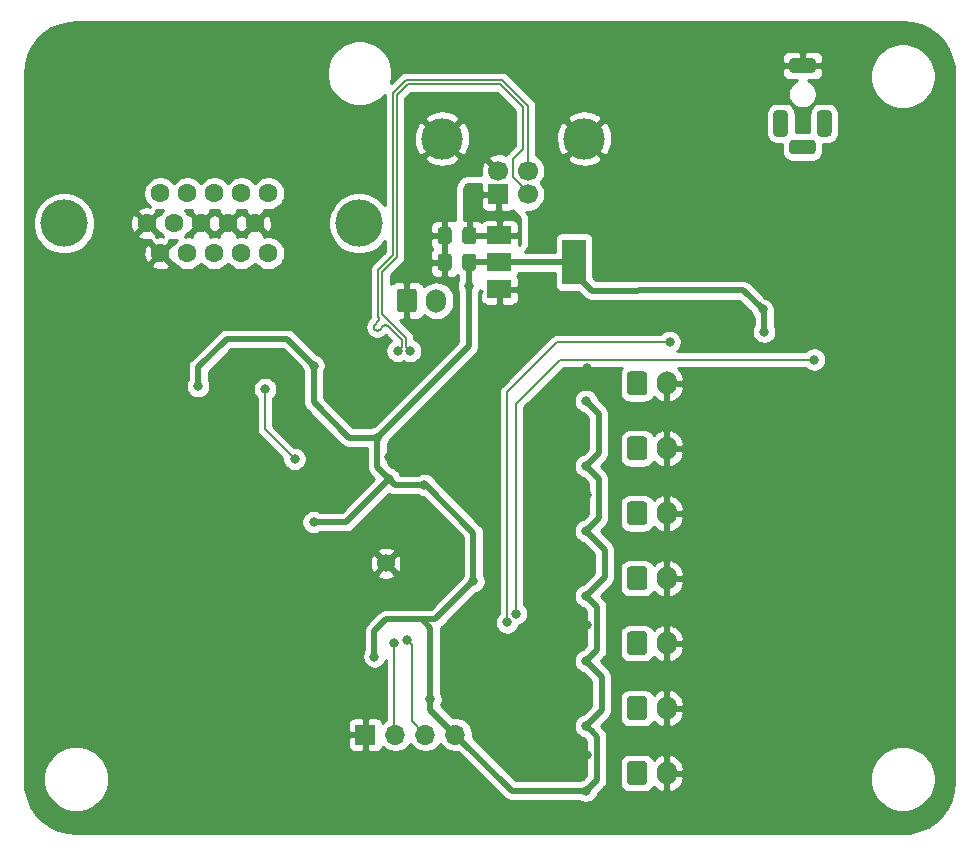
<source format=gbr>
%TF.GenerationSoftware,KiCad,Pcbnew,(5.1.9)-1*%
%TF.CreationDate,2021-08-09T23:15:38-02:30*%
%TF.ProjectId,Electris,456c6563-7472-4697-932e-6b696361645f,A*%
%TF.SameCoordinates,Original*%
%TF.FileFunction,Copper,L2,Bot*%
%TF.FilePolarity,Positive*%
%FSLAX46Y46*%
G04 Gerber Fmt 4.6, Leading zero omitted, Abs format (unit mm)*
G04 Created by KiCad (PCBNEW (5.1.9)-1) date 2021-08-09 23:15:38*
%MOMM*%
%LPD*%
G01*
G04 APERTURE LIST*
%TA.AperFunction,ComponentPad*%
%ADD10R,1.700000X1.700000*%
%TD*%
%TA.AperFunction,ComponentPad*%
%ADD11C,1.700000*%
%TD*%
%TA.AperFunction,ComponentPad*%
%ADD12C,3.500000*%
%TD*%
%TA.AperFunction,ComponentPad*%
%ADD13O,1.700000X1.700000*%
%TD*%
%TA.AperFunction,WasherPad*%
%ADD14C,4.000000*%
%TD*%
%TA.AperFunction,ComponentPad*%
%ADD15C,1.600000*%
%TD*%
%TA.AperFunction,ComponentPad*%
%ADD16O,1.700000X2.000000*%
%TD*%
%TA.AperFunction,SMDPad,CuDef*%
%ADD17R,2.000000X3.800000*%
%TD*%
%TA.AperFunction,SMDPad,CuDef*%
%ADD18R,2.000000X1.500000*%
%TD*%
%TA.AperFunction,ComponentPad*%
%ADD19C,1.524000*%
%TD*%
%TA.AperFunction,ViaPad*%
%ADD20C,0.800000*%
%TD*%
%TA.AperFunction,Conductor*%
%ADD21C,0.127000*%
%TD*%
%TA.AperFunction,Conductor*%
%ADD22C,0.500000*%
%TD*%
%TA.AperFunction,Conductor*%
%ADD23C,0.254000*%
%TD*%
%TA.AperFunction,Conductor*%
%ADD24C,0.100000*%
%TD*%
G04 APERTURE END LIST*
%TO.P,C6,2*%
%TO.N,GND*%
%TA.AperFunction,SMDPad,CuDef*%
G36*
G01*
X191800000Y-47525000D02*
X191800000Y-48475000D01*
G75*
G02*
X191550000Y-48725000I-250000J0D01*
G01*
X190875000Y-48725000D01*
G75*
G02*
X190625000Y-48475000I0J250000D01*
G01*
X190625000Y-47525000D01*
G75*
G02*
X190875000Y-47275000I250000J0D01*
G01*
X191550000Y-47275000D01*
G75*
G02*
X191800000Y-47525000I0J-250000D01*
G01*
G37*
%TD.AperFunction*%
%TO.P,C6,1*%
%TO.N,Net-(C6-Pad1)*%
%TA.AperFunction,SMDPad,CuDef*%
G36*
G01*
X193875000Y-47525000D02*
X193875000Y-48475000D01*
G75*
G02*
X193625000Y-48725000I-250000J0D01*
G01*
X192950000Y-48725000D01*
G75*
G02*
X192700000Y-48475000I0J250000D01*
G01*
X192700000Y-47525000D01*
G75*
G02*
X192950000Y-47275000I250000J0D01*
G01*
X193625000Y-47275000D01*
G75*
G02*
X193875000Y-47525000I0J-250000D01*
G01*
G37*
%TD.AperFunction*%
%TD*%
%TO.P,C9,1*%
%TO.N,+3V3*%
%TA.AperFunction,SMDPad,CuDef*%
G36*
G01*
X193875000Y-49775000D02*
X193875000Y-50725000D01*
G75*
G02*
X193625000Y-50975000I-250000J0D01*
G01*
X192950000Y-50975000D01*
G75*
G02*
X192700000Y-50725000I0J250000D01*
G01*
X192700000Y-49775000D01*
G75*
G02*
X192950000Y-49525000I250000J0D01*
G01*
X193625000Y-49525000D01*
G75*
G02*
X193875000Y-49775000I0J-250000D01*
G01*
G37*
%TD.AperFunction*%
%TO.P,C9,2*%
%TO.N,GND*%
%TA.AperFunction,SMDPad,CuDef*%
G36*
G01*
X191800000Y-49775000D02*
X191800000Y-50725000D01*
G75*
G02*
X191550000Y-50975000I-250000J0D01*
G01*
X190875000Y-50975000D01*
G75*
G02*
X190625000Y-50725000I0J250000D01*
G01*
X190625000Y-49775000D01*
G75*
G02*
X190875000Y-49525000I250000J0D01*
G01*
X191550000Y-49525000D01*
G75*
G02*
X191800000Y-49775000I0J-250000D01*
G01*
G37*
%TD.AperFunction*%
%TD*%
D10*
%TO.P,J1,1*%
%TO.N,Net-(C6-Pad1)*%
X195750000Y-44500000D03*
D11*
%TO.P,J1,2*%
%TO.N,/USB_D-*%
X198250000Y-44500000D03*
%TO.P,J1,3*%
%TO.N,/USB_D+*%
X198250000Y-42500000D03*
%TO.P,J1,4*%
%TO.N,GND*%
X195750000Y-42500000D03*
D12*
%TO.P,J1,5*%
X190980000Y-39790000D03*
X203020000Y-39790000D03*
%TD*%
D10*
%TO.P,J3,1*%
%TO.N,GND*%
X184500000Y-90250000D03*
D13*
%TO.P,J3,2*%
%TO.N,/SWD_CLK*%
X187040000Y-90250000D03*
%TO.P,J3,3*%
%TO.N,/SWD_DATA*%
X189580000Y-90250000D03*
%TO.P,J3,4*%
%TO.N,+3V3*%
X192120000Y-90250000D03*
%TD*%
%TO.P,J4,S*%
%TO.N,GND*%
%TA.AperFunction,ComponentPad*%
G36*
G01*
X220375000Y-33912500D02*
X220375000Y-33287500D01*
G75*
G02*
X220687500Y-32975000I312500J0D01*
G01*
X222312500Y-32975000D01*
G75*
G02*
X222625000Y-33287500I0J-312500D01*
G01*
X222625000Y-33912500D01*
G75*
G02*
X222312500Y-34225000I-312500J0D01*
G01*
X220687500Y-34225000D01*
G75*
G02*
X220375000Y-33912500I0J312500D01*
G01*
G37*
%TD.AperFunction*%
%TO.P,J4,T*%
%TO.N,/AUDIO_L*%
%TA.AperFunction,ComponentPad*%
G36*
G01*
X219337500Y-37375000D02*
X219962500Y-37375000D01*
G75*
G02*
X220275000Y-37687500I0J-312500D01*
G01*
X220275000Y-39312500D01*
G75*
G02*
X219962500Y-39625000I-312500J0D01*
G01*
X219337500Y-39625000D01*
G75*
G02*
X219025000Y-39312500I0J312500D01*
G01*
X219025000Y-37687500D01*
G75*
G02*
X219337500Y-37375000I312500J0D01*
G01*
G37*
%TD.AperFunction*%
%TA.AperFunction,ComponentPad*%
G36*
G01*
X223037500Y-37375000D02*
X223662500Y-37375000D01*
G75*
G02*
X223975000Y-37687500I0J-312500D01*
G01*
X223975000Y-39312500D01*
G75*
G02*
X223662500Y-39625000I-312500J0D01*
G01*
X223037500Y-39625000D01*
G75*
G02*
X222725000Y-39312500I0J312500D01*
G01*
X222725000Y-37687500D01*
G75*
G02*
X223037500Y-37375000I312500J0D01*
G01*
G37*
%TD.AperFunction*%
%TO.P,J4,R*%
%TO.N,/AUDIO_R*%
%TA.AperFunction,ComponentPad*%
G36*
G01*
X220375000Y-40812500D02*
X220375000Y-40187500D01*
G75*
G02*
X220687500Y-39875000I312500J0D01*
G01*
X222312500Y-39875000D01*
G75*
G02*
X222625000Y-40187500I0J-312500D01*
G01*
X222625000Y-40812500D01*
G75*
G02*
X222312500Y-41125000I-312500J0D01*
G01*
X220687500Y-41125000D01*
G75*
G02*
X220375000Y-40812500I0J312500D01*
G01*
G37*
%TD.AperFunction*%
%TD*%
D14*
%TO.P,J5,*%
%TO.N,*%
X158972500Y-46960000D03*
X183962500Y-46960000D03*
D15*
%TO.P,J5,12*%
%TO.N,Net-(J5-Pad12)*%
X173997500Y-44420000D03*
%TO.P,J5,13*%
%TO.N,/VGA_HSYNC*%
X171712500Y-44420000D03*
%TO.P,J5,11*%
%TO.N,Net-(J5-Pad11)*%
X176282500Y-44420000D03*
%TO.P,J5,15*%
%TO.N,Net-(J5-Pad15)*%
X167142500Y-44420000D03*
%TO.P,J5,14*%
%TO.N,/VGA_VSYNC*%
X169427500Y-44420000D03*
%TO.P,J5,7*%
%TO.N,GND*%
X172855000Y-46960000D03*
%TO.P,J5,8*%
X170570000Y-46960000D03*
%TO.P,J5,6*%
X175140000Y-46960000D03*
%TO.P,J5,10*%
X166000000Y-46960000D03*
%TO.P,J5,9*%
%TO.N,Net-(J5-Pad9)*%
X168285000Y-46960000D03*
%TO.P,J5,5*%
%TO.N,GND*%
X167142500Y-49500000D03*
%TO.P,J5,4*%
%TO.N,Net-(J5-Pad4)*%
X169427500Y-49500000D03*
%TO.P,J5,3*%
%TO.N,/VGA_B*%
X171712500Y-49500000D03*
%TO.P,J5,2*%
%TO.N,/VGA_G*%
X173997500Y-49500000D03*
%TO.P,J5,1*%
%TO.N,/VGA_R*%
X176282500Y-49500000D03*
%TD*%
D16*
%TO.P,SW1,2*%
%TO.N,GND*%
X210000000Y-93500000D03*
%TO.P,SW1,1*%
%TO.N,Net-(R37-Pad1)*%
%TA.AperFunction,ComponentPad*%
G36*
G01*
X206650000Y-94250000D02*
X206650000Y-92750000D01*
G75*
G02*
X206900000Y-92500000I250000J0D01*
G01*
X208100000Y-92500000D01*
G75*
G02*
X208350000Y-92750000I0J-250000D01*
G01*
X208350000Y-94250000D01*
G75*
G02*
X208100000Y-94500000I-250000J0D01*
G01*
X206900000Y-94500000D01*
G75*
G02*
X206650000Y-94250000I0J250000D01*
G01*
G37*
%TD.AperFunction*%
%TD*%
%TO.P,SW2,2*%
%TO.N,GND*%
X210000000Y-88000000D03*
%TO.P,SW2,1*%
%TO.N,Net-(R38-Pad1)*%
%TA.AperFunction,ComponentPad*%
G36*
G01*
X206650000Y-88750000D02*
X206650000Y-87250000D01*
G75*
G02*
X206900000Y-87000000I250000J0D01*
G01*
X208100000Y-87000000D01*
G75*
G02*
X208350000Y-87250000I0J-250000D01*
G01*
X208350000Y-88750000D01*
G75*
G02*
X208100000Y-89000000I-250000J0D01*
G01*
X206900000Y-89000000D01*
G75*
G02*
X206650000Y-88750000I0J250000D01*
G01*
G37*
%TD.AperFunction*%
%TD*%
%TO.P,SW3,1*%
%TO.N,Net-(R39-Pad1)*%
%TA.AperFunction,ComponentPad*%
G36*
G01*
X206650000Y-83250000D02*
X206650000Y-81750000D01*
G75*
G02*
X206900000Y-81500000I250000J0D01*
G01*
X208100000Y-81500000D01*
G75*
G02*
X208350000Y-81750000I0J-250000D01*
G01*
X208350000Y-83250000D01*
G75*
G02*
X208100000Y-83500000I-250000J0D01*
G01*
X206900000Y-83500000D01*
G75*
G02*
X206650000Y-83250000I0J250000D01*
G01*
G37*
%TD.AperFunction*%
%TO.P,SW3,2*%
%TO.N,GND*%
X210000000Y-82500000D03*
%TD*%
%TO.P,SW4,1*%
%TO.N,Net-(R40-Pad1)*%
%TA.AperFunction,ComponentPad*%
G36*
G01*
X206650000Y-77750000D02*
X206650000Y-76250000D01*
G75*
G02*
X206900000Y-76000000I250000J0D01*
G01*
X208100000Y-76000000D01*
G75*
G02*
X208350000Y-76250000I0J-250000D01*
G01*
X208350000Y-77750000D01*
G75*
G02*
X208100000Y-78000000I-250000J0D01*
G01*
X206900000Y-78000000D01*
G75*
G02*
X206650000Y-77750000I0J250000D01*
G01*
G37*
%TD.AperFunction*%
%TO.P,SW4,2*%
%TO.N,GND*%
X210000000Y-77000000D03*
%TD*%
%TO.P,SW5,2*%
%TO.N,GND*%
X210000000Y-71500000D03*
%TO.P,SW5,1*%
%TO.N,Net-(R41-Pad1)*%
%TA.AperFunction,ComponentPad*%
G36*
G01*
X206650000Y-72250000D02*
X206650000Y-70750000D01*
G75*
G02*
X206900000Y-70500000I250000J0D01*
G01*
X208100000Y-70500000D01*
G75*
G02*
X208350000Y-70750000I0J-250000D01*
G01*
X208350000Y-72250000D01*
G75*
G02*
X208100000Y-72500000I-250000J0D01*
G01*
X206900000Y-72500000D01*
G75*
G02*
X206650000Y-72250000I0J250000D01*
G01*
G37*
%TD.AperFunction*%
%TD*%
%TO.P,SW6,1*%
%TO.N,Net-(R42-Pad1)*%
%TA.AperFunction,ComponentPad*%
G36*
G01*
X206650000Y-66750000D02*
X206650000Y-65250000D01*
G75*
G02*
X206900000Y-65000000I250000J0D01*
G01*
X208100000Y-65000000D01*
G75*
G02*
X208350000Y-65250000I0J-250000D01*
G01*
X208350000Y-66750000D01*
G75*
G02*
X208100000Y-67000000I-250000J0D01*
G01*
X206900000Y-67000000D01*
G75*
G02*
X206650000Y-66750000I0J250000D01*
G01*
G37*
%TD.AperFunction*%
%TO.P,SW6,2*%
%TO.N,GND*%
X210000000Y-66000000D03*
%TD*%
%TO.P,SW7,1*%
%TO.N,Net-(R43-Pad1)*%
%TA.AperFunction,ComponentPad*%
G36*
G01*
X206650000Y-61250000D02*
X206650000Y-59750000D01*
G75*
G02*
X206900000Y-59500000I250000J0D01*
G01*
X208100000Y-59500000D01*
G75*
G02*
X208350000Y-59750000I0J-250000D01*
G01*
X208350000Y-61250000D01*
G75*
G02*
X208100000Y-61500000I-250000J0D01*
G01*
X206900000Y-61500000D01*
G75*
G02*
X206650000Y-61250000I0J250000D01*
G01*
G37*
%TD.AperFunction*%
%TO.P,SW7,2*%
%TO.N,GND*%
X210000000Y-60500000D03*
%TD*%
D17*
%TO.P,U1,2*%
%TO.N,+3V3*%
X202150000Y-50250000D03*
D18*
X195850000Y-50250000D03*
%TO.P,U1,3*%
%TO.N,Net-(C6-Pad1)*%
X195850000Y-47950000D03*
%TO.P,U1,1*%
%TO.N,GND*%
X195850000Y-52550000D03*
%TD*%
D19*
%TO.P,U2,57*%
%TO.N,GND*%
X186250000Y-75750000D03*
%TD*%
%TO.P,J6,1*%
%TO.N,GND*%
%TA.AperFunction,ComponentPad*%
G36*
G01*
X187150000Y-54250000D02*
X187150000Y-52750000D01*
G75*
G02*
X187400000Y-52500000I250000J0D01*
G01*
X188600000Y-52500000D01*
G75*
G02*
X188850000Y-52750000I0J-250000D01*
G01*
X188850000Y-54250000D01*
G75*
G02*
X188600000Y-54500000I-250000J0D01*
G01*
X187400000Y-54500000D01*
G75*
G02*
X187150000Y-54250000I0J250000D01*
G01*
G37*
%TD.AperFunction*%
D16*
%TO.P,J6,2*%
%TO.N,Net-(J6-Pad2)*%
X190500000Y-53500000D03*
%TD*%
D20*
%TO.N,GND*%
X178500000Y-59000000D03*
X174500000Y-64750000D03*
X172000000Y-65000000D03*
X204500000Y-50000000D03*
X211250000Y-55250000D03*
X223500000Y-55250000D03*
X223250000Y-49500000D03*
X230000000Y-49500000D03*
X230000000Y-47750000D03*
X230000000Y-45750000D03*
X217750000Y-45750000D03*
X217750000Y-47750000D03*
X217500000Y-49500000D03*
X211000000Y-49500000D03*
X216250000Y-57500000D03*
X218250000Y-57500000D03*
X203250000Y-92000000D03*
X203250000Y-86500000D03*
X203250000Y-81000000D03*
X203250000Y-75500000D03*
X203250000Y-59250000D03*
X203000000Y-64500000D03*
X203250000Y-70000000D03*
X194500000Y-72250000D03*
X195500000Y-77250000D03*
X185250000Y-85500000D03*
X177500000Y-77250000D03*
X178250000Y-72250000D03*
X185000000Y-74500000D03*
X187500000Y-74500000D03*
X187500000Y-77000000D03*
X185000000Y-77000000D03*
X184000000Y-63250000D03*
X185500000Y-63250000D03*
X191000000Y-63750000D03*
X189500000Y-63750000D03*
X186500000Y-66750000D03*
X192500000Y-67250000D03*
X191000000Y-67250000D03*
X189500000Y-67250000D03*
X199000000Y-77500000D03*
X198500000Y-72750000D03*
X198500000Y-69750000D03*
X198500000Y-66750000D03*
%TO.N,+3V3*%
X185250000Y-83637500D03*
X190000000Y-87250000D03*
X203162500Y-95000000D03*
X203162500Y-89500000D03*
X203162500Y-84000000D03*
X203162500Y-78500000D03*
X203162500Y-73000000D03*
X203162500Y-67500000D03*
X203162500Y-62000000D03*
X186500000Y-68612500D03*
X185500000Y-65112500D03*
X180112500Y-59000000D03*
X170337500Y-60750000D03*
X193250000Y-52250000D03*
X218250000Y-56137500D03*
X218125000Y-54250000D03*
X193637500Y-77250000D03*
X180112500Y-72250000D03*
X189500000Y-69112500D03*
%TO.N,/USB_D-*%
X188275000Y-57750000D03*
%TO.N,/USB_D+*%
X187225000Y-57750000D03*
%TO.N,/SWD_CLK*%
X186937258Y-82499659D03*
%TO.N,/SWD_DATA*%
X188000000Y-82250000D03*
%TO.N,/QSPI_CSn*%
X178500000Y-66912500D03*
X176000000Y-61000000D03*
%TO.N,/PWM_L*%
X210250000Y-57000000D03*
X196500000Y-80750000D03*
%TO.N,/PWM_R*%
X197250000Y-80000000D03*
X222500000Y-58500000D03*
%TD*%
D21*
%TO.N,GND*%
X187500000Y-77000000D02*
X187500000Y-74500000D01*
D22*
%TO.N,+3V3*%
X202150000Y-50250000D02*
X195850000Y-50250000D01*
X195850000Y-50250000D02*
X193287500Y-50250000D01*
X193250000Y-50287500D02*
X193287500Y-50250000D01*
X193250000Y-52250000D02*
X193250000Y-50287500D01*
X204100001Y-90437501D02*
X203644590Y-89982090D01*
X203644590Y-89982090D02*
X203162500Y-89500000D01*
X204100001Y-94062499D02*
X204100001Y-90437501D01*
X203162500Y-95000000D02*
X204100001Y-94062499D01*
X204500000Y-85337500D02*
X203644590Y-84482090D01*
X204500000Y-88162500D02*
X204500000Y-85337500D01*
X203644590Y-84482090D02*
X203162500Y-84000000D01*
X203162500Y-89500000D02*
X204500000Y-88162500D01*
X203644590Y-78982090D02*
X203162500Y-78500000D01*
X204100001Y-79437501D02*
X203644590Y-78982090D01*
X204100001Y-83062499D02*
X204100001Y-79437501D01*
X203162500Y-84000000D02*
X204100001Y-83062499D01*
X204750000Y-74587500D02*
X203644590Y-73482090D01*
X203644590Y-73482090D02*
X203162500Y-73000000D01*
X204750000Y-76912500D02*
X204750000Y-74587500D01*
X203162500Y-78500000D02*
X204750000Y-76912500D01*
X203644590Y-67982090D02*
X203162500Y-67500000D01*
X204250000Y-68587500D02*
X203644590Y-67982090D01*
X204250000Y-71912500D02*
X204250000Y-68587500D01*
X203162500Y-73000000D02*
X204250000Y-71912500D01*
X203644590Y-62482090D02*
X203162500Y-62000000D01*
X204250000Y-66412500D02*
X204250000Y-63087500D01*
X204250000Y-63087500D02*
X203644590Y-62482090D01*
X203162500Y-67500000D02*
X204250000Y-66412500D01*
X218250000Y-54375000D02*
X218125000Y-54250000D01*
X218250000Y-56137500D02*
X218250000Y-54375000D01*
X218125000Y-54250000D02*
X216500000Y-52625000D01*
X203650000Y-52650000D02*
X202150000Y-51150000D01*
X207600000Y-52650000D02*
X203650000Y-52650000D01*
X207625000Y-52625000D02*
X207600000Y-52650000D01*
X202150000Y-51150000D02*
X202150000Y-50250000D01*
X216500000Y-52625000D02*
X207625000Y-52625000D01*
X170337500Y-60750000D02*
X170337500Y-59162500D01*
X170337500Y-59162500D02*
X172750000Y-56750000D01*
X177862500Y-56750000D02*
X180112500Y-59000000D01*
X172750000Y-56750000D02*
X177862500Y-56750000D01*
X185500000Y-65112500D02*
X183112500Y-65112500D01*
X180112500Y-62112500D02*
X180112500Y-59000000D01*
X183112500Y-65112500D02*
X180112500Y-62112500D01*
X190000000Y-88130000D02*
X192120000Y-90250000D01*
X190000000Y-87250000D02*
X190000000Y-88130000D01*
X190000000Y-81250000D02*
X190000000Y-84500000D01*
X189250000Y-80500000D02*
X190000000Y-81250000D01*
X186250000Y-80500000D02*
X189250000Y-80500000D01*
X185250000Y-81500000D02*
X186250000Y-80500000D01*
X190000000Y-84500000D02*
X190000000Y-87250000D01*
X185250000Y-83637500D02*
X185250000Y-81500000D01*
X187000000Y-69112500D02*
X186500000Y-68612500D01*
X189500000Y-69112500D02*
X187000000Y-69112500D01*
X182862500Y-72250000D02*
X186500000Y-68612500D01*
X180112500Y-72250000D02*
X182862500Y-72250000D01*
X185500000Y-67500000D02*
X185500000Y-65112500D01*
X185500000Y-67612500D02*
X185500000Y-67500000D01*
X186500000Y-68612500D02*
X185500000Y-67612500D01*
X193637500Y-73137500D02*
X193637500Y-77250000D01*
X189612500Y-69112500D02*
X193637500Y-73137500D01*
X189500000Y-69112500D02*
X189612500Y-69112500D01*
X190387500Y-80500000D02*
X193637500Y-77250000D01*
X189250000Y-80500000D02*
X190387500Y-80500000D01*
X196870000Y-95000000D02*
X192120000Y-90250000D01*
X203162500Y-95000000D02*
X196870000Y-95000000D01*
X193250000Y-57362500D02*
X193250000Y-52250000D01*
X185500000Y-65112500D02*
X193250000Y-57362500D01*
D21*
%TO.N,/USB_D-*%
X197875000Y-44125000D02*
X198250000Y-44500000D01*
X188275000Y-57750000D02*
X187937500Y-57412500D01*
X187187500Y-36077666D02*
X188077666Y-35187500D01*
X187937500Y-56672334D02*
X185937500Y-54672334D01*
X185937500Y-54672334D02*
X185937500Y-51077666D01*
X197875000Y-40625000D02*
X197000000Y-41500000D01*
X197000000Y-43000000D02*
X197875000Y-43875000D01*
X187937500Y-57412500D02*
X187937500Y-56672334D01*
X185937500Y-51077666D02*
X187187500Y-49827666D01*
X197000000Y-41500000D02*
X197000000Y-43000000D01*
X187187500Y-49827666D02*
X187187500Y-36077666D01*
X188077666Y-35187500D02*
X195922334Y-35187500D01*
X197875000Y-43875000D02*
X197875000Y-44125000D01*
X195922334Y-35187500D02*
X197875000Y-37140166D01*
X197875000Y-37140166D02*
X197875000Y-40625000D01*
%TO.N,/USB_D+*%
X187562500Y-57412500D02*
X187244305Y-57730695D01*
X186232485Y-55590211D02*
X186297979Y-55605160D01*
X186297979Y-55605160D02*
X186358505Y-55634308D01*
X186099812Y-55605160D02*
X186165306Y-55590211D01*
X186039286Y-55634308D02*
X186099812Y-55605160D01*
X186358505Y-55634308D02*
X186411028Y-55676194D01*
X185986763Y-55676193D02*
X186039286Y-55634308D01*
X187562500Y-56827666D02*
X187562500Y-57412500D01*
X185525378Y-56045017D02*
X185590872Y-56030068D01*
X187244305Y-57730695D02*
X187225000Y-57750000D01*
X185703921Y-55959036D02*
X185986763Y-55676193D01*
X185279657Y-55959036D02*
X185332179Y-56000921D01*
X186411028Y-55676194D02*
X187562500Y-56827666D01*
X185193675Y-55780494D02*
X185208624Y-55845988D01*
X185208624Y-55647821D02*
X185193675Y-55713315D01*
X185237772Y-55906514D02*
X185279657Y-55959036D01*
X185237772Y-55587295D02*
X185208624Y-55647821D01*
X185590872Y-56030068D02*
X185651398Y-56000921D01*
X185648481Y-55073387D02*
X185633532Y-55138881D01*
X186812500Y-35922334D02*
X186812500Y-49672334D01*
X185604385Y-54880188D02*
X185633532Y-54940714D01*
X185648481Y-55006208D02*
X185648481Y-55073387D01*
X185193675Y-55713315D02*
X185193675Y-55780494D01*
X185279657Y-55534772D02*
X185237772Y-55587295D01*
X185458199Y-56045017D02*
X185525378Y-56045017D01*
X185562500Y-50922334D02*
X185562500Y-54827666D01*
X185562500Y-54827666D02*
X185604385Y-54880188D01*
X185633532Y-54940714D02*
X185648481Y-55006208D01*
X185208624Y-55845988D02*
X185237772Y-55906514D01*
X185332179Y-56000921D02*
X185392705Y-56030068D01*
X186812500Y-49672334D02*
X185562500Y-50922334D01*
X198250000Y-42500000D02*
X198250000Y-36984834D01*
X187922334Y-34812500D02*
X186812500Y-35922334D01*
X185651398Y-56000921D02*
X185703921Y-55959036D01*
X185562500Y-55251930D02*
X185279657Y-55534772D01*
X185392705Y-56030068D02*
X185458199Y-56045017D01*
X185604385Y-55199407D02*
X185562500Y-55251930D01*
X196077666Y-34812500D02*
X187922334Y-34812500D01*
X185633532Y-55138881D02*
X185604385Y-55199407D01*
X186165306Y-55590211D02*
X186232485Y-55590211D01*
X198250000Y-36984834D02*
X196077666Y-34812500D01*
%TO.N,/SWD_CLK*%
X186937258Y-90147258D02*
X187040000Y-90250000D01*
X186937258Y-82499659D02*
X186937258Y-90147258D01*
%TO.N,/SWD_DATA*%
X188399999Y-82649999D02*
X188000000Y-82250000D01*
X188399999Y-89069999D02*
X188399999Y-82649999D01*
X189580000Y-90250000D02*
X188399999Y-89069999D01*
%TO.N,/QSPI_CSn*%
X176000000Y-64412500D02*
X176000000Y-61000000D01*
X178500000Y-66912500D02*
X176000000Y-64412500D01*
%TO.N,/PWM_L*%
X210250000Y-57000000D02*
X208925200Y-57000000D01*
X208925200Y-57000000D02*
X200750000Y-57000000D01*
X200750000Y-57000000D02*
X196500000Y-61250000D01*
X196500000Y-61250000D02*
X196500000Y-80750000D01*
%TO.N,/PWM_R*%
X197250000Y-80000000D02*
X197250000Y-76000000D01*
X197250000Y-76000000D02*
X197250000Y-63500000D01*
X197250000Y-63500000D02*
X197250000Y-62250000D01*
X197250000Y-62250000D02*
X201000000Y-58500000D01*
X201000000Y-58500000D02*
X222500000Y-58500000D01*
%TD*%
D23*
%TO.N,Net-(C6-Pad1)*%
X194261928Y-43650000D02*
X194265000Y-44214250D01*
X194423750Y-44373000D01*
X195623000Y-44373000D01*
X195623000Y-44353000D01*
X195877000Y-44353000D01*
X195877000Y-44373000D01*
X195897000Y-44373000D01*
X195897000Y-44627000D01*
X195877000Y-44627000D01*
X195877000Y-45826250D01*
X196035750Y-45985000D01*
X196600000Y-45988072D01*
X196724482Y-45975812D01*
X196844180Y-45939502D01*
X196954494Y-45880537D01*
X196966560Y-45870635D01*
X197045691Y-45973760D01*
X197056644Y-45986250D01*
X197507866Y-46437472D01*
X197572078Y-46521155D01*
X197609231Y-46610850D01*
X197623000Y-46715435D01*
X197623000Y-48491672D01*
X197609231Y-48596257D01*
X197572077Y-48685955D01*
X197512976Y-48762976D01*
X197479327Y-48788796D01*
X197488072Y-48700000D01*
X197485000Y-48235750D01*
X197326250Y-48077000D01*
X195977000Y-48077000D01*
X195977000Y-48097000D01*
X195723000Y-48097000D01*
X195723000Y-48077000D01*
X194373750Y-48077000D01*
X194323750Y-48127000D01*
X193414500Y-48127000D01*
X193414500Y-48147000D01*
X193160500Y-48147000D01*
X193160500Y-48127000D01*
X193140500Y-48127000D01*
X193140500Y-47873000D01*
X193160500Y-47873000D01*
X193160500Y-46798750D01*
X193414500Y-46798750D01*
X193414500Y-47873000D01*
X194351250Y-47873000D01*
X194401250Y-47823000D01*
X195723000Y-47823000D01*
X195723000Y-46723750D01*
X195977000Y-46723750D01*
X195977000Y-47823000D01*
X197326250Y-47823000D01*
X197485000Y-47664250D01*
X197488072Y-47200000D01*
X197475812Y-47075518D01*
X197439502Y-46955820D01*
X197380537Y-46845506D01*
X197301185Y-46748815D01*
X197204494Y-46669463D01*
X197094180Y-46610498D01*
X196974482Y-46574188D01*
X196850000Y-46561928D01*
X196135750Y-46565000D01*
X195977000Y-46723750D01*
X195723000Y-46723750D01*
X195564250Y-46565000D01*
X194850000Y-46561928D01*
X194725518Y-46574188D01*
X194605820Y-46610498D01*
X194495506Y-46669463D01*
X194398815Y-46748815D01*
X194331725Y-46830565D01*
X194326185Y-46823815D01*
X194229494Y-46744463D01*
X194119180Y-46685498D01*
X193999482Y-46649188D01*
X193875000Y-46636928D01*
X193573250Y-46640000D01*
X193414500Y-46798750D01*
X193160500Y-46798750D01*
X193001750Y-46640000D01*
X192809064Y-46638038D01*
X192875153Y-45778886D01*
X192875433Y-45774021D01*
X192876906Y-45735673D01*
X192877000Y-45730798D01*
X192877000Y-45350000D01*
X194261928Y-45350000D01*
X194274188Y-45474482D01*
X194310498Y-45594180D01*
X194369463Y-45704494D01*
X194448815Y-45801185D01*
X194545506Y-45880537D01*
X194655820Y-45939502D01*
X194775518Y-45975812D01*
X194900000Y-45988072D01*
X195464250Y-45985000D01*
X195623000Y-45826250D01*
X195623000Y-44627000D01*
X194423750Y-44627000D01*
X194265000Y-44785750D01*
X194261928Y-45350000D01*
X192877000Y-45350000D01*
X192877000Y-44008328D01*
X192890769Y-43903743D01*
X192927923Y-43814045D01*
X192987024Y-43737024D01*
X193064045Y-43677923D01*
X193153743Y-43640769D01*
X193258328Y-43627000D01*
X194264193Y-43627000D01*
X194261928Y-43650000D01*
%TA.AperFunction,Conductor*%
D24*
G36*
X194261928Y-43650000D02*
G01*
X194265000Y-44214250D01*
X194423750Y-44373000D01*
X195623000Y-44373000D01*
X195623000Y-44353000D01*
X195877000Y-44353000D01*
X195877000Y-44373000D01*
X195897000Y-44373000D01*
X195897000Y-44627000D01*
X195877000Y-44627000D01*
X195877000Y-45826250D01*
X196035750Y-45985000D01*
X196600000Y-45988072D01*
X196724482Y-45975812D01*
X196844180Y-45939502D01*
X196954494Y-45880537D01*
X196966560Y-45870635D01*
X197045691Y-45973760D01*
X197056644Y-45986250D01*
X197507866Y-46437472D01*
X197572078Y-46521155D01*
X197609231Y-46610850D01*
X197623000Y-46715435D01*
X197623000Y-48491672D01*
X197609231Y-48596257D01*
X197572077Y-48685955D01*
X197512976Y-48762976D01*
X197479327Y-48788796D01*
X197488072Y-48700000D01*
X197485000Y-48235750D01*
X197326250Y-48077000D01*
X195977000Y-48077000D01*
X195977000Y-48097000D01*
X195723000Y-48097000D01*
X195723000Y-48077000D01*
X194373750Y-48077000D01*
X194323750Y-48127000D01*
X193414500Y-48127000D01*
X193414500Y-48147000D01*
X193160500Y-48147000D01*
X193160500Y-48127000D01*
X193140500Y-48127000D01*
X193140500Y-47873000D01*
X193160500Y-47873000D01*
X193160500Y-46798750D01*
X193414500Y-46798750D01*
X193414500Y-47873000D01*
X194351250Y-47873000D01*
X194401250Y-47823000D01*
X195723000Y-47823000D01*
X195723000Y-46723750D01*
X195977000Y-46723750D01*
X195977000Y-47823000D01*
X197326250Y-47823000D01*
X197485000Y-47664250D01*
X197488072Y-47200000D01*
X197475812Y-47075518D01*
X197439502Y-46955820D01*
X197380537Y-46845506D01*
X197301185Y-46748815D01*
X197204494Y-46669463D01*
X197094180Y-46610498D01*
X196974482Y-46574188D01*
X196850000Y-46561928D01*
X196135750Y-46565000D01*
X195977000Y-46723750D01*
X195723000Y-46723750D01*
X195564250Y-46565000D01*
X194850000Y-46561928D01*
X194725518Y-46574188D01*
X194605820Y-46610498D01*
X194495506Y-46669463D01*
X194398815Y-46748815D01*
X194331725Y-46830565D01*
X194326185Y-46823815D01*
X194229494Y-46744463D01*
X194119180Y-46685498D01*
X193999482Y-46649188D01*
X193875000Y-46636928D01*
X193573250Y-46640000D01*
X193414500Y-46798750D01*
X193160500Y-46798750D01*
X193001750Y-46640000D01*
X192809064Y-46638038D01*
X192875153Y-45778886D01*
X192875433Y-45774021D01*
X192876906Y-45735673D01*
X192877000Y-45730798D01*
X192877000Y-45350000D01*
X194261928Y-45350000D01*
X194274188Y-45474482D01*
X194310498Y-45594180D01*
X194369463Y-45704494D01*
X194448815Y-45801185D01*
X194545506Y-45880537D01*
X194655820Y-45939502D01*
X194775518Y-45975812D01*
X194900000Y-45988072D01*
X195464250Y-45985000D01*
X195623000Y-45826250D01*
X195623000Y-44627000D01*
X194423750Y-44627000D01*
X194265000Y-44785750D01*
X194261928Y-45350000D01*
X192877000Y-45350000D01*
X192877000Y-44008328D01*
X192890769Y-43903743D01*
X192927923Y-43814045D01*
X192987024Y-43737024D01*
X193064045Y-43677923D01*
X193153743Y-43640769D01*
X193258328Y-43627000D01*
X194264193Y-43627000D01*
X194261928Y-43650000D01*
G37*
%TD.AperFunction*%
%TD*%
D23*
%TO.N,GND*%
X230768083Y-29981173D02*
X231511891Y-30184656D01*
X232207905Y-30516638D01*
X232834130Y-30966626D01*
X233370777Y-31520403D01*
X233800871Y-32160451D01*
X234110829Y-32866553D01*
X234292065Y-33621457D01*
X234340000Y-34274207D01*
X234340001Y-94220597D01*
X234268827Y-95018083D01*
X234065344Y-95761890D01*
X233733363Y-96457904D01*
X233283374Y-97084130D01*
X232729597Y-97620777D01*
X232089549Y-98050871D01*
X231383447Y-98360829D01*
X230628543Y-98542065D01*
X229975793Y-98590000D01*
X160029392Y-98590000D01*
X159231917Y-98518827D01*
X158488110Y-98315344D01*
X157792096Y-97983363D01*
X157165870Y-97533374D01*
X156629223Y-96979597D01*
X156199129Y-96339549D01*
X155889171Y-95633447D01*
X155707935Y-94878543D01*
X155660000Y-94225793D01*
X155660000Y-93725701D01*
X157215000Y-93725701D01*
X157215000Y-94274299D01*
X157322026Y-94812354D01*
X157531965Y-95319192D01*
X157836750Y-95775334D01*
X158224666Y-96163250D01*
X158680808Y-96468035D01*
X159187646Y-96677974D01*
X159725701Y-96785000D01*
X160274299Y-96785000D01*
X160812354Y-96677974D01*
X161319192Y-96468035D01*
X161775334Y-96163250D01*
X162163250Y-95775334D01*
X162468035Y-95319192D01*
X162677974Y-94812354D01*
X162785000Y-94274299D01*
X162785000Y-93725701D01*
X162677974Y-93187646D01*
X162468035Y-92680808D01*
X162163250Y-92224666D01*
X161775334Y-91836750D01*
X161319192Y-91531965D01*
X160812354Y-91322026D01*
X160274299Y-91215000D01*
X159725701Y-91215000D01*
X159187646Y-91322026D01*
X158680808Y-91531965D01*
X158224666Y-91836750D01*
X157836750Y-92224666D01*
X157531965Y-92680808D01*
X157322026Y-93187646D01*
X157215000Y-93725701D01*
X155660000Y-93725701D01*
X155660000Y-91100000D01*
X183011928Y-91100000D01*
X183024188Y-91224482D01*
X183060498Y-91344180D01*
X183119463Y-91454494D01*
X183198815Y-91551185D01*
X183295506Y-91630537D01*
X183405820Y-91689502D01*
X183525518Y-91725812D01*
X183650000Y-91738072D01*
X184214250Y-91735000D01*
X184373000Y-91576250D01*
X184373000Y-90377000D01*
X183173750Y-90377000D01*
X183015000Y-90535750D01*
X183011928Y-91100000D01*
X155660000Y-91100000D01*
X155660000Y-89400000D01*
X183011928Y-89400000D01*
X183015000Y-89964250D01*
X183173750Y-90123000D01*
X184373000Y-90123000D01*
X184373000Y-88923750D01*
X184214250Y-88765000D01*
X183650000Y-88761928D01*
X183525518Y-88774188D01*
X183405820Y-88810498D01*
X183295506Y-88869463D01*
X183198815Y-88948815D01*
X183119463Y-89045506D01*
X183060498Y-89155820D01*
X183024188Y-89275518D01*
X183011928Y-89400000D01*
X155660000Y-89400000D01*
X155660000Y-76715565D01*
X185464040Y-76715565D01*
X185531020Y-76955656D01*
X185780048Y-77072756D01*
X186047135Y-77139023D01*
X186322017Y-77151910D01*
X186594133Y-77110922D01*
X186853023Y-77017636D01*
X186968980Y-76955656D01*
X187035960Y-76715565D01*
X186250000Y-75929605D01*
X185464040Y-76715565D01*
X155660000Y-76715565D01*
X155660000Y-75822017D01*
X184848090Y-75822017D01*
X184889078Y-76094133D01*
X184982364Y-76353023D01*
X185044344Y-76468980D01*
X185284435Y-76535960D01*
X186070395Y-75750000D01*
X186429605Y-75750000D01*
X187215565Y-76535960D01*
X187455656Y-76468980D01*
X187572756Y-76219952D01*
X187639023Y-75952865D01*
X187651910Y-75677983D01*
X187610922Y-75405867D01*
X187517636Y-75146977D01*
X187455656Y-75031020D01*
X187215565Y-74964040D01*
X186429605Y-75750000D01*
X186070395Y-75750000D01*
X185284435Y-74964040D01*
X185044344Y-75031020D01*
X184927244Y-75280048D01*
X184860977Y-75547135D01*
X184848090Y-75822017D01*
X155660000Y-75822017D01*
X155660000Y-74784435D01*
X185464040Y-74784435D01*
X186250000Y-75570395D01*
X187035960Y-74784435D01*
X186968980Y-74544344D01*
X186719952Y-74427244D01*
X186452865Y-74360977D01*
X186177983Y-74348090D01*
X185905867Y-74389078D01*
X185646977Y-74482364D01*
X185531020Y-74544344D01*
X185464040Y-74784435D01*
X155660000Y-74784435D01*
X155660000Y-60648061D01*
X169302500Y-60648061D01*
X169302500Y-60851939D01*
X169342274Y-61051898D01*
X169420295Y-61240256D01*
X169533563Y-61409774D01*
X169677726Y-61553937D01*
X169847244Y-61667205D01*
X170035602Y-61745226D01*
X170235561Y-61785000D01*
X170439439Y-61785000D01*
X170639398Y-61745226D01*
X170827756Y-61667205D01*
X170997274Y-61553937D01*
X171141437Y-61409774D01*
X171254705Y-61240256D01*
X171332726Y-61051898D01*
X171363325Y-60898061D01*
X174965000Y-60898061D01*
X174965000Y-61101939D01*
X175004774Y-61301898D01*
X175082795Y-61490256D01*
X175196063Y-61659774D01*
X175301501Y-61765212D01*
X175301500Y-64378202D01*
X175298122Y-64412500D01*
X175301500Y-64446798D01*
X175301500Y-64446808D01*
X175311607Y-64549429D01*
X175345554Y-64661336D01*
X175351549Y-64681098D01*
X175416409Y-64802443D01*
X175481826Y-64882153D01*
X175481829Y-64882156D01*
X175503697Y-64908802D01*
X175530344Y-64930671D01*
X177465000Y-66865328D01*
X177465000Y-67014439D01*
X177504774Y-67214398D01*
X177582795Y-67402756D01*
X177696063Y-67572274D01*
X177840226Y-67716437D01*
X178009744Y-67829705D01*
X178198102Y-67907726D01*
X178398061Y-67947500D01*
X178601939Y-67947500D01*
X178801898Y-67907726D01*
X178990256Y-67829705D01*
X179159774Y-67716437D01*
X179303937Y-67572274D01*
X179417205Y-67402756D01*
X179495226Y-67214398D01*
X179535000Y-67014439D01*
X179535000Y-66810561D01*
X179495226Y-66610602D01*
X179417205Y-66422244D01*
X179303937Y-66252726D01*
X179159774Y-66108563D01*
X178990256Y-65995295D01*
X178801898Y-65917274D01*
X178601939Y-65877500D01*
X178452828Y-65877500D01*
X176698500Y-64123173D01*
X176698500Y-61765211D01*
X176803937Y-61659774D01*
X176917205Y-61490256D01*
X176995226Y-61301898D01*
X177035000Y-61101939D01*
X177035000Y-60898061D01*
X176995226Y-60698102D01*
X176917205Y-60509744D01*
X176803937Y-60340226D01*
X176659774Y-60196063D01*
X176490256Y-60082795D01*
X176301898Y-60004774D01*
X176101939Y-59965000D01*
X175898061Y-59965000D01*
X175698102Y-60004774D01*
X175509744Y-60082795D01*
X175340226Y-60196063D01*
X175196063Y-60340226D01*
X175082795Y-60509744D01*
X175004774Y-60698102D01*
X174965000Y-60898061D01*
X171363325Y-60898061D01*
X171372500Y-60851939D01*
X171372500Y-60648061D01*
X171332726Y-60448102D01*
X171254705Y-60259744D01*
X171222500Y-60211546D01*
X171222500Y-59529078D01*
X173116579Y-57635000D01*
X177495922Y-57635000D01*
X179105965Y-59245044D01*
X179117274Y-59301898D01*
X179195295Y-59490256D01*
X179227501Y-59538456D01*
X179227500Y-62069031D01*
X179223219Y-62112500D01*
X179227500Y-62155969D01*
X179227500Y-62155976D01*
X179240305Y-62285989D01*
X179290911Y-62452812D01*
X179373089Y-62606558D01*
X179483683Y-62741317D01*
X179517456Y-62769034D01*
X182455970Y-65707549D01*
X182483683Y-65741317D01*
X182517451Y-65769030D01*
X182517453Y-65769032D01*
X182618441Y-65851911D01*
X182772186Y-65934089D01*
X182939010Y-65984695D01*
X183069023Y-65997500D01*
X183069031Y-65997500D01*
X183112500Y-66001781D01*
X183155969Y-65997500D01*
X184615001Y-65997500D01*
X184615000Y-67456523D01*
X184615000Y-67569031D01*
X184610719Y-67612500D01*
X184615000Y-67655969D01*
X184615000Y-67655976D01*
X184627805Y-67785989D01*
X184678411Y-67952812D01*
X184760589Y-68106558D01*
X184871183Y-68241317D01*
X184904956Y-68269034D01*
X185248421Y-68612500D01*
X182495922Y-71365000D01*
X180650954Y-71365000D01*
X180602756Y-71332795D01*
X180414398Y-71254774D01*
X180214439Y-71215000D01*
X180010561Y-71215000D01*
X179810602Y-71254774D01*
X179622244Y-71332795D01*
X179452726Y-71446063D01*
X179308563Y-71590226D01*
X179195295Y-71759744D01*
X179117274Y-71948102D01*
X179077500Y-72148061D01*
X179077500Y-72351939D01*
X179117274Y-72551898D01*
X179195295Y-72740256D01*
X179308563Y-72909774D01*
X179452726Y-73053937D01*
X179622244Y-73167205D01*
X179810602Y-73245226D01*
X180010561Y-73285000D01*
X180214439Y-73285000D01*
X180414398Y-73245226D01*
X180602756Y-73167205D01*
X180650954Y-73135000D01*
X182819031Y-73135000D01*
X182862500Y-73139281D01*
X182905969Y-73135000D01*
X182905977Y-73135000D01*
X183035990Y-73122195D01*
X183202813Y-73071589D01*
X183356559Y-72989411D01*
X183491317Y-72878817D01*
X183519034Y-72845044D01*
X186509999Y-69854080D01*
X186659687Y-69934089D01*
X186826510Y-69984695D01*
X186956523Y-69997500D01*
X186956531Y-69997500D01*
X187000000Y-70001781D01*
X187043469Y-69997500D01*
X188961546Y-69997500D01*
X189009744Y-70029705D01*
X189198102Y-70107726D01*
X189395391Y-70146969D01*
X192752500Y-73504079D01*
X192752501Y-76711544D01*
X192720295Y-76759744D01*
X192642274Y-76948102D01*
X192630965Y-77004956D01*
X190020922Y-79615000D01*
X189293469Y-79615000D01*
X189250000Y-79610719D01*
X189206531Y-79615000D01*
X186293469Y-79615000D01*
X186250000Y-79610719D01*
X186206531Y-79615000D01*
X186206523Y-79615000D01*
X186076510Y-79627805D01*
X185909686Y-79678411D01*
X185755941Y-79760589D01*
X185654953Y-79843468D01*
X185654951Y-79843470D01*
X185621183Y-79871183D01*
X185593470Y-79904951D01*
X184654951Y-80843471D01*
X184621184Y-80871183D01*
X184593471Y-80904951D01*
X184593468Y-80904954D01*
X184510590Y-81005941D01*
X184428412Y-81159687D01*
X184377805Y-81326510D01*
X184360719Y-81500000D01*
X184365001Y-81543479D01*
X184365000Y-83099045D01*
X184332795Y-83147244D01*
X184254774Y-83335602D01*
X184215000Y-83535561D01*
X184215000Y-83739439D01*
X184254774Y-83939398D01*
X184332795Y-84127756D01*
X184446063Y-84297274D01*
X184590226Y-84441437D01*
X184759744Y-84554705D01*
X184948102Y-84632726D01*
X185148061Y-84672500D01*
X185351939Y-84672500D01*
X185551898Y-84632726D01*
X185740256Y-84554705D01*
X185909774Y-84441437D01*
X186053937Y-84297274D01*
X186167205Y-84127756D01*
X186238758Y-83955013D01*
X186238759Y-88999378D01*
X186093368Y-89096525D01*
X185961513Y-89228380D01*
X185939502Y-89155820D01*
X185880537Y-89045506D01*
X185801185Y-88948815D01*
X185704494Y-88869463D01*
X185594180Y-88810498D01*
X185474482Y-88774188D01*
X185350000Y-88761928D01*
X184785750Y-88765000D01*
X184627000Y-88923750D01*
X184627000Y-90123000D01*
X184647000Y-90123000D01*
X184647000Y-90377000D01*
X184627000Y-90377000D01*
X184627000Y-91576250D01*
X184785750Y-91735000D01*
X185350000Y-91738072D01*
X185474482Y-91725812D01*
X185594180Y-91689502D01*
X185704494Y-91630537D01*
X185801185Y-91551185D01*
X185880537Y-91454494D01*
X185939502Y-91344180D01*
X185961513Y-91271620D01*
X186093368Y-91403475D01*
X186336589Y-91565990D01*
X186606842Y-91677932D01*
X186893740Y-91735000D01*
X187186260Y-91735000D01*
X187473158Y-91677932D01*
X187743411Y-91565990D01*
X187986632Y-91403475D01*
X188193475Y-91196632D01*
X188310000Y-91022240D01*
X188426525Y-91196632D01*
X188633368Y-91403475D01*
X188876589Y-91565990D01*
X189146842Y-91677932D01*
X189433740Y-91735000D01*
X189726260Y-91735000D01*
X190013158Y-91677932D01*
X190283411Y-91565990D01*
X190526632Y-91403475D01*
X190733475Y-91196632D01*
X190850000Y-91022240D01*
X190966525Y-91196632D01*
X191173368Y-91403475D01*
X191416589Y-91565990D01*
X191686842Y-91677932D01*
X191973740Y-91735000D01*
X192266260Y-91735000D01*
X192338961Y-91720539D01*
X196213470Y-95595049D01*
X196241183Y-95628817D01*
X196274951Y-95656530D01*
X196274953Y-95656532D01*
X196307487Y-95683232D01*
X196375941Y-95739411D01*
X196529687Y-95821589D01*
X196696510Y-95872195D01*
X196826523Y-95885000D01*
X196826533Y-95885000D01*
X196869999Y-95889281D01*
X196913465Y-95885000D01*
X202624046Y-95885000D01*
X202672244Y-95917205D01*
X202860602Y-95995226D01*
X203060561Y-96035000D01*
X203264439Y-96035000D01*
X203464398Y-95995226D01*
X203652756Y-95917205D01*
X203822274Y-95803937D01*
X203966437Y-95659774D01*
X204079705Y-95490256D01*
X204157726Y-95301898D01*
X204169035Y-95245043D01*
X204695051Y-94719028D01*
X204728818Y-94691316D01*
X204769460Y-94641795D01*
X204839412Y-94556558D01*
X204921590Y-94402813D01*
X204972196Y-94235989D01*
X204977867Y-94178411D01*
X204985001Y-94105976D01*
X204985001Y-94105968D01*
X204989282Y-94062499D01*
X204985001Y-94019030D01*
X204985001Y-92750000D01*
X206011928Y-92750000D01*
X206011928Y-94250000D01*
X206028992Y-94423254D01*
X206079528Y-94589850D01*
X206161595Y-94743386D01*
X206272038Y-94877962D01*
X206406614Y-94988405D01*
X206560150Y-95070472D01*
X206726746Y-95121008D01*
X206900000Y-95138072D01*
X208100000Y-95138072D01*
X208273254Y-95121008D01*
X208439850Y-95070472D01*
X208593386Y-94988405D01*
X208727962Y-94877962D01*
X208838405Y-94743386D01*
X208892914Y-94641407D01*
X208893198Y-94641795D01*
X209107954Y-94838664D01*
X209356991Y-94989854D01*
X209630739Y-95089554D01*
X209643110Y-95091476D01*
X209873000Y-94970155D01*
X209873000Y-93627000D01*
X210127000Y-93627000D01*
X210127000Y-94970155D01*
X210356890Y-95091476D01*
X210369261Y-95089554D01*
X210643009Y-94989854D01*
X210892046Y-94838664D01*
X211106802Y-94641795D01*
X211279025Y-94406812D01*
X211402096Y-94142745D01*
X211471285Y-93859742D01*
X211388322Y-93725701D01*
X227215000Y-93725701D01*
X227215000Y-94274299D01*
X227322026Y-94812354D01*
X227531965Y-95319192D01*
X227836750Y-95775334D01*
X228224666Y-96163250D01*
X228680808Y-96468035D01*
X229187646Y-96677974D01*
X229725701Y-96785000D01*
X230274299Y-96785000D01*
X230812354Y-96677974D01*
X231319192Y-96468035D01*
X231775334Y-96163250D01*
X232163250Y-95775334D01*
X232468035Y-95319192D01*
X232677974Y-94812354D01*
X232785000Y-94274299D01*
X232785000Y-93725701D01*
X232677974Y-93187646D01*
X232468035Y-92680808D01*
X232163250Y-92224666D01*
X231775334Y-91836750D01*
X231319192Y-91531965D01*
X230812354Y-91322026D01*
X230274299Y-91215000D01*
X229725701Y-91215000D01*
X229187646Y-91322026D01*
X228680808Y-91531965D01*
X228224666Y-91836750D01*
X227836750Y-92224666D01*
X227531965Y-92680808D01*
X227322026Y-93187646D01*
X227215000Y-93725701D01*
X211388322Y-93725701D01*
X211327232Y-93627000D01*
X210127000Y-93627000D01*
X209873000Y-93627000D01*
X209853000Y-93627000D01*
X209853000Y-93373000D01*
X209873000Y-93373000D01*
X209873000Y-92029845D01*
X210127000Y-92029845D01*
X210127000Y-93373000D01*
X211327232Y-93373000D01*
X211471285Y-93140258D01*
X211402096Y-92857255D01*
X211279025Y-92593188D01*
X211106802Y-92358205D01*
X210892046Y-92161336D01*
X210643009Y-92010146D01*
X210369261Y-91910446D01*
X210356890Y-91908524D01*
X210127000Y-92029845D01*
X209873000Y-92029845D01*
X209643110Y-91908524D01*
X209630739Y-91910446D01*
X209356991Y-92010146D01*
X209107954Y-92161336D01*
X208893198Y-92358205D01*
X208892914Y-92358593D01*
X208838405Y-92256614D01*
X208727962Y-92122038D01*
X208593386Y-92011595D01*
X208439850Y-91929528D01*
X208273254Y-91878992D01*
X208100000Y-91861928D01*
X206900000Y-91861928D01*
X206726746Y-91878992D01*
X206560150Y-91929528D01*
X206406614Y-92011595D01*
X206272038Y-92122038D01*
X206161595Y-92256614D01*
X206079528Y-92410150D01*
X206028992Y-92576746D01*
X206011928Y-92750000D01*
X204985001Y-92750000D01*
X204985001Y-90480966D01*
X204989282Y-90437500D01*
X204985001Y-90394034D01*
X204985001Y-90394024D01*
X204972196Y-90264011D01*
X204921590Y-90097188D01*
X204839412Y-89943442D01*
X204728818Y-89808684D01*
X204695045Y-89780967D01*
X204414078Y-89500000D01*
X205095050Y-88819029D01*
X205128817Y-88791317D01*
X205162726Y-88750000D01*
X205239411Y-88656559D01*
X205321589Y-88502814D01*
X205372195Y-88335990D01*
X205381134Y-88245226D01*
X205385000Y-88205977D01*
X205385000Y-88205969D01*
X205389281Y-88162500D01*
X205385000Y-88119031D01*
X205385000Y-87250000D01*
X206011928Y-87250000D01*
X206011928Y-88750000D01*
X206028992Y-88923254D01*
X206079528Y-89089850D01*
X206161595Y-89243386D01*
X206272038Y-89377962D01*
X206406614Y-89488405D01*
X206560150Y-89570472D01*
X206726746Y-89621008D01*
X206900000Y-89638072D01*
X208100000Y-89638072D01*
X208273254Y-89621008D01*
X208439850Y-89570472D01*
X208593386Y-89488405D01*
X208727962Y-89377962D01*
X208838405Y-89243386D01*
X208892914Y-89141407D01*
X208893198Y-89141795D01*
X209107954Y-89338664D01*
X209356991Y-89489854D01*
X209630739Y-89589554D01*
X209643110Y-89591476D01*
X209873000Y-89470155D01*
X209873000Y-88127000D01*
X210127000Y-88127000D01*
X210127000Y-89470155D01*
X210356890Y-89591476D01*
X210369261Y-89589554D01*
X210643009Y-89489854D01*
X210892046Y-89338664D01*
X211106802Y-89141795D01*
X211279025Y-88906812D01*
X211402096Y-88642745D01*
X211471285Y-88359742D01*
X211327232Y-88127000D01*
X210127000Y-88127000D01*
X209873000Y-88127000D01*
X209853000Y-88127000D01*
X209853000Y-87873000D01*
X209873000Y-87873000D01*
X209873000Y-86529845D01*
X210127000Y-86529845D01*
X210127000Y-87873000D01*
X211327232Y-87873000D01*
X211471285Y-87640258D01*
X211402096Y-87357255D01*
X211279025Y-87093188D01*
X211106802Y-86858205D01*
X210892046Y-86661336D01*
X210643009Y-86510146D01*
X210369261Y-86410446D01*
X210356890Y-86408524D01*
X210127000Y-86529845D01*
X209873000Y-86529845D01*
X209643110Y-86408524D01*
X209630739Y-86410446D01*
X209356991Y-86510146D01*
X209107954Y-86661336D01*
X208893198Y-86858205D01*
X208892914Y-86858593D01*
X208838405Y-86756614D01*
X208727962Y-86622038D01*
X208593386Y-86511595D01*
X208439850Y-86429528D01*
X208273254Y-86378992D01*
X208100000Y-86361928D01*
X206900000Y-86361928D01*
X206726746Y-86378992D01*
X206560150Y-86429528D01*
X206406614Y-86511595D01*
X206272038Y-86622038D01*
X206161595Y-86756614D01*
X206079528Y-86910150D01*
X206028992Y-87076746D01*
X206011928Y-87250000D01*
X205385000Y-87250000D01*
X205385000Y-85380965D01*
X205389281Y-85337499D01*
X205385000Y-85294033D01*
X205385000Y-85294023D01*
X205372195Y-85164010D01*
X205321589Y-84997187D01*
X205239411Y-84843441D01*
X205128817Y-84708683D01*
X205095049Y-84680970D01*
X204414078Y-84000000D01*
X204695051Y-83719028D01*
X204728818Y-83691316D01*
X204769460Y-83641795D01*
X204839412Y-83556558D01*
X204921590Y-83402813D01*
X204972196Y-83235989D01*
X204976128Y-83196063D01*
X204985001Y-83105976D01*
X204985001Y-83105968D01*
X204989282Y-83062499D01*
X204985001Y-83019030D01*
X204985001Y-81750000D01*
X206011928Y-81750000D01*
X206011928Y-83250000D01*
X206028992Y-83423254D01*
X206079528Y-83589850D01*
X206161595Y-83743386D01*
X206272038Y-83877962D01*
X206406614Y-83988405D01*
X206560150Y-84070472D01*
X206726746Y-84121008D01*
X206900000Y-84138072D01*
X208100000Y-84138072D01*
X208273254Y-84121008D01*
X208439850Y-84070472D01*
X208593386Y-83988405D01*
X208727962Y-83877962D01*
X208838405Y-83743386D01*
X208892914Y-83641407D01*
X208893198Y-83641795D01*
X209107954Y-83838664D01*
X209356991Y-83989854D01*
X209630739Y-84089554D01*
X209643110Y-84091476D01*
X209873000Y-83970155D01*
X209873000Y-82627000D01*
X210127000Y-82627000D01*
X210127000Y-83970155D01*
X210356890Y-84091476D01*
X210369261Y-84089554D01*
X210643009Y-83989854D01*
X210892046Y-83838664D01*
X211106802Y-83641795D01*
X211279025Y-83406812D01*
X211402096Y-83142745D01*
X211471285Y-82859742D01*
X211327232Y-82627000D01*
X210127000Y-82627000D01*
X209873000Y-82627000D01*
X209853000Y-82627000D01*
X209853000Y-82373000D01*
X209873000Y-82373000D01*
X209873000Y-81029845D01*
X210127000Y-81029845D01*
X210127000Y-82373000D01*
X211327232Y-82373000D01*
X211471285Y-82140258D01*
X211402096Y-81857255D01*
X211279025Y-81593188D01*
X211106802Y-81358205D01*
X210892046Y-81161336D01*
X210643009Y-81010146D01*
X210369261Y-80910446D01*
X210356890Y-80908524D01*
X210127000Y-81029845D01*
X209873000Y-81029845D01*
X209643110Y-80908524D01*
X209630739Y-80910446D01*
X209356991Y-81010146D01*
X209107954Y-81161336D01*
X208893198Y-81358205D01*
X208892914Y-81358593D01*
X208838405Y-81256614D01*
X208727962Y-81122038D01*
X208593386Y-81011595D01*
X208439850Y-80929528D01*
X208273254Y-80878992D01*
X208100000Y-80861928D01*
X206900000Y-80861928D01*
X206726746Y-80878992D01*
X206560150Y-80929528D01*
X206406614Y-81011595D01*
X206272038Y-81122038D01*
X206161595Y-81256614D01*
X206079528Y-81410150D01*
X206028992Y-81576746D01*
X206011928Y-81750000D01*
X204985001Y-81750000D01*
X204985001Y-79480966D01*
X204989282Y-79437500D01*
X204985001Y-79394034D01*
X204985001Y-79394024D01*
X204972196Y-79264011D01*
X204921590Y-79097188D01*
X204839412Y-78943442D01*
X204728818Y-78808684D01*
X204695045Y-78780967D01*
X204414078Y-78500000D01*
X205345050Y-77569029D01*
X205378817Y-77541317D01*
X205408808Y-77504774D01*
X205489410Y-77406560D01*
X205489411Y-77406559D01*
X205571589Y-77252813D01*
X205622195Y-77085990D01*
X205635000Y-76955977D01*
X205635000Y-76955967D01*
X205639281Y-76912501D01*
X205635000Y-76869034D01*
X205635000Y-76250000D01*
X206011928Y-76250000D01*
X206011928Y-77750000D01*
X206028992Y-77923254D01*
X206079528Y-78089850D01*
X206161595Y-78243386D01*
X206272038Y-78377962D01*
X206406614Y-78488405D01*
X206560150Y-78570472D01*
X206726746Y-78621008D01*
X206900000Y-78638072D01*
X208100000Y-78638072D01*
X208273254Y-78621008D01*
X208439850Y-78570472D01*
X208593386Y-78488405D01*
X208727962Y-78377962D01*
X208838405Y-78243386D01*
X208892914Y-78141407D01*
X208893198Y-78141795D01*
X209107954Y-78338664D01*
X209356991Y-78489854D01*
X209630739Y-78589554D01*
X209643110Y-78591476D01*
X209873000Y-78470155D01*
X209873000Y-77127000D01*
X210127000Y-77127000D01*
X210127000Y-78470155D01*
X210356890Y-78591476D01*
X210369261Y-78589554D01*
X210643009Y-78489854D01*
X210892046Y-78338664D01*
X211106802Y-78141795D01*
X211279025Y-77906812D01*
X211402096Y-77642745D01*
X211471285Y-77359742D01*
X211327232Y-77127000D01*
X210127000Y-77127000D01*
X209873000Y-77127000D01*
X209853000Y-77127000D01*
X209853000Y-76873000D01*
X209873000Y-76873000D01*
X209873000Y-75529845D01*
X210127000Y-75529845D01*
X210127000Y-76873000D01*
X211327232Y-76873000D01*
X211471285Y-76640258D01*
X211402096Y-76357255D01*
X211279025Y-76093188D01*
X211106802Y-75858205D01*
X210892046Y-75661336D01*
X210643009Y-75510146D01*
X210369261Y-75410446D01*
X210356890Y-75408524D01*
X210127000Y-75529845D01*
X209873000Y-75529845D01*
X209643110Y-75408524D01*
X209630739Y-75410446D01*
X209356991Y-75510146D01*
X209107954Y-75661336D01*
X208893198Y-75858205D01*
X208892914Y-75858593D01*
X208838405Y-75756614D01*
X208727962Y-75622038D01*
X208593386Y-75511595D01*
X208439850Y-75429528D01*
X208273254Y-75378992D01*
X208100000Y-75361928D01*
X206900000Y-75361928D01*
X206726746Y-75378992D01*
X206560150Y-75429528D01*
X206406614Y-75511595D01*
X206272038Y-75622038D01*
X206161595Y-75756614D01*
X206079528Y-75910150D01*
X206028992Y-76076746D01*
X206011928Y-76250000D01*
X205635000Y-76250000D01*
X205635000Y-74630969D01*
X205639281Y-74587500D01*
X205635000Y-74544031D01*
X205635000Y-74544023D01*
X205622195Y-74414010D01*
X205571589Y-74247187D01*
X205489411Y-74093441D01*
X205476030Y-74077136D01*
X205406532Y-73992453D01*
X205406530Y-73992451D01*
X205378817Y-73958683D01*
X205345049Y-73930970D01*
X204414078Y-73000000D01*
X204845050Y-72569029D01*
X204878817Y-72541317D01*
X204989411Y-72406559D01*
X205071589Y-72252813D01*
X205122195Y-72085990D01*
X205135000Y-71955977D01*
X205135000Y-71955967D01*
X205139281Y-71912501D01*
X205135000Y-71869035D01*
X205135000Y-70750000D01*
X206011928Y-70750000D01*
X206011928Y-72250000D01*
X206028992Y-72423254D01*
X206079528Y-72589850D01*
X206161595Y-72743386D01*
X206272038Y-72877962D01*
X206406614Y-72988405D01*
X206560150Y-73070472D01*
X206726746Y-73121008D01*
X206900000Y-73138072D01*
X208100000Y-73138072D01*
X208273254Y-73121008D01*
X208439850Y-73070472D01*
X208593386Y-72988405D01*
X208727962Y-72877962D01*
X208838405Y-72743386D01*
X208892914Y-72641407D01*
X208893198Y-72641795D01*
X209107954Y-72838664D01*
X209356991Y-72989854D01*
X209630739Y-73089554D01*
X209643110Y-73091476D01*
X209873000Y-72970155D01*
X209873000Y-71627000D01*
X210127000Y-71627000D01*
X210127000Y-72970155D01*
X210356890Y-73091476D01*
X210369261Y-73089554D01*
X210643009Y-72989854D01*
X210892046Y-72838664D01*
X211106802Y-72641795D01*
X211279025Y-72406812D01*
X211402096Y-72142745D01*
X211471285Y-71859742D01*
X211327232Y-71627000D01*
X210127000Y-71627000D01*
X209873000Y-71627000D01*
X209853000Y-71627000D01*
X209853000Y-71373000D01*
X209873000Y-71373000D01*
X209873000Y-70029845D01*
X210127000Y-70029845D01*
X210127000Y-71373000D01*
X211327232Y-71373000D01*
X211471285Y-71140258D01*
X211402096Y-70857255D01*
X211279025Y-70593188D01*
X211106802Y-70358205D01*
X210892046Y-70161336D01*
X210643009Y-70010146D01*
X210369261Y-69910446D01*
X210356890Y-69908524D01*
X210127000Y-70029845D01*
X209873000Y-70029845D01*
X209643110Y-69908524D01*
X209630739Y-69910446D01*
X209356991Y-70010146D01*
X209107954Y-70161336D01*
X208893198Y-70358205D01*
X208892914Y-70358593D01*
X208838405Y-70256614D01*
X208727962Y-70122038D01*
X208593386Y-70011595D01*
X208439850Y-69929528D01*
X208273254Y-69878992D01*
X208100000Y-69861928D01*
X206900000Y-69861928D01*
X206726746Y-69878992D01*
X206560150Y-69929528D01*
X206406614Y-70011595D01*
X206272038Y-70122038D01*
X206161595Y-70256614D01*
X206079528Y-70410150D01*
X206028992Y-70576746D01*
X206011928Y-70750000D01*
X205135000Y-70750000D01*
X205135000Y-68630966D01*
X205139281Y-68587499D01*
X205135000Y-68544033D01*
X205135000Y-68544023D01*
X205122195Y-68414010D01*
X205071589Y-68247187D01*
X204989411Y-68093441D01*
X204878817Y-67958683D01*
X204845049Y-67930970D01*
X204414078Y-67500000D01*
X204845050Y-67069029D01*
X204878817Y-67041317D01*
X204926117Y-66983683D01*
X204989410Y-66906560D01*
X204989411Y-66906559D01*
X205071589Y-66752813D01*
X205122195Y-66585990D01*
X205135000Y-66455977D01*
X205135000Y-66455967D01*
X205139281Y-66412501D01*
X205135000Y-66369035D01*
X205135000Y-65250000D01*
X206011928Y-65250000D01*
X206011928Y-66750000D01*
X206028992Y-66923254D01*
X206079528Y-67089850D01*
X206161595Y-67243386D01*
X206272038Y-67377962D01*
X206406614Y-67488405D01*
X206560150Y-67570472D01*
X206726746Y-67621008D01*
X206900000Y-67638072D01*
X208100000Y-67638072D01*
X208273254Y-67621008D01*
X208439850Y-67570472D01*
X208593386Y-67488405D01*
X208727962Y-67377962D01*
X208838405Y-67243386D01*
X208892914Y-67141407D01*
X208893198Y-67141795D01*
X209107954Y-67338664D01*
X209356991Y-67489854D01*
X209630739Y-67589554D01*
X209643110Y-67591476D01*
X209873000Y-67470155D01*
X209873000Y-66127000D01*
X210127000Y-66127000D01*
X210127000Y-67470155D01*
X210356890Y-67591476D01*
X210369261Y-67589554D01*
X210643009Y-67489854D01*
X210892046Y-67338664D01*
X211106802Y-67141795D01*
X211279025Y-66906812D01*
X211402096Y-66642745D01*
X211471285Y-66359742D01*
X211327232Y-66127000D01*
X210127000Y-66127000D01*
X209873000Y-66127000D01*
X209853000Y-66127000D01*
X209853000Y-65873000D01*
X209873000Y-65873000D01*
X209873000Y-64529845D01*
X210127000Y-64529845D01*
X210127000Y-65873000D01*
X211327232Y-65873000D01*
X211471285Y-65640258D01*
X211402096Y-65357255D01*
X211279025Y-65093188D01*
X211106802Y-64858205D01*
X210892046Y-64661336D01*
X210643009Y-64510146D01*
X210369261Y-64410446D01*
X210356890Y-64408524D01*
X210127000Y-64529845D01*
X209873000Y-64529845D01*
X209643110Y-64408524D01*
X209630739Y-64410446D01*
X209356991Y-64510146D01*
X209107954Y-64661336D01*
X208893198Y-64858205D01*
X208892914Y-64858593D01*
X208838405Y-64756614D01*
X208727962Y-64622038D01*
X208593386Y-64511595D01*
X208439850Y-64429528D01*
X208273254Y-64378992D01*
X208100000Y-64361928D01*
X206900000Y-64361928D01*
X206726746Y-64378992D01*
X206560150Y-64429528D01*
X206406614Y-64511595D01*
X206272038Y-64622038D01*
X206161595Y-64756614D01*
X206079528Y-64910150D01*
X206028992Y-65076746D01*
X206011928Y-65250000D01*
X205135000Y-65250000D01*
X205135000Y-63130966D01*
X205139281Y-63087499D01*
X205135000Y-63044033D01*
X205135000Y-63044023D01*
X205122195Y-62914010D01*
X205071589Y-62747187D01*
X204989411Y-62593441D01*
X204965210Y-62563952D01*
X204906532Y-62492453D01*
X204906530Y-62492451D01*
X204878817Y-62458683D01*
X204845049Y-62430970D01*
X204239636Y-61825558D01*
X204169035Y-61754957D01*
X204157726Y-61698102D01*
X204079705Y-61509744D01*
X203966437Y-61340226D01*
X203822274Y-61196063D01*
X203652756Y-61082795D01*
X203464398Y-61004774D01*
X203264439Y-60965000D01*
X203060561Y-60965000D01*
X202860602Y-61004774D01*
X202672244Y-61082795D01*
X202502726Y-61196063D01*
X202358563Y-61340226D01*
X202245295Y-61509744D01*
X202167274Y-61698102D01*
X202127500Y-61898061D01*
X202127500Y-62101939D01*
X202167274Y-62301898D01*
X202245295Y-62490256D01*
X202358563Y-62659774D01*
X202502726Y-62803937D01*
X202672244Y-62917205D01*
X202860602Y-62995226D01*
X202917457Y-63006535D01*
X203365001Y-63454079D01*
X203365000Y-66045921D01*
X202917457Y-66493465D01*
X202860602Y-66504774D01*
X202672244Y-66582795D01*
X202502726Y-66696063D01*
X202358563Y-66840226D01*
X202245295Y-67009744D01*
X202167274Y-67198102D01*
X202127500Y-67398061D01*
X202127500Y-67601939D01*
X202167274Y-67801898D01*
X202245295Y-67990256D01*
X202358563Y-68159774D01*
X202502726Y-68303937D01*
X202672244Y-68417205D01*
X202860602Y-68495226D01*
X202917457Y-68506535D01*
X203365001Y-68954079D01*
X203365000Y-71545921D01*
X202917457Y-71993465D01*
X202860602Y-72004774D01*
X202672244Y-72082795D01*
X202502726Y-72196063D01*
X202358563Y-72340226D01*
X202245295Y-72509744D01*
X202167274Y-72698102D01*
X202127500Y-72898061D01*
X202127500Y-73101939D01*
X202167274Y-73301898D01*
X202245295Y-73490256D01*
X202358563Y-73659774D01*
X202502726Y-73803937D01*
X202672244Y-73917205D01*
X202860602Y-73995226D01*
X202917457Y-74006535D01*
X202988058Y-74077136D01*
X203865001Y-74954080D01*
X203865000Y-76545921D01*
X202917457Y-77493465D01*
X202860602Y-77504774D01*
X202672244Y-77582795D01*
X202502726Y-77696063D01*
X202358563Y-77840226D01*
X202245295Y-78009744D01*
X202167274Y-78198102D01*
X202127500Y-78398061D01*
X202127500Y-78601939D01*
X202167274Y-78801898D01*
X202245295Y-78990256D01*
X202358563Y-79159774D01*
X202502726Y-79303937D01*
X202672244Y-79417205D01*
X202860602Y-79495226D01*
X202917457Y-79506535D01*
X203215002Y-79804080D01*
X203215001Y-82695920D01*
X202917457Y-82993465D01*
X202860602Y-83004774D01*
X202672244Y-83082795D01*
X202502726Y-83196063D01*
X202358563Y-83340226D01*
X202245295Y-83509744D01*
X202167274Y-83698102D01*
X202127500Y-83898061D01*
X202127500Y-84101939D01*
X202167274Y-84301898D01*
X202245295Y-84490256D01*
X202358563Y-84659774D01*
X202502726Y-84803937D01*
X202672244Y-84917205D01*
X202860602Y-84995226D01*
X202917457Y-85006535D01*
X202988058Y-85077136D01*
X203615001Y-85704080D01*
X203615000Y-87795921D01*
X202917457Y-88493465D01*
X202860602Y-88504774D01*
X202672244Y-88582795D01*
X202502726Y-88696063D01*
X202358563Y-88840226D01*
X202245295Y-89009744D01*
X202167274Y-89198102D01*
X202127500Y-89398061D01*
X202127500Y-89601939D01*
X202167274Y-89801898D01*
X202245295Y-89990256D01*
X202358563Y-90159774D01*
X202502726Y-90303937D01*
X202672244Y-90417205D01*
X202860602Y-90495226D01*
X202917457Y-90506535D01*
X203215002Y-90804080D01*
X203215001Y-93695920D01*
X202917457Y-93993465D01*
X202860602Y-94004774D01*
X202672244Y-94082795D01*
X202624046Y-94115000D01*
X197236579Y-94115000D01*
X193590539Y-90468961D01*
X193605000Y-90396260D01*
X193605000Y-90103740D01*
X193547932Y-89816842D01*
X193435990Y-89546589D01*
X193273475Y-89303368D01*
X193066632Y-89096525D01*
X192823411Y-88934010D01*
X192553158Y-88822068D01*
X192266260Y-88765000D01*
X191973740Y-88765000D01*
X191901040Y-88779461D01*
X190895027Y-87773448D01*
X190917205Y-87740256D01*
X190995226Y-87551898D01*
X191035000Y-87351939D01*
X191035000Y-87148061D01*
X190995226Y-86948102D01*
X190917205Y-86759744D01*
X190885000Y-86711546D01*
X190885000Y-81293465D01*
X190889281Y-81249999D01*
X190887739Y-81234339D01*
X191016317Y-81128817D01*
X191044034Y-81095044D01*
X191491017Y-80648061D01*
X195465000Y-80648061D01*
X195465000Y-80851939D01*
X195504774Y-81051898D01*
X195582795Y-81240256D01*
X195696063Y-81409774D01*
X195840226Y-81553937D01*
X196009744Y-81667205D01*
X196198102Y-81745226D01*
X196398061Y-81785000D01*
X196601939Y-81785000D01*
X196801898Y-81745226D01*
X196990256Y-81667205D01*
X197159774Y-81553937D01*
X197303937Y-81409774D01*
X197417205Y-81240256D01*
X197495226Y-81051898D01*
X197504628Y-81004628D01*
X197551898Y-80995226D01*
X197740256Y-80917205D01*
X197909774Y-80803937D01*
X198053937Y-80659774D01*
X198167205Y-80490256D01*
X198245226Y-80301898D01*
X198285000Y-80101939D01*
X198285000Y-79898061D01*
X198245226Y-79698102D01*
X198167205Y-79509744D01*
X198053937Y-79340226D01*
X197948500Y-79234789D01*
X197948500Y-62539327D01*
X201289328Y-59198500D01*
X206209288Y-59198500D01*
X206161595Y-59256614D01*
X206079528Y-59410150D01*
X206028992Y-59576746D01*
X206011928Y-59750000D01*
X206011928Y-61250000D01*
X206028992Y-61423254D01*
X206079528Y-61589850D01*
X206161595Y-61743386D01*
X206272038Y-61877962D01*
X206406614Y-61988405D01*
X206560150Y-62070472D01*
X206726746Y-62121008D01*
X206900000Y-62138072D01*
X208100000Y-62138072D01*
X208273254Y-62121008D01*
X208439850Y-62070472D01*
X208593386Y-61988405D01*
X208727962Y-61877962D01*
X208838405Y-61743386D01*
X208892914Y-61641407D01*
X208893198Y-61641795D01*
X209107954Y-61838664D01*
X209356991Y-61989854D01*
X209630739Y-62089554D01*
X209643110Y-62091476D01*
X209873000Y-61970155D01*
X209873000Y-60627000D01*
X210127000Y-60627000D01*
X210127000Y-61970155D01*
X210356890Y-62091476D01*
X210369261Y-62089554D01*
X210643009Y-61989854D01*
X210892046Y-61838664D01*
X211106802Y-61641795D01*
X211279025Y-61406812D01*
X211402096Y-61142745D01*
X211471285Y-60859742D01*
X211327232Y-60627000D01*
X210127000Y-60627000D01*
X209873000Y-60627000D01*
X209853000Y-60627000D01*
X209853000Y-60373000D01*
X209873000Y-60373000D01*
X209873000Y-60353000D01*
X210127000Y-60353000D01*
X210127000Y-60373000D01*
X211327232Y-60373000D01*
X211471285Y-60140258D01*
X211402096Y-59857255D01*
X211279025Y-59593188D01*
X211106802Y-59358205D01*
X210932587Y-59198500D01*
X221734789Y-59198500D01*
X221840226Y-59303937D01*
X222009744Y-59417205D01*
X222198102Y-59495226D01*
X222398061Y-59535000D01*
X222601939Y-59535000D01*
X222801898Y-59495226D01*
X222990256Y-59417205D01*
X223159774Y-59303937D01*
X223303937Y-59159774D01*
X223417205Y-58990256D01*
X223495226Y-58801898D01*
X223535000Y-58601939D01*
X223535000Y-58398061D01*
X223495226Y-58198102D01*
X223417205Y-58009744D01*
X223303937Y-57840226D01*
X223159774Y-57696063D01*
X222990256Y-57582795D01*
X222801898Y-57504774D01*
X222601939Y-57465000D01*
X222398061Y-57465000D01*
X222198102Y-57504774D01*
X222009744Y-57582795D01*
X221840226Y-57696063D01*
X221734789Y-57801500D01*
X210912211Y-57801500D01*
X211053937Y-57659774D01*
X211167205Y-57490256D01*
X211245226Y-57301898D01*
X211285000Y-57101939D01*
X211285000Y-56898061D01*
X211245226Y-56698102D01*
X211167205Y-56509744D01*
X211053937Y-56340226D01*
X210909774Y-56196063D01*
X210740256Y-56082795D01*
X210551898Y-56004774D01*
X210351939Y-55965000D01*
X210148061Y-55965000D01*
X209948102Y-56004774D01*
X209759744Y-56082795D01*
X209590226Y-56196063D01*
X209484789Y-56301500D01*
X200784298Y-56301500D01*
X200750000Y-56298122D01*
X200715702Y-56301500D01*
X200715691Y-56301500D01*
X200613070Y-56311607D01*
X200481403Y-56351548D01*
X200384234Y-56403486D01*
X200360057Y-56416409D01*
X200280346Y-56481826D01*
X200280343Y-56481829D01*
X200253697Y-56503697D01*
X200231829Y-56530343D01*
X196030344Y-60731829D01*
X196003697Y-60753698D01*
X195981829Y-60780344D01*
X195981826Y-60780347D01*
X195916409Y-60860057D01*
X195860316Y-60965000D01*
X195851548Y-60981404D01*
X195811607Y-61113071D01*
X195801500Y-61215692D01*
X195801500Y-61215702D01*
X195798122Y-61250000D01*
X195801500Y-61284298D01*
X195801501Y-79984788D01*
X195696063Y-80090226D01*
X195582795Y-80259744D01*
X195504774Y-80448102D01*
X195465000Y-80648061D01*
X191491017Y-80648061D01*
X193882544Y-78256535D01*
X193939398Y-78245226D01*
X194127756Y-78167205D01*
X194297274Y-78053937D01*
X194441437Y-77909774D01*
X194554705Y-77740256D01*
X194632726Y-77551898D01*
X194672500Y-77351939D01*
X194672500Y-77148061D01*
X194632726Y-76948102D01*
X194554705Y-76759744D01*
X194522500Y-76711546D01*
X194522500Y-73180969D01*
X194526781Y-73137500D01*
X194522500Y-73094031D01*
X194522500Y-73094023D01*
X194509695Y-72964010D01*
X194459089Y-72797186D01*
X194376911Y-72643441D01*
X194294032Y-72542453D01*
X194294030Y-72542451D01*
X194266317Y-72508683D01*
X194232550Y-72480972D01*
X190447882Y-68696304D01*
X190417205Y-68622244D01*
X190303937Y-68452726D01*
X190159774Y-68308563D01*
X189990256Y-68195295D01*
X189801898Y-68117274D01*
X189601939Y-68077500D01*
X189398061Y-68077500D01*
X189198102Y-68117274D01*
X189009744Y-68195295D01*
X188961546Y-68227500D01*
X187460804Y-68227500D01*
X187417205Y-68122244D01*
X187303937Y-67952726D01*
X187159774Y-67808563D01*
X186990256Y-67695295D01*
X186801898Y-67617274D01*
X186745044Y-67605965D01*
X186385000Y-67245922D01*
X186385000Y-65650954D01*
X186417205Y-65602756D01*
X186495226Y-65414398D01*
X186506535Y-65357543D01*
X193845051Y-58019028D01*
X193878817Y-57991317D01*
X193989411Y-57856559D01*
X194071589Y-57702813D01*
X194122195Y-57535990D01*
X194135000Y-57405977D01*
X194135000Y-57405967D01*
X194139281Y-57362501D01*
X194135000Y-57319035D01*
X194135000Y-52788454D01*
X194167205Y-52740256D01*
X194215000Y-52624869D01*
X194215000Y-52677002D01*
X194373748Y-52677002D01*
X194215000Y-52835750D01*
X194211928Y-53300000D01*
X194224188Y-53424482D01*
X194260498Y-53544180D01*
X194319463Y-53654494D01*
X194398815Y-53751185D01*
X194495506Y-53830537D01*
X194605820Y-53889502D01*
X194725518Y-53925812D01*
X194850000Y-53938072D01*
X195564250Y-53935000D01*
X195723000Y-53776250D01*
X195723000Y-52677000D01*
X195977000Y-52677000D01*
X195977000Y-53776250D01*
X196135750Y-53935000D01*
X196850000Y-53938072D01*
X196974482Y-53925812D01*
X197094180Y-53889502D01*
X197204494Y-53830537D01*
X197301185Y-53751185D01*
X197380537Y-53654494D01*
X197439502Y-53544180D01*
X197475812Y-53424482D01*
X197488072Y-53300000D01*
X197485000Y-52835750D01*
X197326250Y-52677000D01*
X195977000Y-52677000D01*
X195723000Y-52677000D01*
X195703000Y-52677000D01*
X195703000Y-52423000D01*
X195723000Y-52423000D01*
X195723000Y-52403000D01*
X195977000Y-52403000D01*
X195977000Y-52423000D01*
X197326250Y-52423000D01*
X197485000Y-52264250D01*
X197488072Y-51800000D01*
X197475812Y-51675518D01*
X197439502Y-51555820D01*
X197380537Y-51445506D01*
X197343191Y-51400000D01*
X197380537Y-51354494D01*
X197439502Y-51244180D01*
X197472621Y-51135000D01*
X200511928Y-51135000D01*
X200511928Y-52150000D01*
X200524188Y-52274482D01*
X200560498Y-52394180D01*
X200619463Y-52504494D01*
X200698815Y-52601185D01*
X200795506Y-52680537D01*
X200905820Y-52739502D01*
X201025518Y-52775812D01*
X201150000Y-52788072D01*
X202536493Y-52788072D01*
X202993470Y-53245049D01*
X203021183Y-53278817D01*
X203054951Y-53306530D01*
X203054953Y-53306532D01*
X203086955Y-53332795D01*
X203155941Y-53389411D01*
X203309687Y-53471589D01*
X203476510Y-53522195D01*
X203606523Y-53535000D01*
X203606533Y-53535000D01*
X203649999Y-53539281D01*
X203693465Y-53535000D01*
X207556531Y-53535000D01*
X207600000Y-53539281D01*
X207643469Y-53535000D01*
X207643477Y-53535000D01*
X207773490Y-53522195D01*
X207813691Y-53510000D01*
X216133422Y-53510000D01*
X217118465Y-54495044D01*
X217129774Y-54551898D01*
X217207795Y-54740256D01*
X217321063Y-54909774D01*
X217365001Y-54953712D01*
X217365000Y-55599045D01*
X217332795Y-55647244D01*
X217254774Y-55835602D01*
X217215000Y-56035561D01*
X217215000Y-56239439D01*
X217254774Y-56439398D01*
X217332795Y-56627756D01*
X217446063Y-56797274D01*
X217590226Y-56941437D01*
X217759744Y-57054705D01*
X217948102Y-57132726D01*
X218148061Y-57172500D01*
X218351939Y-57172500D01*
X218551898Y-57132726D01*
X218740256Y-57054705D01*
X218909774Y-56941437D01*
X219053937Y-56797274D01*
X219167205Y-56627756D01*
X219245226Y-56439398D01*
X219285000Y-56239439D01*
X219285000Y-56035561D01*
X219245226Y-55835602D01*
X219167205Y-55647244D01*
X219135000Y-55599046D01*
X219135000Y-54477623D01*
X219160000Y-54351939D01*
X219160000Y-54148061D01*
X219120226Y-53948102D01*
X219042205Y-53759744D01*
X218928937Y-53590226D01*
X218784774Y-53446063D01*
X218615256Y-53332795D01*
X218426898Y-53254774D01*
X218370044Y-53243465D01*
X217156534Y-52029956D01*
X217128817Y-51996183D01*
X216994059Y-51885589D01*
X216840313Y-51803411D01*
X216673490Y-51752805D01*
X216543477Y-51740000D01*
X216543469Y-51740000D01*
X216500000Y-51735719D01*
X216456531Y-51740000D01*
X207668465Y-51740000D01*
X207624999Y-51735719D01*
X207581533Y-51740000D01*
X207581523Y-51740000D01*
X207451510Y-51752805D01*
X207411309Y-51765000D01*
X204016579Y-51765000D01*
X203788072Y-51536493D01*
X203788072Y-48350000D01*
X203775812Y-48225518D01*
X203739502Y-48105820D01*
X203680537Y-47995506D01*
X203601185Y-47898815D01*
X203504494Y-47819463D01*
X203394180Y-47760498D01*
X203274482Y-47724188D01*
X203150000Y-47711928D01*
X201150000Y-47711928D01*
X201025518Y-47724188D01*
X200905820Y-47760498D01*
X200795506Y-47819463D01*
X200698815Y-47898815D01*
X200619463Y-47995506D01*
X200560498Y-48105820D01*
X200524188Y-48225518D01*
X200511928Y-48350000D01*
X200511928Y-49365000D01*
X197980124Y-49365000D01*
X197990120Y-49357330D01*
X198107330Y-49240120D01*
X198186790Y-49136567D01*
X198269677Y-48993004D01*
X198319627Y-48872414D01*
X198362531Y-48712293D01*
X198379568Y-48582883D01*
X198385000Y-48500000D01*
X198385000Y-46707107D01*
X198379568Y-46624224D01*
X198362531Y-46494814D01*
X198319627Y-46334693D01*
X198269677Y-46214103D01*
X198186792Y-46070543D01*
X198121152Y-45985000D01*
X198396260Y-45985000D01*
X198683158Y-45927932D01*
X198953411Y-45815990D01*
X199196632Y-45653475D01*
X199403475Y-45446632D01*
X199565990Y-45203411D01*
X199677932Y-44933158D01*
X199735000Y-44646260D01*
X199735000Y-44353740D01*
X199677932Y-44066842D01*
X199565990Y-43796589D01*
X199403475Y-43553368D01*
X199350107Y-43500000D01*
X199403475Y-43446632D01*
X199565990Y-43203411D01*
X199677932Y-42933158D01*
X199735000Y-42646260D01*
X199735000Y-42353740D01*
X199677932Y-42066842D01*
X199565990Y-41796589D01*
X199403475Y-41553368D01*
X199309716Y-41459609D01*
X201529997Y-41459609D01*
X201716073Y-41800766D01*
X202133409Y-42016513D01*
X202584815Y-42146696D01*
X203052946Y-42186313D01*
X203519811Y-42133842D01*
X203967468Y-41991297D01*
X204323927Y-41800766D01*
X204510003Y-41459609D01*
X203020000Y-39969605D01*
X201529997Y-41459609D01*
X199309716Y-41459609D01*
X199196632Y-41346525D01*
X198953411Y-41184010D01*
X198948500Y-41181976D01*
X198948500Y-39822946D01*
X200623687Y-39822946D01*
X200676158Y-40289811D01*
X200818703Y-40737468D01*
X201009234Y-41093927D01*
X201350391Y-41280003D01*
X202840395Y-39790000D01*
X203199605Y-39790000D01*
X204689609Y-41280003D01*
X205030766Y-41093927D01*
X205246513Y-40676591D01*
X205376696Y-40225185D01*
X205416313Y-39757054D01*
X205363842Y-39290189D01*
X205221297Y-38842532D01*
X205030766Y-38486073D01*
X204689609Y-38299997D01*
X203199605Y-39790000D01*
X202840395Y-39790000D01*
X201350391Y-38299997D01*
X201009234Y-38486073D01*
X200793487Y-38903409D01*
X200663304Y-39354815D01*
X200623687Y-39822946D01*
X198948500Y-39822946D01*
X198948500Y-38120391D01*
X201529997Y-38120391D01*
X203020000Y-39610395D01*
X204510003Y-38120391D01*
X204323927Y-37779234D01*
X204146479Y-37687500D01*
X218386928Y-37687500D01*
X218386928Y-39312500D01*
X218405193Y-39497947D01*
X218459286Y-39676268D01*
X218547128Y-39840610D01*
X218665344Y-39984656D01*
X218809390Y-40102872D01*
X218973732Y-40190714D01*
X219152053Y-40244807D01*
X219337500Y-40263072D01*
X219736928Y-40263072D01*
X219736928Y-40812500D01*
X219755193Y-40997947D01*
X219809286Y-41176268D01*
X219897128Y-41340610D01*
X220015344Y-41484656D01*
X220159390Y-41602872D01*
X220323732Y-41690714D01*
X220502053Y-41744807D01*
X220687500Y-41763072D01*
X222312500Y-41763072D01*
X222497947Y-41744807D01*
X222676268Y-41690714D01*
X222840610Y-41602872D01*
X222984656Y-41484656D01*
X223102872Y-41340610D01*
X223190714Y-41176268D01*
X223244807Y-40997947D01*
X223263072Y-40812500D01*
X223263072Y-40263072D01*
X223662500Y-40263072D01*
X223847947Y-40244807D01*
X224026268Y-40190714D01*
X224190610Y-40102872D01*
X224334656Y-39984656D01*
X224452872Y-39840610D01*
X224540714Y-39676268D01*
X224594807Y-39497947D01*
X224613072Y-39312500D01*
X224613072Y-37687500D01*
X224594807Y-37502053D01*
X224540714Y-37323732D01*
X224452872Y-37159390D01*
X224334656Y-37015344D01*
X224190610Y-36897128D01*
X224026268Y-36809286D01*
X223847947Y-36755193D01*
X223662500Y-36736928D01*
X223037500Y-36736928D01*
X222852053Y-36755193D01*
X222673732Y-36809286D01*
X222509390Y-36897128D01*
X222365344Y-37015344D01*
X222247128Y-37159390D01*
X222159286Y-37323732D01*
X222105193Y-37502053D01*
X222086928Y-37687500D01*
X222086928Y-39236928D01*
X220913072Y-39236928D01*
X220913072Y-37687500D01*
X220894807Y-37502053D01*
X220840714Y-37323732D01*
X220752872Y-37159390D01*
X220634656Y-37015344D01*
X220490610Y-36897128D01*
X220326268Y-36809286D01*
X220147947Y-36755193D01*
X219962500Y-36736928D01*
X219337500Y-36736928D01*
X219152053Y-36755193D01*
X218973732Y-36809286D01*
X218809390Y-36897128D01*
X218665344Y-37015344D01*
X218547128Y-37159390D01*
X218459286Y-37323732D01*
X218405193Y-37502053D01*
X218386928Y-37687500D01*
X204146479Y-37687500D01*
X203906591Y-37563487D01*
X203455185Y-37433304D01*
X202987054Y-37393687D01*
X202520189Y-37446158D01*
X202072532Y-37588703D01*
X201716073Y-37779234D01*
X201529997Y-38120391D01*
X198948500Y-38120391D01*
X198948500Y-37019131D01*
X198951878Y-36984833D01*
X198948500Y-36950535D01*
X198948500Y-36950525D01*
X198938393Y-36847904D01*
X198898452Y-36716237D01*
X198898451Y-36716235D01*
X198833591Y-36594890D01*
X198768174Y-36515179D01*
X198768166Y-36515171D01*
X198746303Y-36488531D01*
X198719663Y-36466668D01*
X196595841Y-34342848D01*
X196573969Y-34316197D01*
X196467609Y-34228909D01*
X196460296Y-34225000D01*
X219736928Y-34225000D01*
X219749188Y-34349482D01*
X219785498Y-34469180D01*
X219844463Y-34579494D01*
X219923815Y-34676185D01*
X220020506Y-34755537D01*
X220130820Y-34814502D01*
X220250518Y-34850812D01*
X220375000Y-34863072D01*
X221023305Y-34860699D01*
X220915008Y-34905557D01*
X220712733Y-35040713D01*
X220540713Y-35212733D01*
X220405557Y-35415008D01*
X220312460Y-35639764D01*
X220265000Y-35878363D01*
X220265000Y-36121637D01*
X220312460Y-36360236D01*
X220405557Y-36584992D01*
X220540713Y-36787267D01*
X220712733Y-36959287D01*
X220915008Y-37094443D01*
X221139764Y-37187540D01*
X221378363Y-37235000D01*
X221621637Y-37235000D01*
X221860236Y-37187540D01*
X222084992Y-37094443D01*
X222287267Y-36959287D01*
X222459287Y-36787267D01*
X222594443Y-36584992D01*
X222687540Y-36360236D01*
X222735000Y-36121637D01*
X222735000Y-35878363D01*
X222687540Y-35639764D01*
X222594443Y-35415008D01*
X222459287Y-35212733D01*
X222287267Y-35040713D01*
X222084992Y-34905557D01*
X221976695Y-34860699D01*
X222625000Y-34863072D01*
X222749482Y-34850812D01*
X222869180Y-34814502D01*
X222979494Y-34755537D01*
X223076185Y-34676185D01*
X223155537Y-34579494D01*
X223214502Y-34469180D01*
X223250812Y-34349482D01*
X223263002Y-34225701D01*
X227215000Y-34225701D01*
X227215000Y-34774299D01*
X227322026Y-35312354D01*
X227531965Y-35819192D01*
X227836750Y-36275334D01*
X228224666Y-36663250D01*
X228680808Y-36968035D01*
X229187646Y-37177974D01*
X229725701Y-37285000D01*
X230274299Y-37285000D01*
X230812354Y-37177974D01*
X231319192Y-36968035D01*
X231775334Y-36663250D01*
X232163250Y-36275334D01*
X232468035Y-35819192D01*
X232677974Y-35312354D01*
X232785000Y-34774299D01*
X232785000Y-34225701D01*
X232677974Y-33687646D01*
X232468035Y-33180808D01*
X232163250Y-32724666D01*
X231775334Y-32336750D01*
X231319192Y-32031965D01*
X230812354Y-31822026D01*
X230274299Y-31715000D01*
X229725701Y-31715000D01*
X229187646Y-31822026D01*
X228680808Y-32031965D01*
X228224666Y-32336750D01*
X227836750Y-32724666D01*
X227531965Y-33180808D01*
X227322026Y-33687646D01*
X227215000Y-34225701D01*
X223263002Y-34225701D01*
X223263072Y-34225000D01*
X223260000Y-33885750D01*
X223101250Y-33727000D01*
X221627000Y-33727000D01*
X221627000Y-33747000D01*
X221373000Y-33747000D01*
X221373000Y-33727000D01*
X219898750Y-33727000D01*
X219740000Y-33885750D01*
X219736928Y-34225000D01*
X196460296Y-34225000D01*
X196346263Y-34164048D01*
X196214596Y-34124107D01*
X196111975Y-34114000D01*
X196111964Y-34114000D01*
X196077666Y-34110622D01*
X196043368Y-34114000D01*
X187956631Y-34114000D01*
X187922333Y-34110622D01*
X187888035Y-34114000D01*
X187888025Y-34114000D01*
X187785404Y-34124107D01*
X187653737Y-34164048D01*
X187653735Y-34164049D01*
X187532390Y-34228909D01*
X187452679Y-34294326D01*
X187452671Y-34294334D01*
X187426031Y-34316197D01*
X187404167Y-34342838D01*
X186673252Y-35073755D01*
X186677974Y-35062354D01*
X186785000Y-34524299D01*
X186785000Y-33975701D01*
X186677974Y-33437646D01*
X186486340Y-32975000D01*
X219736928Y-32975000D01*
X219740000Y-33314250D01*
X219898750Y-33473000D01*
X221373000Y-33473000D01*
X221373000Y-32498750D01*
X221627000Y-32498750D01*
X221627000Y-33473000D01*
X223101250Y-33473000D01*
X223260000Y-33314250D01*
X223263072Y-32975000D01*
X223250812Y-32850518D01*
X223214502Y-32730820D01*
X223155537Y-32620506D01*
X223076185Y-32523815D01*
X222979494Y-32444463D01*
X222869180Y-32385498D01*
X222749482Y-32349188D01*
X222625000Y-32336928D01*
X221785750Y-32340000D01*
X221627000Y-32498750D01*
X221373000Y-32498750D01*
X221214250Y-32340000D01*
X220375000Y-32336928D01*
X220250518Y-32349188D01*
X220130820Y-32385498D01*
X220020506Y-32444463D01*
X219923815Y-32523815D01*
X219844463Y-32620506D01*
X219785498Y-32730820D01*
X219749188Y-32850518D01*
X219736928Y-32975000D01*
X186486340Y-32975000D01*
X186468035Y-32930808D01*
X186163250Y-32474666D01*
X185775334Y-32086750D01*
X185319192Y-31781965D01*
X184812354Y-31572026D01*
X184274299Y-31465000D01*
X183725701Y-31465000D01*
X183187646Y-31572026D01*
X182680808Y-31781965D01*
X182224666Y-32086750D01*
X181836750Y-32474666D01*
X181531965Y-32930808D01*
X181322026Y-33437646D01*
X181215000Y-33975701D01*
X181215000Y-34524299D01*
X181322026Y-35062354D01*
X181531965Y-35569192D01*
X181836750Y-36025334D01*
X182224666Y-36413250D01*
X182680808Y-36718035D01*
X183187646Y-36927974D01*
X183725701Y-37035000D01*
X184274299Y-37035000D01*
X184812354Y-36927974D01*
X185319192Y-36718035D01*
X185775334Y-36413250D01*
X186114000Y-36074584D01*
X186114001Y-45437073D01*
X186009238Y-45280285D01*
X185642215Y-44913262D01*
X185210641Y-44624893D01*
X184731101Y-44426261D01*
X184222025Y-44325000D01*
X183702975Y-44325000D01*
X183193899Y-44426261D01*
X182714359Y-44624893D01*
X182282785Y-44913262D01*
X181915762Y-45280285D01*
X181627393Y-45711859D01*
X181428761Y-46191399D01*
X181327500Y-46700475D01*
X181327500Y-47219525D01*
X181428761Y-47728601D01*
X181627393Y-48208141D01*
X181915762Y-48639715D01*
X182282785Y-49006738D01*
X182714359Y-49295107D01*
X183193899Y-49493739D01*
X183702975Y-49595000D01*
X184222025Y-49595000D01*
X184731101Y-49493739D01*
X185210641Y-49295107D01*
X185642215Y-49006738D01*
X186009238Y-48639715D01*
X186114001Y-48482926D01*
X186114001Y-49383005D01*
X185092844Y-50404163D01*
X185066197Y-50426032D01*
X185044329Y-50452678D01*
X185044326Y-50452681D01*
X184978909Y-50532391D01*
X184934948Y-50614637D01*
X184914048Y-50653738D01*
X184874107Y-50785405D01*
X184864000Y-50888026D01*
X184864000Y-50888036D01*
X184860622Y-50922334D01*
X184864000Y-50956632D01*
X184864001Y-54822790D01*
X184863105Y-54886660D01*
X184870248Y-54925400D01*
X184873023Y-54953579D01*
X184830894Y-54995709D01*
X184826820Y-54998514D01*
X184782290Y-55044312D01*
X184761484Y-55065118D01*
X184758366Y-55068918D01*
X184754936Y-55072445D01*
X184736575Y-55095469D01*
X184698877Y-55141405D01*
X184676965Y-55165242D01*
X184646276Y-55215638D01*
X184614188Y-55265151D01*
X184597817Y-55306297D01*
X184589927Y-55322682D01*
X184567962Y-55361139D01*
X184549258Y-55417098D01*
X184528993Y-55472507D01*
X184522188Y-55516267D01*
X184518142Y-55533993D01*
X184505282Y-55576386D01*
X184499498Y-55635117D01*
X184492072Y-55693626D01*
X184495175Y-55737806D01*
X184495175Y-55756003D01*
X184492072Y-55800183D01*
X184499497Y-55858689D01*
X184505282Y-55917424D01*
X184518143Y-55959820D01*
X184522188Y-55977542D01*
X184528993Y-56021302D01*
X184549258Y-56076711D01*
X184567962Y-56132670D01*
X184589927Y-56171127D01*
X184597819Y-56187515D01*
X184614191Y-56228664D01*
X184646284Y-56278184D01*
X184676965Y-56328567D01*
X184706934Y-56361170D01*
X184718275Y-56375391D01*
X184743395Y-56411868D01*
X184785705Y-56453008D01*
X184826825Y-56495298D01*
X184863303Y-56520419D01*
X184877520Y-56531757D01*
X184910133Y-56561734D01*
X184960535Y-56592426D01*
X185010029Y-56624502D01*
X185051183Y-56640876D01*
X185067566Y-56648766D01*
X185106023Y-56670730D01*
X185161979Y-56689433D01*
X185217399Y-56709702D01*
X185261166Y-56716508D01*
X185278873Y-56720549D01*
X185321269Y-56733410D01*
X185380002Y-56739195D01*
X185438509Y-56746620D01*
X185482689Y-56743517D01*
X185500887Y-56743517D01*
X185545067Y-56746620D01*
X185603573Y-56739195D01*
X185662308Y-56733410D01*
X185704704Y-56720549D01*
X185722414Y-56716507D01*
X185766177Y-56709702D01*
X185821586Y-56689437D01*
X185877554Y-56670730D01*
X185916012Y-56648765D01*
X185932388Y-56640879D01*
X185973542Y-56624505D01*
X186023050Y-56592420D01*
X186073443Y-56561734D01*
X186097279Y-56539824D01*
X186143224Y-56502118D01*
X186166248Y-56483757D01*
X186169775Y-56480327D01*
X186173575Y-56477209D01*
X186194381Y-56456403D01*
X186198959Y-56451952D01*
X186641863Y-56894856D01*
X186565226Y-56946063D01*
X186421063Y-57090226D01*
X186307795Y-57259744D01*
X186229774Y-57448102D01*
X186190000Y-57648061D01*
X186190000Y-57851939D01*
X186229774Y-58051898D01*
X186307795Y-58240256D01*
X186421063Y-58409774D01*
X186565226Y-58553937D01*
X186734744Y-58667205D01*
X186923102Y-58745226D01*
X187123061Y-58785000D01*
X187326939Y-58785000D01*
X187526898Y-58745226D01*
X187715256Y-58667205D01*
X187750000Y-58643990D01*
X187784744Y-58667205D01*
X187973102Y-58745226D01*
X188173061Y-58785000D01*
X188376939Y-58785000D01*
X188576898Y-58745226D01*
X188765256Y-58667205D01*
X188934774Y-58553937D01*
X189078937Y-58409774D01*
X189192205Y-58240256D01*
X189270226Y-58051898D01*
X189310000Y-57851939D01*
X189310000Y-57648061D01*
X189270226Y-57448102D01*
X189192205Y-57259744D01*
X189078937Y-57090226D01*
X188934774Y-56946063D01*
X188765256Y-56832795D01*
X188636000Y-56779255D01*
X188636000Y-56706631D01*
X188639378Y-56672333D01*
X188636000Y-56638035D01*
X188636000Y-56638025D01*
X188625893Y-56535404D01*
X188585952Y-56403737D01*
X188567409Y-56369046D01*
X188521091Y-56282390D01*
X188455674Y-56202679D01*
X188455666Y-56202671D01*
X188433803Y-56176031D01*
X188407163Y-56154168D01*
X187389761Y-55136767D01*
X187714250Y-55135000D01*
X187873000Y-54976250D01*
X187873000Y-53627000D01*
X187853000Y-53627000D01*
X187853000Y-53373000D01*
X187873000Y-53373000D01*
X187873000Y-52023750D01*
X188127000Y-52023750D01*
X188127000Y-53373000D01*
X188147000Y-53373000D01*
X188147000Y-53627000D01*
X188127000Y-53627000D01*
X188127000Y-54976250D01*
X188285750Y-55135000D01*
X188850000Y-55138072D01*
X188974482Y-55125812D01*
X189094180Y-55089502D01*
X189204494Y-55030537D01*
X189301185Y-54951185D01*
X189380537Y-54854494D01*
X189439502Y-54744180D01*
X189450055Y-54709392D01*
X189670987Y-54890706D01*
X189928967Y-55028599D01*
X190208890Y-55113513D01*
X190500000Y-55142185D01*
X190791111Y-55113513D01*
X191071034Y-55028599D01*
X191329014Y-54890706D01*
X191555134Y-54705134D01*
X191740706Y-54479014D01*
X191878599Y-54221033D01*
X191963513Y-53941110D01*
X191985000Y-53722949D01*
X191985000Y-53277050D01*
X191963513Y-53058889D01*
X191878599Y-52778966D01*
X191740706Y-52520986D01*
X191555134Y-52294866D01*
X191329013Y-52109294D01*
X191071033Y-51971401D01*
X190791110Y-51886487D01*
X190500000Y-51857815D01*
X190208889Y-51886487D01*
X189928966Y-51971401D01*
X189670986Y-52109294D01*
X189450055Y-52290608D01*
X189439502Y-52255820D01*
X189380537Y-52145506D01*
X189301185Y-52048815D01*
X189204494Y-51969463D01*
X189094180Y-51910498D01*
X188974482Y-51874188D01*
X188850000Y-51861928D01*
X188285750Y-51865000D01*
X188127000Y-52023750D01*
X187873000Y-52023750D01*
X187714250Y-51865000D01*
X187150000Y-51861928D01*
X187025518Y-51874188D01*
X186905820Y-51910498D01*
X186795506Y-51969463D01*
X186698815Y-52048815D01*
X186636000Y-52125356D01*
X186636000Y-51366993D01*
X187027993Y-50975000D01*
X189986928Y-50975000D01*
X189999188Y-51099482D01*
X190035498Y-51219180D01*
X190094463Y-51329494D01*
X190173815Y-51426185D01*
X190270506Y-51505537D01*
X190380820Y-51564502D01*
X190500518Y-51600812D01*
X190625000Y-51613072D01*
X190926750Y-51610000D01*
X191085500Y-51451250D01*
X191085500Y-50377000D01*
X190148750Y-50377000D01*
X189990000Y-50535750D01*
X189986928Y-50975000D01*
X187027993Y-50975000D01*
X187657162Y-50345832D01*
X187683802Y-50323969D01*
X187705667Y-50297327D01*
X187705674Y-50297320D01*
X187771091Y-50217610D01*
X187835951Y-50096265D01*
X187846261Y-50062278D01*
X187875893Y-49964596D01*
X187886000Y-49861975D01*
X187886000Y-49861964D01*
X187889378Y-49827666D01*
X187886000Y-49793368D01*
X187886000Y-48725000D01*
X189986928Y-48725000D01*
X189999188Y-48849482D01*
X190035498Y-48969180D01*
X190094463Y-49079494D01*
X190131809Y-49125000D01*
X190094463Y-49170506D01*
X190035498Y-49280820D01*
X189999188Y-49400518D01*
X189986928Y-49525000D01*
X189990000Y-49964250D01*
X190148750Y-50123000D01*
X191085500Y-50123000D01*
X191085500Y-48127000D01*
X190148750Y-48127000D01*
X189990000Y-48285750D01*
X189986928Y-48725000D01*
X187886000Y-48725000D01*
X187886000Y-47275000D01*
X189986928Y-47275000D01*
X189990000Y-47714250D01*
X190148750Y-47873000D01*
X191085500Y-47873000D01*
X191085500Y-46798750D01*
X190926750Y-46640000D01*
X190625000Y-46636928D01*
X190500518Y-46649188D01*
X190380820Y-46685498D01*
X190270506Y-46744463D01*
X190173815Y-46823815D01*
X190094463Y-46920506D01*
X190035498Y-47030820D01*
X189999188Y-47150518D01*
X189986928Y-47275000D01*
X187886000Y-47275000D01*
X187886000Y-41459609D01*
X189489997Y-41459609D01*
X189676073Y-41800766D01*
X190093409Y-42016513D01*
X190544815Y-42146696D01*
X191012946Y-42186313D01*
X191479811Y-42133842D01*
X191927468Y-41991297D01*
X192283927Y-41800766D01*
X192470003Y-41459609D01*
X190980000Y-39969605D01*
X189489997Y-41459609D01*
X187886000Y-41459609D01*
X187886000Y-39822946D01*
X188583687Y-39822946D01*
X188636158Y-40289811D01*
X188778703Y-40737468D01*
X188969234Y-41093927D01*
X189310391Y-41280003D01*
X190800395Y-39790000D01*
X191159605Y-39790000D01*
X192649609Y-41280003D01*
X192990766Y-41093927D01*
X193206513Y-40676591D01*
X193336696Y-40225185D01*
X193376313Y-39757054D01*
X193323842Y-39290189D01*
X193181297Y-38842532D01*
X192990766Y-38486073D01*
X192649609Y-38299997D01*
X191159605Y-39790000D01*
X190800395Y-39790000D01*
X189310391Y-38299997D01*
X188969234Y-38486073D01*
X188753487Y-38903409D01*
X188623304Y-39354815D01*
X188583687Y-39822946D01*
X187886000Y-39822946D01*
X187886000Y-38120391D01*
X189489997Y-38120391D01*
X190980000Y-39610395D01*
X192470003Y-38120391D01*
X192283927Y-37779234D01*
X191866591Y-37563487D01*
X191415185Y-37433304D01*
X190947054Y-37393687D01*
X190480189Y-37446158D01*
X190032532Y-37588703D01*
X189676073Y-37779234D01*
X189489997Y-38120391D01*
X187886000Y-38120391D01*
X187886000Y-36366993D01*
X188366994Y-35886000D01*
X195633007Y-35886000D01*
X197176500Y-37429494D01*
X197176501Y-40335671D01*
X196530344Y-40981829D01*
X196503697Y-41003698D01*
X196481829Y-41030344D01*
X196481826Y-41030347D01*
X196416409Y-41110057D01*
X196389776Y-41159883D01*
X196257117Y-41096629D01*
X195973589Y-41024661D01*
X195681469Y-41009389D01*
X195391981Y-41051401D01*
X195116253Y-41149081D01*
X194978843Y-41222528D01*
X194901208Y-41471603D01*
X195750000Y-42320395D01*
X195764143Y-42306253D01*
X195943748Y-42485858D01*
X195929605Y-42500000D01*
X195943748Y-42514143D01*
X195764143Y-42693748D01*
X195750000Y-42679605D01*
X195735858Y-42693748D01*
X195556253Y-42514143D01*
X195570395Y-42500000D01*
X194721603Y-41651208D01*
X194472528Y-41728843D01*
X194346629Y-41992883D01*
X194274661Y-42276411D01*
X194259389Y-42568531D01*
X194301401Y-42858019D01*
X194303874Y-42865000D01*
X193250000Y-42865000D01*
X193167117Y-42870432D01*
X193037707Y-42887469D01*
X192877586Y-42930373D01*
X192756996Y-42980323D01*
X192613433Y-43063210D01*
X192509880Y-43142670D01*
X192392670Y-43259880D01*
X192313210Y-43363433D01*
X192230323Y-43506996D01*
X192180373Y-43627586D01*
X192137469Y-43787707D01*
X192120432Y-43917117D01*
X192115000Y-44000000D01*
X192115000Y-45718609D01*
X192114463Y-45732583D01*
X192041231Y-46684603D01*
X191924482Y-46649188D01*
X191800000Y-46636928D01*
X191498250Y-46640000D01*
X191339500Y-46798750D01*
X191339500Y-47873000D01*
X191359500Y-47873000D01*
X191359500Y-48127000D01*
X191339500Y-48127000D01*
X191339500Y-50123000D01*
X191359500Y-50123000D01*
X191359500Y-50377000D01*
X191339500Y-50377000D01*
X191339500Y-51451250D01*
X191498250Y-51610000D01*
X191800000Y-51613072D01*
X191924482Y-51600812D01*
X192044180Y-51564502D01*
X192154494Y-51505537D01*
X192251185Y-51426185D01*
X192316658Y-51346406D01*
X192322038Y-51352962D01*
X192365000Y-51388220D01*
X192365000Y-51711545D01*
X192332795Y-51759744D01*
X192254774Y-51948102D01*
X192215000Y-52148061D01*
X192215000Y-52351939D01*
X192254774Y-52551898D01*
X192332795Y-52740256D01*
X192365001Y-52788456D01*
X192365000Y-56995921D01*
X185254957Y-64105965D01*
X185198102Y-64117274D01*
X185009744Y-64195295D01*
X184961546Y-64227500D01*
X183479079Y-64227500D01*
X180997500Y-61745922D01*
X180997500Y-59538454D01*
X181029705Y-59490256D01*
X181107726Y-59301898D01*
X181147500Y-59101939D01*
X181147500Y-58898061D01*
X181107726Y-58698102D01*
X181029705Y-58509744D01*
X180916437Y-58340226D01*
X180772274Y-58196063D01*
X180602756Y-58082795D01*
X180414398Y-58004774D01*
X180357544Y-57993465D01*
X178519034Y-56154956D01*
X178491317Y-56121183D01*
X178356559Y-56010589D01*
X178202813Y-55928411D01*
X178035990Y-55877805D01*
X177905977Y-55865000D01*
X177905969Y-55865000D01*
X177862500Y-55860719D01*
X177819031Y-55865000D01*
X172793465Y-55865000D01*
X172749999Y-55860719D01*
X172706533Y-55865000D01*
X172706523Y-55865000D01*
X172576510Y-55877805D01*
X172409687Y-55928411D01*
X172255941Y-56010589D01*
X172255939Y-56010590D01*
X172255940Y-56010590D01*
X172154953Y-56093468D01*
X172154951Y-56093470D01*
X172121183Y-56121183D01*
X172093470Y-56154951D01*
X169742451Y-58505971D01*
X169708684Y-58533683D01*
X169680971Y-58567451D01*
X169680968Y-58567454D01*
X169598090Y-58668441D01*
X169515912Y-58822187D01*
X169465305Y-58989010D01*
X169448219Y-59162500D01*
X169452501Y-59205979D01*
X169452500Y-60211545D01*
X169420295Y-60259744D01*
X169342274Y-60448102D01*
X169302500Y-60648061D01*
X155660000Y-60648061D01*
X155660000Y-50492702D01*
X166329403Y-50492702D01*
X166400986Y-50736671D01*
X166656496Y-50857571D01*
X166930684Y-50926300D01*
X167213012Y-50940217D01*
X167492630Y-50898787D01*
X167758792Y-50803603D01*
X167884014Y-50736671D01*
X167955597Y-50492702D01*
X167142500Y-49679605D01*
X166329403Y-50492702D01*
X155660000Y-50492702D01*
X155660000Y-46700475D01*
X156337500Y-46700475D01*
X156337500Y-47219525D01*
X156438761Y-47728601D01*
X156637393Y-48208141D01*
X156925762Y-48639715D01*
X157292785Y-49006738D01*
X157724359Y-49295107D01*
X158203899Y-49493739D01*
X158712975Y-49595000D01*
X159232025Y-49595000D01*
X159355135Y-49570512D01*
X165702283Y-49570512D01*
X165743713Y-49850130D01*
X165838897Y-50116292D01*
X165905829Y-50241514D01*
X166149798Y-50313097D01*
X166962895Y-49500000D01*
X166149798Y-48686903D01*
X165905829Y-48758486D01*
X165784929Y-49013996D01*
X165716200Y-49288184D01*
X165702283Y-49570512D01*
X159355135Y-49570512D01*
X159741101Y-49493739D01*
X160220641Y-49295107D01*
X160652215Y-49006738D01*
X161019238Y-48639715D01*
X161307607Y-48208141D01*
X161506239Y-47728601D01*
X161607500Y-47219525D01*
X161607500Y-47030512D01*
X164559783Y-47030512D01*
X164601213Y-47310130D01*
X164696397Y-47576292D01*
X164763329Y-47701514D01*
X165007298Y-47773097D01*
X165820395Y-46960000D01*
X165007298Y-46146903D01*
X164763329Y-46218486D01*
X164642429Y-46473996D01*
X164573700Y-46748184D01*
X164559783Y-47030512D01*
X161607500Y-47030512D01*
X161607500Y-46700475D01*
X161506239Y-46191399D01*
X161413414Y-45967298D01*
X165186903Y-45967298D01*
X166000000Y-46780395D01*
X166813097Y-45967298D01*
X166766449Y-45808311D01*
X167001165Y-45855000D01*
X167283835Y-45855000D01*
X167386331Y-45834612D01*
X167370241Y-45845363D01*
X167170363Y-46045241D01*
X167084448Y-46173822D01*
X166992702Y-46146903D01*
X166179605Y-46960000D01*
X166992702Y-47773097D01*
X167084448Y-47746178D01*
X167170363Y-47874759D01*
X167370241Y-48074637D01*
X167377558Y-48079526D01*
X167354316Y-48073700D01*
X167071988Y-48059783D01*
X166792370Y-48101213D01*
X166766844Y-48110342D01*
X166813097Y-47952702D01*
X166000000Y-47139605D01*
X165186903Y-47952702D01*
X165258486Y-48196671D01*
X165513996Y-48317571D01*
X165788184Y-48386300D01*
X166070512Y-48400217D01*
X166350130Y-48358787D01*
X166375656Y-48349658D01*
X166329403Y-48507298D01*
X167142500Y-49320395D01*
X167955597Y-48507298D01*
X167908949Y-48348311D01*
X168143665Y-48395000D01*
X168426335Y-48395000D01*
X168528831Y-48374612D01*
X168512741Y-48385363D01*
X168312863Y-48585241D01*
X168226948Y-48713822D01*
X168135202Y-48686903D01*
X167322105Y-49500000D01*
X168135202Y-50313097D01*
X168226948Y-50286178D01*
X168312863Y-50414759D01*
X168512741Y-50614637D01*
X168747773Y-50771680D01*
X169008926Y-50879853D01*
X169286165Y-50935000D01*
X169568835Y-50935000D01*
X169846074Y-50879853D01*
X170107227Y-50771680D01*
X170342259Y-50614637D01*
X170542137Y-50414759D01*
X170570000Y-50373059D01*
X170597863Y-50414759D01*
X170797741Y-50614637D01*
X171032773Y-50771680D01*
X171293926Y-50879853D01*
X171571165Y-50935000D01*
X171853835Y-50935000D01*
X172131074Y-50879853D01*
X172392227Y-50771680D01*
X172627259Y-50614637D01*
X172827137Y-50414759D01*
X172855000Y-50373059D01*
X172882863Y-50414759D01*
X173082741Y-50614637D01*
X173317773Y-50771680D01*
X173578926Y-50879853D01*
X173856165Y-50935000D01*
X174138835Y-50935000D01*
X174416074Y-50879853D01*
X174677227Y-50771680D01*
X174912259Y-50614637D01*
X175112137Y-50414759D01*
X175140000Y-50373059D01*
X175167863Y-50414759D01*
X175367741Y-50614637D01*
X175602773Y-50771680D01*
X175863926Y-50879853D01*
X176141165Y-50935000D01*
X176423835Y-50935000D01*
X176701074Y-50879853D01*
X176962227Y-50771680D01*
X177197259Y-50614637D01*
X177397137Y-50414759D01*
X177554180Y-50179727D01*
X177662353Y-49918574D01*
X177717500Y-49641335D01*
X177717500Y-49358665D01*
X177662353Y-49081426D01*
X177554180Y-48820273D01*
X177397137Y-48585241D01*
X177197259Y-48385363D01*
X176962227Y-48228320D01*
X176701074Y-48120147D01*
X176423835Y-48065000D01*
X176141165Y-48065000D01*
X175906449Y-48111689D01*
X175953097Y-47952702D01*
X175140000Y-47139605D01*
X174326903Y-47952702D01*
X174373551Y-48111689D01*
X174138835Y-48065000D01*
X173856165Y-48065000D01*
X173621449Y-48111689D01*
X173668097Y-47952702D01*
X172855000Y-47139605D01*
X172041903Y-47952702D01*
X172088551Y-48111689D01*
X171853835Y-48065000D01*
X171571165Y-48065000D01*
X171336449Y-48111689D01*
X171383097Y-47952702D01*
X170570000Y-47139605D01*
X169756903Y-47952702D01*
X169803551Y-48111689D01*
X169568835Y-48065000D01*
X169286165Y-48065000D01*
X169183669Y-48085388D01*
X169199759Y-48074637D01*
X169399637Y-47874759D01*
X169485552Y-47746178D01*
X169577298Y-47773097D01*
X170390395Y-46960000D01*
X170749605Y-46960000D01*
X171562702Y-47773097D01*
X171712500Y-47729145D01*
X171862298Y-47773097D01*
X172675395Y-46960000D01*
X173034605Y-46960000D01*
X173847702Y-47773097D01*
X173997500Y-47729145D01*
X174147298Y-47773097D01*
X174960395Y-46960000D01*
X175319605Y-46960000D01*
X176132702Y-47773097D01*
X176376671Y-47701514D01*
X176497571Y-47446004D01*
X176566300Y-47171816D01*
X176580217Y-46889488D01*
X176538787Y-46609870D01*
X176443603Y-46343708D01*
X176376671Y-46218486D01*
X176132702Y-46146903D01*
X175319605Y-46960000D01*
X174960395Y-46960000D01*
X174147298Y-46146903D01*
X173997500Y-46190855D01*
X173847702Y-46146903D01*
X173034605Y-46960000D01*
X172675395Y-46960000D01*
X171862298Y-46146903D01*
X171712500Y-46190855D01*
X171562702Y-46146903D01*
X170749605Y-46960000D01*
X170390395Y-46960000D01*
X169577298Y-46146903D01*
X169485552Y-46173822D01*
X169399637Y-46045241D01*
X169199759Y-45845363D01*
X169183669Y-45834612D01*
X169286165Y-45855000D01*
X169568835Y-45855000D01*
X169803551Y-45808311D01*
X169756903Y-45967298D01*
X170570000Y-46780395D01*
X171383097Y-45967298D01*
X171336449Y-45808311D01*
X171571165Y-45855000D01*
X171853835Y-45855000D01*
X172088551Y-45808311D01*
X172041903Y-45967298D01*
X172855000Y-46780395D01*
X173668097Y-45967298D01*
X173621449Y-45808311D01*
X173856165Y-45855000D01*
X174138835Y-45855000D01*
X174373551Y-45808311D01*
X174326903Y-45967298D01*
X175140000Y-46780395D01*
X175953097Y-45967298D01*
X175906449Y-45808311D01*
X176141165Y-45855000D01*
X176423835Y-45855000D01*
X176701074Y-45799853D01*
X176962227Y-45691680D01*
X177197259Y-45534637D01*
X177397137Y-45334759D01*
X177554180Y-45099727D01*
X177662353Y-44838574D01*
X177717500Y-44561335D01*
X177717500Y-44278665D01*
X177662353Y-44001426D01*
X177554180Y-43740273D01*
X177397137Y-43505241D01*
X177197259Y-43305363D01*
X176962227Y-43148320D01*
X176701074Y-43040147D01*
X176423835Y-42985000D01*
X176141165Y-42985000D01*
X175863926Y-43040147D01*
X175602773Y-43148320D01*
X175367741Y-43305363D01*
X175167863Y-43505241D01*
X175140000Y-43546941D01*
X175112137Y-43505241D01*
X174912259Y-43305363D01*
X174677227Y-43148320D01*
X174416074Y-43040147D01*
X174138835Y-42985000D01*
X173856165Y-42985000D01*
X173578926Y-43040147D01*
X173317773Y-43148320D01*
X173082741Y-43305363D01*
X172882863Y-43505241D01*
X172855000Y-43546941D01*
X172827137Y-43505241D01*
X172627259Y-43305363D01*
X172392227Y-43148320D01*
X172131074Y-43040147D01*
X171853835Y-42985000D01*
X171571165Y-42985000D01*
X171293926Y-43040147D01*
X171032773Y-43148320D01*
X170797741Y-43305363D01*
X170597863Y-43505241D01*
X170570000Y-43546941D01*
X170542137Y-43505241D01*
X170342259Y-43305363D01*
X170107227Y-43148320D01*
X169846074Y-43040147D01*
X169568835Y-42985000D01*
X169286165Y-42985000D01*
X169008926Y-43040147D01*
X168747773Y-43148320D01*
X168512741Y-43305363D01*
X168312863Y-43505241D01*
X168285000Y-43546941D01*
X168257137Y-43505241D01*
X168057259Y-43305363D01*
X167822227Y-43148320D01*
X167561074Y-43040147D01*
X167283835Y-42985000D01*
X167001165Y-42985000D01*
X166723926Y-43040147D01*
X166462773Y-43148320D01*
X166227741Y-43305363D01*
X166027863Y-43505241D01*
X165870820Y-43740273D01*
X165762647Y-44001426D01*
X165707500Y-44278665D01*
X165707500Y-44561335D01*
X165762647Y-44838574D01*
X165870820Y-45099727D01*
X166027863Y-45334759D01*
X166227741Y-45534637D01*
X166235058Y-45539526D01*
X166211816Y-45533700D01*
X165929488Y-45519783D01*
X165649870Y-45561213D01*
X165383708Y-45656397D01*
X165258486Y-45723329D01*
X165186903Y-45967298D01*
X161413414Y-45967298D01*
X161307607Y-45711859D01*
X161019238Y-45280285D01*
X160652215Y-44913262D01*
X160220641Y-44624893D01*
X159741101Y-44426261D01*
X159232025Y-44325000D01*
X158712975Y-44325000D01*
X158203899Y-44426261D01*
X157724359Y-44624893D01*
X157292785Y-44913262D01*
X156925762Y-45280285D01*
X156637393Y-45711859D01*
X156438761Y-46191399D01*
X156337500Y-46700475D01*
X155660000Y-46700475D01*
X155660000Y-34279392D01*
X155731173Y-33481917D01*
X155934656Y-32738109D01*
X156266638Y-32042095D01*
X156716626Y-31415870D01*
X157270403Y-30879223D01*
X157910451Y-30449129D01*
X158616553Y-30139171D01*
X159371457Y-29957935D01*
X160024207Y-29910000D01*
X229970608Y-29910000D01*
X230768083Y-29981173D01*
%TA.AperFunction,Conductor*%
D24*
G36*
X230768083Y-29981173D02*
G01*
X231511891Y-30184656D01*
X232207905Y-30516638D01*
X232834130Y-30966626D01*
X233370777Y-31520403D01*
X233800871Y-32160451D01*
X234110829Y-32866553D01*
X234292065Y-33621457D01*
X234340000Y-34274207D01*
X234340001Y-94220597D01*
X234268827Y-95018083D01*
X234065344Y-95761890D01*
X233733363Y-96457904D01*
X233283374Y-97084130D01*
X232729597Y-97620777D01*
X232089549Y-98050871D01*
X231383447Y-98360829D01*
X230628543Y-98542065D01*
X229975793Y-98590000D01*
X160029392Y-98590000D01*
X159231917Y-98518827D01*
X158488110Y-98315344D01*
X157792096Y-97983363D01*
X157165870Y-97533374D01*
X156629223Y-96979597D01*
X156199129Y-96339549D01*
X155889171Y-95633447D01*
X155707935Y-94878543D01*
X155660000Y-94225793D01*
X155660000Y-93725701D01*
X157215000Y-93725701D01*
X157215000Y-94274299D01*
X157322026Y-94812354D01*
X157531965Y-95319192D01*
X157836750Y-95775334D01*
X158224666Y-96163250D01*
X158680808Y-96468035D01*
X159187646Y-96677974D01*
X159725701Y-96785000D01*
X160274299Y-96785000D01*
X160812354Y-96677974D01*
X161319192Y-96468035D01*
X161775334Y-96163250D01*
X162163250Y-95775334D01*
X162468035Y-95319192D01*
X162677974Y-94812354D01*
X162785000Y-94274299D01*
X162785000Y-93725701D01*
X162677974Y-93187646D01*
X162468035Y-92680808D01*
X162163250Y-92224666D01*
X161775334Y-91836750D01*
X161319192Y-91531965D01*
X160812354Y-91322026D01*
X160274299Y-91215000D01*
X159725701Y-91215000D01*
X159187646Y-91322026D01*
X158680808Y-91531965D01*
X158224666Y-91836750D01*
X157836750Y-92224666D01*
X157531965Y-92680808D01*
X157322026Y-93187646D01*
X157215000Y-93725701D01*
X155660000Y-93725701D01*
X155660000Y-91100000D01*
X183011928Y-91100000D01*
X183024188Y-91224482D01*
X183060498Y-91344180D01*
X183119463Y-91454494D01*
X183198815Y-91551185D01*
X183295506Y-91630537D01*
X183405820Y-91689502D01*
X183525518Y-91725812D01*
X183650000Y-91738072D01*
X184214250Y-91735000D01*
X184373000Y-91576250D01*
X184373000Y-90377000D01*
X183173750Y-90377000D01*
X183015000Y-90535750D01*
X183011928Y-91100000D01*
X155660000Y-91100000D01*
X155660000Y-89400000D01*
X183011928Y-89400000D01*
X183015000Y-89964250D01*
X183173750Y-90123000D01*
X184373000Y-90123000D01*
X184373000Y-88923750D01*
X184214250Y-88765000D01*
X183650000Y-88761928D01*
X183525518Y-88774188D01*
X183405820Y-88810498D01*
X183295506Y-88869463D01*
X183198815Y-88948815D01*
X183119463Y-89045506D01*
X183060498Y-89155820D01*
X183024188Y-89275518D01*
X183011928Y-89400000D01*
X155660000Y-89400000D01*
X155660000Y-76715565D01*
X185464040Y-76715565D01*
X185531020Y-76955656D01*
X185780048Y-77072756D01*
X186047135Y-77139023D01*
X186322017Y-77151910D01*
X186594133Y-77110922D01*
X186853023Y-77017636D01*
X186968980Y-76955656D01*
X187035960Y-76715565D01*
X186250000Y-75929605D01*
X185464040Y-76715565D01*
X155660000Y-76715565D01*
X155660000Y-75822017D01*
X184848090Y-75822017D01*
X184889078Y-76094133D01*
X184982364Y-76353023D01*
X185044344Y-76468980D01*
X185284435Y-76535960D01*
X186070395Y-75750000D01*
X186429605Y-75750000D01*
X187215565Y-76535960D01*
X187455656Y-76468980D01*
X187572756Y-76219952D01*
X187639023Y-75952865D01*
X187651910Y-75677983D01*
X187610922Y-75405867D01*
X187517636Y-75146977D01*
X187455656Y-75031020D01*
X187215565Y-74964040D01*
X186429605Y-75750000D01*
X186070395Y-75750000D01*
X185284435Y-74964040D01*
X185044344Y-75031020D01*
X184927244Y-75280048D01*
X184860977Y-75547135D01*
X184848090Y-75822017D01*
X155660000Y-75822017D01*
X155660000Y-74784435D01*
X185464040Y-74784435D01*
X186250000Y-75570395D01*
X187035960Y-74784435D01*
X186968980Y-74544344D01*
X186719952Y-74427244D01*
X186452865Y-74360977D01*
X186177983Y-74348090D01*
X185905867Y-74389078D01*
X185646977Y-74482364D01*
X185531020Y-74544344D01*
X185464040Y-74784435D01*
X155660000Y-74784435D01*
X155660000Y-60648061D01*
X169302500Y-60648061D01*
X169302500Y-60851939D01*
X169342274Y-61051898D01*
X169420295Y-61240256D01*
X169533563Y-61409774D01*
X169677726Y-61553937D01*
X169847244Y-61667205D01*
X170035602Y-61745226D01*
X170235561Y-61785000D01*
X170439439Y-61785000D01*
X170639398Y-61745226D01*
X170827756Y-61667205D01*
X170997274Y-61553937D01*
X171141437Y-61409774D01*
X171254705Y-61240256D01*
X171332726Y-61051898D01*
X171363325Y-60898061D01*
X174965000Y-60898061D01*
X174965000Y-61101939D01*
X175004774Y-61301898D01*
X175082795Y-61490256D01*
X175196063Y-61659774D01*
X175301501Y-61765212D01*
X175301500Y-64378202D01*
X175298122Y-64412500D01*
X175301500Y-64446798D01*
X175301500Y-64446808D01*
X175311607Y-64549429D01*
X175345554Y-64661336D01*
X175351549Y-64681098D01*
X175416409Y-64802443D01*
X175481826Y-64882153D01*
X175481829Y-64882156D01*
X175503697Y-64908802D01*
X175530344Y-64930671D01*
X177465000Y-66865328D01*
X177465000Y-67014439D01*
X177504774Y-67214398D01*
X177582795Y-67402756D01*
X177696063Y-67572274D01*
X177840226Y-67716437D01*
X178009744Y-67829705D01*
X178198102Y-67907726D01*
X178398061Y-67947500D01*
X178601939Y-67947500D01*
X178801898Y-67907726D01*
X178990256Y-67829705D01*
X179159774Y-67716437D01*
X179303937Y-67572274D01*
X179417205Y-67402756D01*
X179495226Y-67214398D01*
X179535000Y-67014439D01*
X179535000Y-66810561D01*
X179495226Y-66610602D01*
X179417205Y-66422244D01*
X179303937Y-66252726D01*
X179159774Y-66108563D01*
X178990256Y-65995295D01*
X178801898Y-65917274D01*
X178601939Y-65877500D01*
X178452828Y-65877500D01*
X176698500Y-64123173D01*
X176698500Y-61765211D01*
X176803937Y-61659774D01*
X176917205Y-61490256D01*
X176995226Y-61301898D01*
X177035000Y-61101939D01*
X177035000Y-60898061D01*
X176995226Y-60698102D01*
X176917205Y-60509744D01*
X176803937Y-60340226D01*
X176659774Y-60196063D01*
X176490256Y-60082795D01*
X176301898Y-60004774D01*
X176101939Y-59965000D01*
X175898061Y-59965000D01*
X175698102Y-60004774D01*
X175509744Y-60082795D01*
X175340226Y-60196063D01*
X175196063Y-60340226D01*
X175082795Y-60509744D01*
X175004774Y-60698102D01*
X174965000Y-60898061D01*
X171363325Y-60898061D01*
X171372500Y-60851939D01*
X171372500Y-60648061D01*
X171332726Y-60448102D01*
X171254705Y-60259744D01*
X171222500Y-60211546D01*
X171222500Y-59529078D01*
X173116579Y-57635000D01*
X177495922Y-57635000D01*
X179105965Y-59245044D01*
X179117274Y-59301898D01*
X179195295Y-59490256D01*
X179227501Y-59538456D01*
X179227500Y-62069031D01*
X179223219Y-62112500D01*
X179227500Y-62155969D01*
X179227500Y-62155976D01*
X179240305Y-62285989D01*
X179290911Y-62452812D01*
X179373089Y-62606558D01*
X179483683Y-62741317D01*
X179517456Y-62769034D01*
X182455970Y-65707549D01*
X182483683Y-65741317D01*
X182517451Y-65769030D01*
X182517453Y-65769032D01*
X182618441Y-65851911D01*
X182772186Y-65934089D01*
X182939010Y-65984695D01*
X183069023Y-65997500D01*
X183069031Y-65997500D01*
X183112500Y-66001781D01*
X183155969Y-65997500D01*
X184615001Y-65997500D01*
X184615000Y-67456523D01*
X184615000Y-67569031D01*
X184610719Y-67612500D01*
X184615000Y-67655969D01*
X184615000Y-67655976D01*
X184627805Y-67785989D01*
X184678411Y-67952812D01*
X184760589Y-68106558D01*
X184871183Y-68241317D01*
X184904956Y-68269034D01*
X185248421Y-68612500D01*
X182495922Y-71365000D01*
X180650954Y-71365000D01*
X180602756Y-71332795D01*
X180414398Y-71254774D01*
X180214439Y-71215000D01*
X180010561Y-71215000D01*
X179810602Y-71254774D01*
X179622244Y-71332795D01*
X179452726Y-71446063D01*
X179308563Y-71590226D01*
X179195295Y-71759744D01*
X179117274Y-71948102D01*
X179077500Y-72148061D01*
X179077500Y-72351939D01*
X179117274Y-72551898D01*
X179195295Y-72740256D01*
X179308563Y-72909774D01*
X179452726Y-73053937D01*
X179622244Y-73167205D01*
X179810602Y-73245226D01*
X180010561Y-73285000D01*
X180214439Y-73285000D01*
X180414398Y-73245226D01*
X180602756Y-73167205D01*
X180650954Y-73135000D01*
X182819031Y-73135000D01*
X182862500Y-73139281D01*
X182905969Y-73135000D01*
X182905977Y-73135000D01*
X183035990Y-73122195D01*
X183202813Y-73071589D01*
X183356559Y-72989411D01*
X183491317Y-72878817D01*
X183519034Y-72845044D01*
X186509999Y-69854080D01*
X186659687Y-69934089D01*
X186826510Y-69984695D01*
X186956523Y-69997500D01*
X186956531Y-69997500D01*
X187000000Y-70001781D01*
X187043469Y-69997500D01*
X188961546Y-69997500D01*
X189009744Y-70029705D01*
X189198102Y-70107726D01*
X189395391Y-70146969D01*
X192752500Y-73504079D01*
X192752501Y-76711544D01*
X192720295Y-76759744D01*
X192642274Y-76948102D01*
X192630965Y-77004956D01*
X190020922Y-79615000D01*
X189293469Y-79615000D01*
X189250000Y-79610719D01*
X189206531Y-79615000D01*
X186293469Y-79615000D01*
X186250000Y-79610719D01*
X186206531Y-79615000D01*
X186206523Y-79615000D01*
X186076510Y-79627805D01*
X185909686Y-79678411D01*
X185755941Y-79760589D01*
X185654953Y-79843468D01*
X185654951Y-79843470D01*
X185621183Y-79871183D01*
X185593470Y-79904951D01*
X184654951Y-80843471D01*
X184621184Y-80871183D01*
X184593471Y-80904951D01*
X184593468Y-80904954D01*
X184510590Y-81005941D01*
X184428412Y-81159687D01*
X184377805Y-81326510D01*
X184360719Y-81500000D01*
X184365001Y-81543479D01*
X184365000Y-83099045D01*
X184332795Y-83147244D01*
X184254774Y-83335602D01*
X184215000Y-83535561D01*
X184215000Y-83739439D01*
X184254774Y-83939398D01*
X184332795Y-84127756D01*
X184446063Y-84297274D01*
X184590226Y-84441437D01*
X184759744Y-84554705D01*
X184948102Y-84632726D01*
X185148061Y-84672500D01*
X185351939Y-84672500D01*
X185551898Y-84632726D01*
X185740256Y-84554705D01*
X185909774Y-84441437D01*
X186053937Y-84297274D01*
X186167205Y-84127756D01*
X186238758Y-83955013D01*
X186238759Y-88999378D01*
X186093368Y-89096525D01*
X185961513Y-89228380D01*
X185939502Y-89155820D01*
X185880537Y-89045506D01*
X185801185Y-88948815D01*
X185704494Y-88869463D01*
X185594180Y-88810498D01*
X185474482Y-88774188D01*
X185350000Y-88761928D01*
X184785750Y-88765000D01*
X184627000Y-88923750D01*
X184627000Y-90123000D01*
X184647000Y-90123000D01*
X184647000Y-90377000D01*
X184627000Y-90377000D01*
X184627000Y-91576250D01*
X184785750Y-91735000D01*
X185350000Y-91738072D01*
X185474482Y-91725812D01*
X185594180Y-91689502D01*
X185704494Y-91630537D01*
X185801185Y-91551185D01*
X185880537Y-91454494D01*
X185939502Y-91344180D01*
X185961513Y-91271620D01*
X186093368Y-91403475D01*
X186336589Y-91565990D01*
X186606842Y-91677932D01*
X186893740Y-91735000D01*
X187186260Y-91735000D01*
X187473158Y-91677932D01*
X187743411Y-91565990D01*
X187986632Y-91403475D01*
X188193475Y-91196632D01*
X188310000Y-91022240D01*
X188426525Y-91196632D01*
X188633368Y-91403475D01*
X188876589Y-91565990D01*
X189146842Y-91677932D01*
X189433740Y-91735000D01*
X189726260Y-91735000D01*
X190013158Y-91677932D01*
X190283411Y-91565990D01*
X190526632Y-91403475D01*
X190733475Y-91196632D01*
X190850000Y-91022240D01*
X190966525Y-91196632D01*
X191173368Y-91403475D01*
X191416589Y-91565990D01*
X191686842Y-91677932D01*
X191973740Y-91735000D01*
X192266260Y-91735000D01*
X192338961Y-91720539D01*
X196213470Y-95595049D01*
X196241183Y-95628817D01*
X196274951Y-95656530D01*
X196274953Y-95656532D01*
X196307487Y-95683232D01*
X196375941Y-95739411D01*
X196529687Y-95821589D01*
X196696510Y-95872195D01*
X196826523Y-95885000D01*
X196826533Y-95885000D01*
X196869999Y-95889281D01*
X196913465Y-95885000D01*
X202624046Y-95885000D01*
X202672244Y-95917205D01*
X202860602Y-95995226D01*
X203060561Y-96035000D01*
X203264439Y-96035000D01*
X203464398Y-95995226D01*
X203652756Y-95917205D01*
X203822274Y-95803937D01*
X203966437Y-95659774D01*
X204079705Y-95490256D01*
X204157726Y-95301898D01*
X204169035Y-95245043D01*
X204695051Y-94719028D01*
X204728818Y-94691316D01*
X204769460Y-94641795D01*
X204839412Y-94556558D01*
X204921590Y-94402813D01*
X204972196Y-94235989D01*
X204977867Y-94178411D01*
X204985001Y-94105976D01*
X204985001Y-94105968D01*
X204989282Y-94062499D01*
X204985001Y-94019030D01*
X204985001Y-92750000D01*
X206011928Y-92750000D01*
X206011928Y-94250000D01*
X206028992Y-94423254D01*
X206079528Y-94589850D01*
X206161595Y-94743386D01*
X206272038Y-94877962D01*
X206406614Y-94988405D01*
X206560150Y-95070472D01*
X206726746Y-95121008D01*
X206900000Y-95138072D01*
X208100000Y-95138072D01*
X208273254Y-95121008D01*
X208439850Y-95070472D01*
X208593386Y-94988405D01*
X208727962Y-94877962D01*
X208838405Y-94743386D01*
X208892914Y-94641407D01*
X208893198Y-94641795D01*
X209107954Y-94838664D01*
X209356991Y-94989854D01*
X209630739Y-95089554D01*
X209643110Y-95091476D01*
X209873000Y-94970155D01*
X209873000Y-93627000D01*
X210127000Y-93627000D01*
X210127000Y-94970155D01*
X210356890Y-95091476D01*
X210369261Y-95089554D01*
X210643009Y-94989854D01*
X210892046Y-94838664D01*
X211106802Y-94641795D01*
X211279025Y-94406812D01*
X211402096Y-94142745D01*
X211471285Y-93859742D01*
X211388322Y-93725701D01*
X227215000Y-93725701D01*
X227215000Y-94274299D01*
X227322026Y-94812354D01*
X227531965Y-95319192D01*
X227836750Y-95775334D01*
X228224666Y-96163250D01*
X228680808Y-96468035D01*
X229187646Y-96677974D01*
X229725701Y-96785000D01*
X230274299Y-96785000D01*
X230812354Y-96677974D01*
X231319192Y-96468035D01*
X231775334Y-96163250D01*
X232163250Y-95775334D01*
X232468035Y-95319192D01*
X232677974Y-94812354D01*
X232785000Y-94274299D01*
X232785000Y-93725701D01*
X232677974Y-93187646D01*
X232468035Y-92680808D01*
X232163250Y-92224666D01*
X231775334Y-91836750D01*
X231319192Y-91531965D01*
X230812354Y-91322026D01*
X230274299Y-91215000D01*
X229725701Y-91215000D01*
X229187646Y-91322026D01*
X228680808Y-91531965D01*
X228224666Y-91836750D01*
X227836750Y-92224666D01*
X227531965Y-92680808D01*
X227322026Y-93187646D01*
X227215000Y-93725701D01*
X211388322Y-93725701D01*
X211327232Y-93627000D01*
X210127000Y-93627000D01*
X209873000Y-93627000D01*
X209853000Y-93627000D01*
X209853000Y-93373000D01*
X209873000Y-93373000D01*
X209873000Y-92029845D01*
X210127000Y-92029845D01*
X210127000Y-93373000D01*
X211327232Y-93373000D01*
X211471285Y-93140258D01*
X211402096Y-92857255D01*
X211279025Y-92593188D01*
X211106802Y-92358205D01*
X210892046Y-92161336D01*
X210643009Y-92010146D01*
X210369261Y-91910446D01*
X210356890Y-91908524D01*
X210127000Y-92029845D01*
X209873000Y-92029845D01*
X209643110Y-91908524D01*
X209630739Y-91910446D01*
X209356991Y-92010146D01*
X209107954Y-92161336D01*
X208893198Y-92358205D01*
X208892914Y-92358593D01*
X208838405Y-92256614D01*
X208727962Y-92122038D01*
X208593386Y-92011595D01*
X208439850Y-91929528D01*
X208273254Y-91878992D01*
X208100000Y-91861928D01*
X206900000Y-91861928D01*
X206726746Y-91878992D01*
X206560150Y-91929528D01*
X206406614Y-92011595D01*
X206272038Y-92122038D01*
X206161595Y-92256614D01*
X206079528Y-92410150D01*
X206028992Y-92576746D01*
X206011928Y-92750000D01*
X204985001Y-92750000D01*
X204985001Y-90480966D01*
X204989282Y-90437500D01*
X204985001Y-90394034D01*
X204985001Y-90394024D01*
X204972196Y-90264011D01*
X204921590Y-90097188D01*
X204839412Y-89943442D01*
X204728818Y-89808684D01*
X204695045Y-89780967D01*
X204414078Y-89500000D01*
X205095050Y-88819029D01*
X205128817Y-88791317D01*
X205162726Y-88750000D01*
X205239411Y-88656559D01*
X205321589Y-88502814D01*
X205372195Y-88335990D01*
X205381134Y-88245226D01*
X205385000Y-88205977D01*
X205385000Y-88205969D01*
X205389281Y-88162500D01*
X205385000Y-88119031D01*
X205385000Y-87250000D01*
X206011928Y-87250000D01*
X206011928Y-88750000D01*
X206028992Y-88923254D01*
X206079528Y-89089850D01*
X206161595Y-89243386D01*
X206272038Y-89377962D01*
X206406614Y-89488405D01*
X206560150Y-89570472D01*
X206726746Y-89621008D01*
X206900000Y-89638072D01*
X208100000Y-89638072D01*
X208273254Y-89621008D01*
X208439850Y-89570472D01*
X208593386Y-89488405D01*
X208727962Y-89377962D01*
X208838405Y-89243386D01*
X208892914Y-89141407D01*
X208893198Y-89141795D01*
X209107954Y-89338664D01*
X209356991Y-89489854D01*
X209630739Y-89589554D01*
X209643110Y-89591476D01*
X209873000Y-89470155D01*
X209873000Y-88127000D01*
X210127000Y-88127000D01*
X210127000Y-89470155D01*
X210356890Y-89591476D01*
X210369261Y-89589554D01*
X210643009Y-89489854D01*
X210892046Y-89338664D01*
X211106802Y-89141795D01*
X211279025Y-88906812D01*
X211402096Y-88642745D01*
X211471285Y-88359742D01*
X211327232Y-88127000D01*
X210127000Y-88127000D01*
X209873000Y-88127000D01*
X209853000Y-88127000D01*
X209853000Y-87873000D01*
X209873000Y-87873000D01*
X209873000Y-86529845D01*
X210127000Y-86529845D01*
X210127000Y-87873000D01*
X211327232Y-87873000D01*
X211471285Y-87640258D01*
X211402096Y-87357255D01*
X211279025Y-87093188D01*
X211106802Y-86858205D01*
X210892046Y-86661336D01*
X210643009Y-86510146D01*
X210369261Y-86410446D01*
X210356890Y-86408524D01*
X210127000Y-86529845D01*
X209873000Y-86529845D01*
X209643110Y-86408524D01*
X209630739Y-86410446D01*
X209356991Y-86510146D01*
X209107954Y-86661336D01*
X208893198Y-86858205D01*
X208892914Y-86858593D01*
X208838405Y-86756614D01*
X208727962Y-86622038D01*
X208593386Y-86511595D01*
X208439850Y-86429528D01*
X208273254Y-86378992D01*
X208100000Y-86361928D01*
X206900000Y-86361928D01*
X206726746Y-86378992D01*
X206560150Y-86429528D01*
X206406614Y-86511595D01*
X206272038Y-86622038D01*
X206161595Y-86756614D01*
X206079528Y-86910150D01*
X206028992Y-87076746D01*
X206011928Y-87250000D01*
X205385000Y-87250000D01*
X205385000Y-85380965D01*
X205389281Y-85337499D01*
X205385000Y-85294033D01*
X205385000Y-85294023D01*
X205372195Y-85164010D01*
X205321589Y-84997187D01*
X205239411Y-84843441D01*
X205128817Y-84708683D01*
X205095049Y-84680970D01*
X204414078Y-84000000D01*
X204695051Y-83719028D01*
X204728818Y-83691316D01*
X204769460Y-83641795D01*
X204839412Y-83556558D01*
X204921590Y-83402813D01*
X204972196Y-83235989D01*
X204976128Y-83196063D01*
X204985001Y-83105976D01*
X204985001Y-83105968D01*
X204989282Y-83062499D01*
X204985001Y-83019030D01*
X204985001Y-81750000D01*
X206011928Y-81750000D01*
X206011928Y-83250000D01*
X206028992Y-83423254D01*
X206079528Y-83589850D01*
X206161595Y-83743386D01*
X206272038Y-83877962D01*
X206406614Y-83988405D01*
X206560150Y-84070472D01*
X206726746Y-84121008D01*
X206900000Y-84138072D01*
X208100000Y-84138072D01*
X208273254Y-84121008D01*
X208439850Y-84070472D01*
X208593386Y-83988405D01*
X208727962Y-83877962D01*
X208838405Y-83743386D01*
X208892914Y-83641407D01*
X208893198Y-83641795D01*
X209107954Y-83838664D01*
X209356991Y-83989854D01*
X209630739Y-84089554D01*
X209643110Y-84091476D01*
X209873000Y-83970155D01*
X209873000Y-82627000D01*
X210127000Y-82627000D01*
X210127000Y-83970155D01*
X210356890Y-84091476D01*
X210369261Y-84089554D01*
X210643009Y-83989854D01*
X210892046Y-83838664D01*
X211106802Y-83641795D01*
X211279025Y-83406812D01*
X211402096Y-83142745D01*
X211471285Y-82859742D01*
X211327232Y-82627000D01*
X210127000Y-82627000D01*
X209873000Y-82627000D01*
X209853000Y-82627000D01*
X209853000Y-82373000D01*
X209873000Y-82373000D01*
X209873000Y-81029845D01*
X210127000Y-81029845D01*
X210127000Y-82373000D01*
X211327232Y-82373000D01*
X211471285Y-82140258D01*
X211402096Y-81857255D01*
X211279025Y-81593188D01*
X211106802Y-81358205D01*
X210892046Y-81161336D01*
X210643009Y-81010146D01*
X210369261Y-80910446D01*
X210356890Y-80908524D01*
X210127000Y-81029845D01*
X209873000Y-81029845D01*
X209643110Y-80908524D01*
X209630739Y-80910446D01*
X209356991Y-81010146D01*
X209107954Y-81161336D01*
X208893198Y-81358205D01*
X208892914Y-81358593D01*
X208838405Y-81256614D01*
X208727962Y-81122038D01*
X208593386Y-81011595D01*
X208439850Y-80929528D01*
X208273254Y-80878992D01*
X208100000Y-80861928D01*
X206900000Y-80861928D01*
X206726746Y-80878992D01*
X206560150Y-80929528D01*
X206406614Y-81011595D01*
X206272038Y-81122038D01*
X206161595Y-81256614D01*
X206079528Y-81410150D01*
X206028992Y-81576746D01*
X206011928Y-81750000D01*
X204985001Y-81750000D01*
X204985001Y-79480966D01*
X204989282Y-79437500D01*
X204985001Y-79394034D01*
X204985001Y-79394024D01*
X204972196Y-79264011D01*
X204921590Y-79097188D01*
X204839412Y-78943442D01*
X204728818Y-78808684D01*
X204695045Y-78780967D01*
X204414078Y-78500000D01*
X205345050Y-77569029D01*
X205378817Y-77541317D01*
X205408808Y-77504774D01*
X205489410Y-77406560D01*
X205489411Y-77406559D01*
X205571589Y-77252813D01*
X205622195Y-77085990D01*
X205635000Y-76955977D01*
X205635000Y-76955967D01*
X205639281Y-76912501D01*
X205635000Y-76869034D01*
X205635000Y-76250000D01*
X206011928Y-76250000D01*
X206011928Y-77750000D01*
X206028992Y-77923254D01*
X206079528Y-78089850D01*
X206161595Y-78243386D01*
X206272038Y-78377962D01*
X206406614Y-78488405D01*
X206560150Y-78570472D01*
X206726746Y-78621008D01*
X206900000Y-78638072D01*
X208100000Y-78638072D01*
X208273254Y-78621008D01*
X208439850Y-78570472D01*
X208593386Y-78488405D01*
X208727962Y-78377962D01*
X208838405Y-78243386D01*
X208892914Y-78141407D01*
X208893198Y-78141795D01*
X209107954Y-78338664D01*
X209356991Y-78489854D01*
X209630739Y-78589554D01*
X209643110Y-78591476D01*
X209873000Y-78470155D01*
X209873000Y-77127000D01*
X210127000Y-77127000D01*
X210127000Y-78470155D01*
X210356890Y-78591476D01*
X210369261Y-78589554D01*
X210643009Y-78489854D01*
X210892046Y-78338664D01*
X211106802Y-78141795D01*
X211279025Y-77906812D01*
X211402096Y-77642745D01*
X211471285Y-77359742D01*
X211327232Y-77127000D01*
X210127000Y-77127000D01*
X209873000Y-77127000D01*
X209853000Y-77127000D01*
X209853000Y-76873000D01*
X209873000Y-76873000D01*
X209873000Y-75529845D01*
X210127000Y-75529845D01*
X210127000Y-76873000D01*
X211327232Y-76873000D01*
X211471285Y-76640258D01*
X211402096Y-76357255D01*
X211279025Y-76093188D01*
X211106802Y-75858205D01*
X210892046Y-75661336D01*
X210643009Y-75510146D01*
X210369261Y-75410446D01*
X210356890Y-75408524D01*
X210127000Y-75529845D01*
X209873000Y-75529845D01*
X209643110Y-75408524D01*
X209630739Y-75410446D01*
X209356991Y-75510146D01*
X209107954Y-75661336D01*
X208893198Y-75858205D01*
X208892914Y-75858593D01*
X208838405Y-75756614D01*
X208727962Y-75622038D01*
X208593386Y-75511595D01*
X208439850Y-75429528D01*
X208273254Y-75378992D01*
X208100000Y-75361928D01*
X206900000Y-75361928D01*
X206726746Y-75378992D01*
X206560150Y-75429528D01*
X206406614Y-75511595D01*
X206272038Y-75622038D01*
X206161595Y-75756614D01*
X206079528Y-75910150D01*
X206028992Y-76076746D01*
X206011928Y-76250000D01*
X205635000Y-76250000D01*
X205635000Y-74630969D01*
X205639281Y-74587500D01*
X205635000Y-74544031D01*
X205635000Y-74544023D01*
X205622195Y-74414010D01*
X205571589Y-74247187D01*
X205489411Y-74093441D01*
X205476030Y-74077136D01*
X205406532Y-73992453D01*
X205406530Y-73992451D01*
X205378817Y-73958683D01*
X205345049Y-73930970D01*
X204414078Y-73000000D01*
X204845050Y-72569029D01*
X204878817Y-72541317D01*
X204989411Y-72406559D01*
X205071589Y-72252813D01*
X205122195Y-72085990D01*
X205135000Y-71955977D01*
X205135000Y-71955967D01*
X205139281Y-71912501D01*
X205135000Y-71869035D01*
X205135000Y-70750000D01*
X206011928Y-70750000D01*
X206011928Y-72250000D01*
X206028992Y-72423254D01*
X206079528Y-72589850D01*
X206161595Y-72743386D01*
X206272038Y-72877962D01*
X206406614Y-72988405D01*
X206560150Y-73070472D01*
X206726746Y-73121008D01*
X206900000Y-73138072D01*
X208100000Y-73138072D01*
X208273254Y-73121008D01*
X208439850Y-73070472D01*
X208593386Y-72988405D01*
X208727962Y-72877962D01*
X208838405Y-72743386D01*
X208892914Y-72641407D01*
X208893198Y-72641795D01*
X209107954Y-72838664D01*
X209356991Y-72989854D01*
X209630739Y-73089554D01*
X209643110Y-73091476D01*
X209873000Y-72970155D01*
X209873000Y-71627000D01*
X210127000Y-71627000D01*
X210127000Y-72970155D01*
X210356890Y-73091476D01*
X210369261Y-73089554D01*
X210643009Y-72989854D01*
X210892046Y-72838664D01*
X211106802Y-72641795D01*
X211279025Y-72406812D01*
X211402096Y-72142745D01*
X211471285Y-71859742D01*
X211327232Y-71627000D01*
X210127000Y-71627000D01*
X209873000Y-71627000D01*
X209853000Y-71627000D01*
X209853000Y-71373000D01*
X209873000Y-71373000D01*
X209873000Y-70029845D01*
X210127000Y-70029845D01*
X210127000Y-71373000D01*
X211327232Y-71373000D01*
X211471285Y-71140258D01*
X211402096Y-70857255D01*
X211279025Y-70593188D01*
X211106802Y-70358205D01*
X210892046Y-70161336D01*
X210643009Y-70010146D01*
X210369261Y-69910446D01*
X210356890Y-69908524D01*
X210127000Y-70029845D01*
X209873000Y-70029845D01*
X209643110Y-69908524D01*
X209630739Y-69910446D01*
X209356991Y-70010146D01*
X209107954Y-70161336D01*
X208893198Y-70358205D01*
X208892914Y-70358593D01*
X208838405Y-70256614D01*
X208727962Y-70122038D01*
X208593386Y-70011595D01*
X208439850Y-69929528D01*
X208273254Y-69878992D01*
X208100000Y-69861928D01*
X206900000Y-69861928D01*
X206726746Y-69878992D01*
X206560150Y-69929528D01*
X206406614Y-70011595D01*
X206272038Y-70122038D01*
X206161595Y-70256614D01*
X206079528Y-70410150D01*
X206028992Y-70576746D01*
X206011928Y-70750000D01*
X205135000Y-70750000D01*
X205135000Y-68630966D01*
X205139281Y-68587499D01*
X205135000Y-68544033D01*
X205135000Y-68544023D01*
X205122195Y-68414010D01*
X205071589Y-68247187D01*
X204989411Y-68093441D01*
X204878817Y-67958683D01*
X204845049Y-67930970D01*
X204414078Y-67500000D01*
X204845050Y-67069029D01*
X204878817Y-67041317D01*
X204926117Y-66983683D01*
X204989410Y-66906560D01*
X204989411Y-66906559D01*
X205071589Y-66752813D01*
X205122195Y-66585990D01*
X205135000Y-66455977D01*
X205135000Y-66455967D01*
X205139281Y-66412501D01*
X205135000Y-66369035D01*
X205135000Y-65250000D01*
X206011928Y-65250000D01*
X206011928Y-66750000D01*
X206028992Y-66923254D01*
X206079528Y-67089850D01*
X206161595Y-67243386D01*
X206272038Y-67377962D01*
X206406614Y-67488405D01*
X206560150Y-67570472D01*
X206726746Y-67621008D01*
X206900000Y-67638072D01*
X208100000Y-67638072D01*
X208273254Y-67621008D01*
X208439850Y-67570472D01*
X208593386Y-67488405D01*
X208727962Y-67377962D01*
X208838405Y-67243386D01*
X208892914Y-67141407D01*
X208893198Y-67141795D01*
X209107954Y-67338664D01*
X209356991Y-67489854D01*
X209630739Y-67589554D01*
X209643110Y-67591476D01*
X209873000Y-67470155D01*
X209873000Y-66127000D01*
X210127000Y-66127000D01*
X210127000Y-67470155D01*
X210356890Y-67591476D01*
X210369261Y-67589554D01*
X210643009Y-67489854D01*
X210892046Y-67338664D01*
X211106802Y-67141795D01*
X211279025Y-66906812D01*
X211402096Y-66642745D01*
X211471285Y-66359742D01*
X211327232Y-66127000D01*
X210127000Y-66127000D01*
X209873000Y-66127000D01*
X209853000Y-66127000D01*
X209853000Y-65873000D01*
X209873000Y-65873000D01*
X209873000Y-64529845D01*
X210127000Y-64529845D01*
X210127000Y-65873000D01*
X211327232Y-65873000D01*
X211471285Y-65640258D01*
X211402096Y-65357255D01*
X211279025Y-65093188D01*
X211106802Y-64858205D01*
X210892046Y-64661336D01*
X210643009Y-64510146D01*
X210369261Y-64410446D01*
X210356890Y-64408524D01*
X210127000Y-64529845D01*
X209873000Y-64529845D01*
X209643110Y-64408524D01*
X209630739Y-64410446D01*
X209356991Y-64510146D01*
X209107954Y-64661336D01*
X208893198Y-64858205D01*
X208892914Y-64858593D01*
X208838405Y-64756614D01*
X208727962Y-64622038D01*
X208593386Y-64511595D01*
X208439850Y-64429528D01*
X208273254Y-64378992D01*
X208100000Y-64361928D01*
X206900000Y-64361928D01*
X206726746Y-64378992D01*
X206560150Y-64429528D01*
X206406614Y-64511595D01*
X206272038Y-64622038D01*
X206161595Y-64756614D01*
X206079528Y-64910150D01*
X206028992Y-65076746D01*
X206011928Y-65250000D01*
X205135000Y-65250000D01*
X205135000Y-63130966D01*
X205139281Y-63087499D01*
X205135000Y-63044033D01*
X205135000Y-63044023D01*
X205122195Y-62914010D01*
X205071589Y-62747187D01*
X204989411Y-62593441D01*
X204965210Y-62563952D01*
X204906532Y-62492453D01*
X204906530Y-62492451D01*
X204878817Y-62458683D01*
X204845049Y-62430970D01*
X204239636Y-61825558D01*
X204169035Y-61754957D01*
X204157726Y-61698102D01*
X204079705Y-61509744D01*
X203966437Y-61340226D01*
X203822274Y-61196063D01*
X203652756Y-61082795D01*
X203464398Y-61004774D01*
X203264439Y-60965000D01*
X203060561Y-60965000D01*
X202860602Y-61004774D01*
X202672244Y-61082795D01*
X202502726Y-61196063D01*
X202358563Y-61340226D01*
X202245295Y-61509744D01*
X202167274Y-61698102D01*
X202127500Y-61898061D01*
X202127500Y-62101939D01*
X202167274Y-62301898D01*
X202245295Y-62490256D01*
X202358563Y-62659774D01*
X202502726Y-62803937D01*
X202672244Y-62917205D01*
X202860602Y-62995226D01*
X202917457Y-63006535D01*
X203365001Y-63454079D01*
X203365000Y-66045921D01*
X202917457Y-66493465D01*
X202860602Y-66504774D01*
X202672244Y-66582795D01*
X202502726Y-66696063D01*
X202358563Y-66840226D01*
X202245295Y-67009744D01*
X202167274Y-67198102D01*
X202127500Y-67398061D01*
X202127500Y-67601939D01*
X202167274Y-67801898D01*
X202245295Y-67990256D01*
X202358563Y-68159774D01*
X202502726Y-68303937D01*
X202672244Y-68417205D01*
X202860602Y-68495226D01*
X202917457Y-68506535D01*
X203365001Y-68954079D01*
X203365000Y-71545921D01*
X202917457Y-71993465D01*
X202860602Y-72004774D01*
X202672244Y-72082795D01*
X202502726Y-72196063D01*
X202358563Y-72340226D01*
X202245295Y-72509744D01*
X202167274Y-72698102D01*
X202127500Y-72898061D01*
X202127500Y-73101939D01*
X202167274Y-73301898D01*
X202245295Y-73490256D01*
X202358563Y-73659774D01*
X202502726Y-73803937D01*
X202672244Y-73917205D01*
X202860602Y-73995226D01*
X202917457Y-74006535D01*
X202988058Y-74077136D01*
X203865001Y-74954080D01*
X203865000Y-76545921D01*
X202917457Y-77493465D01*
X202860602Y-77504774D01*
X202672244Y-77582795D01*
X202502726Y-77696063D01*
X202358563Y-77840226D01*
X202245295Y-78009744D01*
X202167274Y-78198102D01*
X202127500Y-78398061D01*
X202127500Y-78601939D01*
X202167274Y-78801898D01*
X202245295Y-78990256D01*
X202358563Y-79159774D01*
X202502726Y-79303937D01*
X202672244Y-79417205D01*
X202860602Y-79495226D01*
X202917457Y-79506535D01*
X203215002Y-79804080D01*
X203215001Y-82695920D01*
X202917457Y-82993465D01*
X202860602Y-83004774D01*
X202672244Y-83082795D01*
X202502726Y-83196063D01*
X202358563Y-83340226D01*
X202245295Y-83509744D01*
X202167274Y-83698102D01*
X202127500Y-83898061D01*
X202127500Y-84101939D01*
X202167274Y-84301898D01*
X202245295Y-84490256D01*
X202358563Y-84659774D01*
X202502726Y-84803937D01*
X202672244Y-84917205D01*
X202860602Y-84995226D01*
X202917457Y-85006535D01*
X202988058Y-85077136D01*
X203615001Y-85704080D01*
X203615000Y-87795921D01*
X202917457Y-88493465D01*
X202860602Y-88504774D01*
X202672244Y-88582795D01*
X202502726Y-88696063D01*
X202358563Y-88840226D01*
X202245295Y-89009744D01*
X202167274Y-89198102D01*
X202127500Y-89398061D01*
X202127500Y-89601939D01*
X202167274Y-89801898D01*
X202245295Y-89990256D01*
X202358563Y-90159774D01*
X202502726Y-90303937D01*
X202672244Y-90417205D01*
X202860602Y-90495226D01*
X202917457Y-90506535D01*
X203215002Y-90804080D01*
X203215001Y-93695920D01*
X202917457Y-93993465D01*
X202860602Y-94004774D01*
X202672244Y-94082795D01*
X202624046Y-94115000D01*
X197236579Y-94115000D01*
X193590539Y-90468961D01*
X193605000Y-90396260D01*
X193605000Y-90103740D01*
X193547932Y-89816842D01*
X193435990Y-89546589D01*
X193273475Y-89303368D01*
X193066632Y-89096525D01*
X192823411Y-88934010D01*
X192553158Y-88822068D01*
X192266260Y-88765000D01*
X191973740Y-88765000D01*
X191901040Y-88779461D01*
X190895027Y-87773448D01*
X190917205Y-87740256D01*
X190995226Y-87551898D01*
X191035000Y-87351939D01*
X191035000Y-87148061D01*
X190995226Y-86948102D01*
X190917205Y-86759744D01*
X190885000Y-86711546D01*
X190885000Y-81293465D01*
X190889281Y-81249999D01*
X190887739Y-81234339D01*
X191016317Y-81128817D01*
X191044034Y-81095044D01*
X191491017Y-80648061D01*
X195465000Y-80648061D01*
X195465000Y-80851939D01*
X195504774Y-81051898D01*
X195582795Y-81240256D01*
X195696063Y-81409774D01*
X195840226Y-81553937D01*
X196009744Y-81667205D01*
X196198102Y-81745226D01*
X196398061Y-81785000D01*
X196601939Y-81785000D01*
X196801898Y-81745226D01*
X196990256Y-81667205D01*
X197159774Y-81553937D01*
X197303937Y-81409774D01*
X197417205Y-81240256D01*
X197495226Y-81051898D01*
X197504628Y-81004628D01*
X197551898Y-80995226D01*
X197740256Y-80917205D01*
X197909774Y-80803937D01*
X198053937Y-80659774D01*
X198167205Y-80490256D01*
X198245226Y-80301898D01*
X198285000Y-80101939D01*
X198285000Y-79898061D01*
X198245226Y-79698102D01*
X198167205Y-79509744D01*
X198053937Y-79340226D01*
X197948500Y-79234789D01*
X197948500Y-62539327D01*
X201289328Y-59198500D01*
X206209288Y-59198500D01*
X206161595Y-59256614D01*
X206079528Y-59410150D01*
X206028992Y-59576746D01*
X206011928Y-59750000D01*
X206011928Y-61250000D01*
X206028992Y-61423254D01*
X206079528Y-61589850D01*
X206161595Y-61743386D01*
X206272038Y-61877962D01*
X206406614Y-61988405D01*
X206560150Y-62070472D01*
X206726746Y-62121008D01*
X206900000Y-62138072D01*
X208100000Y-62138072D01*
X208273254Y-62121008D01*
X208439850Y-62070472D01*
X208593386Y-61988405D01*
X208727962Y-61877962D01*
X208838405Y-61743386D01*
X208892914Y-61641407D01*
X208893198Y-61641795D01*
X209107954Y-61838664D01*
X209356991Y-61989854D01*
X209630739Y-62089554D01*
X209643110Y-62091476D01*
X209873000Y-61970155D01*
X209873000Y-60627000D01*
X210127000Y-60627000D01*
X210127000Y-61970155D01*
X210356890Y-62091476D01*
X210369261Y-62089554D01*
X210643009Y-61989854D01*
X210892046Y-61838664D01*
X211106802Y-61641795D01*
X211279025Y-61406812D01*
X211402096Y-61142745D01*
X211471285Y-60859742D01*
X211327232Y-60627000D01*
X210127000Y-60627000D01*
X209873000Y-60627000D01*
X209853000Y-60627000D01*
X209853000Y-60373000D01*
X209873000Y-60373000D01*
X209873000Y-60353000D01*
X210127000Y-60353000D01*
X210127000Y-60373000D01*
X211327232Y-60373000D01*
X211471285Y-60140258D01*
X211402096Y-59857255D01*
X211279025Y-59593188D01*
X211106802Y-59358205D01*
X210932587Y-59198500D01*
X221734789Y-59198500D01*
X221840226Y-59303937D01*
X222009744Y-59417205D01*
X222198102Y-59495226D01*
X222398061Y-59535000D01*
X222601939Y-59535000D01*
X222801898Y-59495226D01*
X222990256Y-59417205D01*
X223159774Y-59303937D01*
X223303937Y-59159774D01*
X223417205Y-58990256D01*
X223495226Y-58801898D01*
X223535000Y-58601939D01*
X223535000Y-58398061D01*
X223495226Y-58198102D01*
X223417205Y-58009744D01*
X223303937Y-57840226D01*
X223159774Y-57696063D01*
X222990256Y-57582795D01*
X222801898Y-57504774D01*
X222601939Y-57465000D01*
X222398061Y-57465000D01*
X222198102Y-57504774D01*
X222009744Y-57582795D01*
X221840226Y-57696063D01*
X221734789Y-57801500D01*
X210912211Y-57801500D01*
X211053937Y-57659774D01*
X211167205Y-57490256D01*
X211245226Y-57301898D01*
X211285000Y-57101939D01*
X211285000Y-56898061D01*
X211245226Y-56698102D01*
X211167205Y-56509744D01*
X211053937Y-56340226D01*
X210909774Y-56196063D01*
X210740256Y-56082795D01*
X210551898Y-56004774D01*
X210351939Y-55965000D01*
X210148061Y-55965000D01*
X209948102Y-56004774D01*
X209759744Y-56082795D01*
X209590226Y-56196063D01*
X209484789Y-56301500D01*
X200784298Y-56301500D01*
X200750000Y-56298122D01*
X200715702Y-56301500D01*
X200715691Y-56301500D01*
X200613070Y-56311607D01*
X200481403Y-56351548D01*
X200384234Y-56403486D01*
X200360057Y-56416409D01*
X200280346Y-56481826D01*
X200280343Y-56481829D01*
X200253697Y-56503697D01*
X200231829Y-56530343D01*
X196030344Y-60731829D01*
X196003697Y-60753698D01*
X195981829Y-60780344D01*
X195981826Y-60780347D01*
X195916409Y-60860057D01*
X195860316Y-60965000D01*
X195851548Y-60981404D01*
X195811607Y-61113071D01*
X195801500Y-61215692D01*
X195801500Y-61215702D01*
X195798122Y-61250000D01*
X195801500Y-61284298D01*
X195801501Y-79984788D01*
X195696063Y-80090226D01*
X195582795Y-80259744D01*
X195504774Y-80448102D01*
X195465000Y-80648061D01*
X191491017Y-80648061D01*
X193882544Y-78256535D01*
X193939398Y-78245226D01*
X194127756Y-78167205D01*
X194297274Y-78053937D01*
X194441437Y-77909774D01*
X194554705Y-77740256D01*
X194632726Y-77551898D01*
X194672500Y-77351939D01*
X194672500Y-77148061D01*
X194632726Y-76948102D01*
X194554705Y-76759744D01*
X194522500Y-76711546D01*
X194522500Y-73180969D01*
X194526781Y-73137500D01*
X194522500Y-73094031D01*
X194522500Y-73094023D01*
X194509695Y-72964010D01*
X194459089Y-72797186D01*
X194376911Y-72643441D01*
X194294032Y-72542453D01*
X194294030Y-72542451D01*
X194266317Y-72508683D01*
X194232550Y-72480972D01*
X190447882Y-68696304D01*
X190417205Y-68622244D01*
X190303937Y-68452726D01*
X190159774Y-68308563D01*
X189990256Y-68195295D01*
X189801898Y-68117274D01*
X189601939Y-68077500D01*
X189398061Y-68077500D01*
X189198102Y-68117274D01*
X189009744Y-68195295D01*
X188961546Y-68227500D01*
X187460804Y-68227500D01*
X187417205Y-68122244D01*
X187303937Y-67952726D01*
X187159774Y-67808563D01*
X186990256Y-67695295D01*
X186801898Y-67617274D01*
X186745044Y-67605965D01*
X186385000Y-67245922D01*
X186385000Y-65650954D01*
X186417205Y-65602756D01*
X186495226Y-65414398D01*
X186506535Y-65357543D01*
X193845051Y-58019028D01*
X193878817Y-57991317D01*
X193989411Y-57856559D01*
X194071589Y-57702813D01*
X194122195Y-57535990D01*
X194135000Y-57405977D01*
X194135000Y-57405967D01*
X194139281Y-57362501D01*
X194135000Y-57319035D01*
X194135000Y-52788454D01*
X194167205Y-52740256D01*
X194215000Y-52624869D01*
X194215000Y-52677002D01*
X194373748Y-52677002D01*
X194215000Y-52835750D01*
X194211928Y-53300000D01*
X194224188Y-53424482D01*
X194260498Y-53544180D01*
X194319463Y-53654494D01*
X194398815Y-53751185D01*
X194495506Y-53830537D01*
X194605820Y-53889502D01*
X194725518Y-53925812D01*
X194850000Y-53938072D01*
X195564250Y-53935000D01*
X195723000Y-53776250D01*
X195723000Y-52677000D01*
X195977000Y-52677000D01*
X195977000Y-53776250D01*
X196135750Y-53935000D01*
X196850000Y-53938072D01*
X196974482Y-53925812D01*
X197094180Y-53889502D01*
X197204494Y-53830537D01*
X197301185Y-53751185D01*
X197380537Y-53654494D01*
X197439502Y-53544180D01*
X197475812Y-53424482D01*
X197488072Y-53300000D01*
X197485000Y-52835750D01*
X197326250Y-52677000D01*
X195977000Y-52677000D01*
X195723000Y-52677000D01*
X195703000Y-52677000D01*
X195703000Y-52423000D01*
X195723000Y-52423000D01*
X195723000Y-52403000D01*
X195977000Y-52403000D01*
X195977000Y-52423000D01*
X197326250Y-52423000D01*
X197485000Y-52264250D01*
X197488072Y-51800000D01*
X197475812Y-51675518D01*
X197439502Y-51555820D01*
X197380537Y-51445506D01*
X197343191Y-51400000D01*
X197380537Y-51354494D01*
X197439502Y-51244180D01*
X197472621Y-51135000D01*
X200511928Y-51135000D01*
X200511928Y-52150000D01*
X200524188Y-52274482D01*
X200560498Y-52394180D01*
X200619463Y-52504494D01*
X200698815Y-52601185D01*
X200795506Y-52680537D01*
X200905820Y-52739502D01*
X201025518Y-52775812D01*
X201150000Y-52788072D01*
X202536493Y-52788072D01*
X202993470Y-53245049D01*
X203021183Y-53278817D01*
X203054951Y-53306530D01*
X203054953Y-53306532D01*
X203086955Y-53332795D01*
X203155941Y-53389411D01*
X203309687Y-53471589D01*
X203476510Y-53522195D01*
X203606523Y-53535000D01*
X203606533Y-53535000D01*
X203649999Y-53539281D01*
X203693465Y-53535000D01*
X207556531Y-53535000D01*
X207600000Y-53539281D01*
X207643469Y-53535000D01*
X207643477Y-53535000D01*
X207773490Y-53522195D01*
X207813691Y-53510000D01*
X216133422Y-53510000D01*
X217118465Y-54495044D01*
X217129774Y-54551898D01*
X217207795Y-54740256D01*
X217321063Y-54909774D01*
X217365001Y-54953712D01*
X217365000Y-55599045D01*
X217332795Y-55647244D01*
X217254774Y-55835602D01*
X217215000Y-56035561D01*
X217215000Y-56239439D01*
X217254774Y-56439398D01*
X217332795Y-56627756D01*
X217446063Y-56797274D01*
X217590226Y-56941437D01*
X217759744Y-57054705D01*
X217948102Y-57132726D01*
X218148061Y-57172500D01*
X218351939Y-57172500D01*
X218551898Y-57132726D01*
X218740256Y-57054705D01*
X218909774Y-56941437D01*
X219053937Y-56797274D01*
X219167205Y-56627756D01*
X219245226Y-56439398D01*
X219285000Y-56239439D01*
X219285000Y-56035561D01*
X219245226Y-55835602D01*
X219167205Y-55647244D01*
X219135000Y-55599046D01*
X219135000Y-54477623D01*
X219160000Y-54351939D01*
X219160000Y-54148061D01*
X219120226Y-53948102D01*
X219042205Y-53759744D01*
X218928937Y-53590226D01*
X218784774Y-53446063D01*
X218615256Y-53332795D01*
X218426898Y-53254774D01*
X218370044Y-53243465D01*
X217156534Y-52029956D01*
X217128817Y-51996183D01*
X216994059Y-51885589D01*
X216840313Y-51803411D01*
X216673490Y-51752805D01*
X216543477Y-51740000D01*
X216543469Y-51740000D01*
X216500000Y-51735719D01*
X216456531Y-51740000D01*
X207668465Y-51740000D01*
X207624999Y-51735719D01*
X207581533Y-51740000D01*
X207581523Y-51740000D01*
X207451510Y-51752805D01*
X207411309Y-51765000D01*
X204016579Y-51765000D01*
X203788072Y-51536493D01*
X203788072Y-48350000D01*
X203775812Y-48225518D01*
X203739502Y-48105820D01*
X203680537Y-47995506D01*
X203601185Y-47898815D01*
X203504494Y-47819463D01*
X203394180Y-47760498D01*
X203274482Y-47724188D01*
X203150000Y-47711928D01*
X201150000Y-47711928D01*
X201025518Y-47724188D01*
X200905820Y-47760498D01*
X200795506Y-47819463D01*
X200698815Y-47898815D01*
X200619463Y-47995506D01*
X200560498Y-48105820D01*
X200524188Y-48225518D01*
X200511928Y-48350000D01*
X200511928Y-49365000D01*
X197980124Y-49365000D01*
X197990120Y-49357330D01*
X198107330Y-49240120D01*
X198186790Y-49136567D01*
X198269677Y-48993004D01*
X198319627Y-48872414D01*
X198362531Y-48712293D01*
X198379568Y-48582883D01*
X198385000Y-48500000D01*
X198385000Y-46707107D01*
X198379568Y-46624224D01*
X198362531Y-46494814D01*
X198319627Y-46334693D01*
X198269677Y-46214103D01*
X198186792Y-46070543D01*
X198121152Y-45985000D01*
X198396260Y-45985000D01*
X198683158Y-45927932D01*
X198953411Y-45815990D01*
X199196632Y-45653475D01*
X199403475Y-45446632D01*
X199565990Y-45203411D01*
X199677932Y-44933158D01*
X199735000Y-44646260D01*
X199735000Y-44353740D01*
X199677932Y-44066842D01*
X199565990Y-43796589D01*
X199403475Y-43553368D01*
X199350107Y-43500000D01*
X199403475Y-43446632D01*
X199565990Y-43203411D01*
X199677932Y-42933158D01*
X199735000Y-42646260D01*
X199735000Y-42353740D01*
X199677932Y-42066842D01*
X199565990Y-41796589D01*
X199403475Y-41553368D01*
X199309716Y-41459609D01*
X201529997Y-41459609D01*
X201716073Y-41800766D01*
X202133409Y-42016513D01*
X202584815Y-42146696D01*
X203052946Y-42186313D01*
X203519811Y-42133842D01*
X203967468Y-41991297D01*
X204323927Y-41800766D01*
X204510003Y-41459609D01*
X203020000Y-39969605D01*
X201529997Y-41459609D01*
X199309716Y-41459609D01*
X199196632Y-41346525D01*
X198953411Y-41184010D01*
X198948500Y-41181976D01*
X198948500Y-39822946D01*
X200623687Y-39822946D01*
X200676158Y-40289811D01*
X200818703Y-40737468D01*
X201009234Y-41093927D01*
X201350391Y-41280003D01*
X202840395Y-39790000D01*
X203199605Y-39790000D01*
X204689609Y-41280003D01*
X205030766Y-41093927D01*
X205246513Y-40676591D01*
X205376696Y-40225185D01*
X205416313Y-39757054D01*
X205363842Y-39290189D01*
X205221297Y-38842532D01*
X205030766Y-38486073D01*
X204689609Y-38299997D01*
X203199605Y-39790000D01*
X202840395Y-39790000D01*
X201350391Y-38299997D01*
X201009234Y-38486073D01*
X200793487Y-38903409D01*
X200663304Y-39354815D01*
X200623687Y-39822946D01*
X198948500Y-39822946D01*
X198948500Y-38120391D01*
X201529997Y-38120391D01*
X203020000Y-39610395D01*
X204510003Y-38120391D01*
X204323927Y-37779234D01*
X204146479Y-37687500D01*
X218386928Y-37687500D01*
X218386928Y-39312500D01*
X218405193Y-39497947D01*
X218459286Y-39676268D01*
X218547128Y-39840610D01*
X218665344Y-39984656D01*
X218809390Y-40102872D01*
X218973732Y-40190714D01*
X219152053Y-40244807D01*
X219337500Y-40263072D01*
X219736928Y-40263072D01*
X219736928Y-40812500D01*
X219755193Y-40997947D01*
X219809286Y-41176268D01*
X219897128Y-41340610D01*
X220015344Y-41484656D01*
X220159390Y-41602872D01*
X220323732Y-41690714D01*
X220502053Y-41744807D01*
X220687500Y-41763072D01*
X222312500Y-41763072D01*
X222497947Y-41744807D01*
X222676268Y-41690714D01*
X222840610Y-41602872D01*
X222984656Y-41484656D01*
X223102872Y-41340610D01*
X223190714Y-41176268D01*
X223244807Y-40997947D01*
X223263072Y-40812500D01*
X223263072Y-40263072D01*
X223662500Y-40263072D01*
X223847947Y-40244807D01*
X224026268Y-40190714D01*
X224190610Y-40102872D01*
X224334656Y-39984656D01*
X224452872Y-39840610D01*
X224540714Y-39676268D01*
X224594807Y-39497947D01*
X224613072Y-39312500D01*
X224613072Y-37687500D01*
X224594807Y-37502053D01*
X224540714Y-37323732D01*
X224452872Y-37159390D01*
X224334656Y-37015344D01*
X224190610Y-36897128D01*
X224026268Y-36809286D01*
X223847947Y-36755193D01*
X223662500Y-36736928D01*
X223037500Y-36736928D01*
X222852053Y-36755193D01*
X222673732Y-36809286D01*
X222509390Y-36897128D01*
X222365344Y-37015344D01*
X222247128Y-37159390D01*
X222159286Y-37323732D01*
X222105193Y-37502053D01*
X222086928Y-37687500D01*
X222086928Y-39236928D01*
X220913072Y-39236928D01*
X220913072Y-37687500D01*
X220894807Y-37502053D01*
X220840714Y-37323732D01*
X220752872Y-37159390D01*
X220634656Y-37015344D01*
X220490610Y-36897128D01*
X220326268Y-36809286D01*
X220147947Y-36755193D01*
X219962500Y-36736928D01*
X219337500Y-36736928D01*
X219152053Y-36755193D01*
X218973732Y-36809286D01*
X218809390Y-36897128D01*
X218665344Y-37015344D01*
X218547128Y-37159390D01*
X218459286Y-37323732D01*
X218405193Y-37502053D01*
X218386928Y-37687500D01*
X204146479Y-37687500D01*
X203906591Y-37563487D01*
X203455185Y-37433304D01*
X202987054Y-37393687D01*
X202520189Y-37446158D01*
X202072532Y-37588703D01*
X201716073Y-37779234D01*
X201529997Y-38120391D01*
X198948500Y-38120391D01*
X198948500Y-37019131D01*
X198951878Y-36984833D01*
X198948500Y-36950535D01*
X198948500Y-36950525D01*
X198938393Y-36847904D01*
X198898452Y-36716237D01*
X198898451Y-36716235D01*
X198833591Y-36594890D01*
X198768174Y-36515179D01*
X198768166Y-36515171D01*
X198746303Y-36488531D01*
X198719663Y-36466668D01*
X196595841Y-34342848D01*
X196573969Y-34316197D01*
X196467609Y-34228909D01*
X196460296Y-34225000D01*
X219736928Y-34225000D01*
X219749188Y-34349482D01*
X219785498Y-34469180D01*
X219844463Y-34579494D01*
X219923815Y-34676185D01*
X220020506Y-34755537D01*
X220130820Y-34814502D01*
X220250518Y-34850812D01*
X220375000Y-34863072D01*
X221023305Y-34860699D01*
X220915008Y-34905557D01*
X220712733Y-35040713D01*
X220540713Y-35212733D01*
X220405557Y-35415008D01*
X220312460Y-35639764D01*
X220265000Y-35878363D01*
X220265000Y-36121637D01*
X220312460Y-36360236D01*
X220405557Y-36584992D01*
X220540713Y-36787267D01*
X220712733Y-36959287D01*
X220915008Y-37094443D01*
X221139764Y-37187540D01*
X221378363Y-37235000D01*
X221621637Y-37235000D01*
X221860236Y-37187540D01*
X222084992Y-37094443D01*
X222287267Y-36959287D01*
X222459287Y-36787267D01*
X222594443Y-36584992D01*
X222687540Y-36360236D01*
X222735000Y-36121637D01*
X222735000Y-35878363D01*
X222687540Y-35639764D01*
X222594443Y-35415008D01*
X222459287Y-35212733D01*
X222287267Y-35040713D01*
X222084992Y-34905557D01*
X221976695Y-34860699D01*
X222625000Y-34863072D01*
X222749482Y-34850812D01*
X222869180Y-34814502D01*
X222979494Y-34755537D01*
X223076185Y-34676185D01*
X223155537Y-34579494D01*
X223214502Y-34469180D01*
X223250812Y-34349482D01*
X223263002Y-34225701D01*
X227215000Y-34225701D01*
X227215000Y-34774299D01*
X227322026Y-35312354D01*
X227531965Y-35819192D01*
X227836750Y-36275334D01*
X228224666Y-36663250D01*
X228680808Y-36968035D01*
X229187646Y-37177974D01*
X229725701Y-37285000D01*
X230274299Y-37285000D01*
X230812354Y-37177974D01*
X231319192Y-36968035D01*
X231775334Y-36663250D01*
X232163250Y-36275334D01*
X232468035Y-35819192D01*
X232677974Y-35312354D01*
X232785000Y-34774299D01*
X232785000Y-34225701D01*
X232677974Y-33687646D01*
X232468035Y-33180808D01*
X232163250Y-32724666D01*
X231775334Y-32336750D01*
X231319192Y-32031965D01*
X230812354Y-31822026D01*
X230274299Y-31715000D01*
X229725701Y-31715000D01*
X229187646Y-31822026D01*
X228680808Y-32031965D01*
X228224666Y-32336750D01*
X227836750Y-32724666D01*
X227531965Y-33180808D01*
X227322026Y-33687646D01*
X227215000Y-34225701D01*
X223263002Y-34225701D01*
X223263072Y-34225000D01*
X223260000Y-33885750D01*
X223101250Y-33727000D01*
X221627000Y-33727000D01*
X221627000Y-33747000D01*
X221373000Y-33747000D01*
X221373000Y-33727000D01*
X219898750Y-33727000D01*
X219740000Y-33885750D01*
X219736928Y-34225000D01*
X196460296Y-34225000D01*
X196346263Y-34164048D01*
X196214596Y-34124107D01*
X196111975Y-34114000D01*
X196111964Y-34114000D01*
X196077666Y-34110622D01*
X196043368Y-34114000D01*
X187956631Y-34114000D01*
X187922333Y-34110622D01*
X187888035Y-34114000D01*
X187888025Y-34114000D01*
X187785404Y-34124107D01*
X187653737Y-34164048D01*
X187653735Y-34164049D01*
X187532390Y-34228909D01*
X187452679Y-34294326D01*
X187452671Y-34294334D01*
X187426031Y-34316197D01*
X187404167Y-34342838D01*
X186673252Y-35073755D01*
X186677974Y-35062354D01*
X186785000Y-34524299D01*
X186785000Y-33975701D01*
X186677974Y-33437646D01*
X186486340Y-32975000D01*
X219736928Y-32975000D01*
X219740000Y-33314250D01*
X219898750Y-33473000D01*
X221373000Y-33473000D01*
X221373000Y-32498750D01*
X221627000Y-32498750D01*
X221627000Y-33473000D01*
X223101250Y-33473000D01*
X223260000Y-33314250D01*
X223263072Y-32975000D01*
X223250812Y-32850518D01*
X223214502Y-32730820D01*
X223155537Y-32620506D01*
X223076185Y-32523815D01*
X222979494Y-32444463D01*
X222869180Y-32385498D01*
X222749482Y-32349188D01*
X222625000Y-32336928D01*
X221785750Y-32340000D01*
X221627000Y-32498750D01*
X221373000Y-32498750D01*
X221214250Y-32340000D01*
X220375000Y-32336928D01*
X220250518Y-32349188D01*
X220130820Y-32385498D01*
X220020506Y-32444463D01*
X219923815Y-32523815D01*
X219844463Y-32620506D01*
X219785498Y-32730820D01*
X219749188Y-32850518D01*
X219736928Y-32975000D01*
X186486340Y-32975000D01*
X186468035Y-32930808D01*
X186163250Y-32474666D01*
X185775334Y-32086750D01*
X185319192Y-31781965D01*
X184812354Y-31572026D01*
X184274299Y-31465000D01*
X183725701Y-31465000D01*
X183187646Y-31572026D01*
X182680808Y-31781965D01*
X182224666Y-32086750D01*
X181836750Y-32474666D01*
X181531965Y-32930808D01*
X181322026Y-33437646D01*
X181215000Y-33975701D01*
X181215000Y-34524299D01*
X181322026Y-35062354D01*
X181531965Y-35569192D01*
X181836750Y-36025334D01*
X182224666Y-36413250D01*
X182680808Y-36718035D01*
X183187646Y-36927974D01*
X183725701Y-37035000D01*
X184274299Y-37035000D01*
X184812354Y-36927974D01*
X185319192Y-36718035D01*
X185775334Y-36413250D01*
X186114000Y-36074584D01*
X186114001Y-45437073D01*
X186009238Y-45280285D01*
X185642215Y-44913262D01*
X185210641Y-44624893D01*
X184731101Y-44426261D01*
X184222025Y-44325000D01*
X183702975Y-44325000D01*
X183193899Y-44426261D01*
X182714359Y-44624893D01*
X182282785Y-44913262D01*
X181915762Y-45280285D01*
X181627393Y-45711859D01*
X181428761Y-46191399D01*
X181327500Y-46700475D01*
X181327500Y-47219525D01*
X181428761Y-47728601D01*
X181627393Y-48208141D01*
X181915762Y-48639715D01*
X182282785Y-49006738D01*
X182714359Y-49295107D01*
X183193899Y-49493739D01*
X183702975Y-49595000D01*
X184222025Y-49595000D01*
X184731101Y-49493739D01*
X185210641Y-49295107D01*
X185642215Y-49006738D01*
X186009238Y-48639715D01*
X186114001Y-48482926D01*
X186114001Y-49383005D01*
X185092844Y-50404163D01*
X185066197Y-50426032D01*
X185044329Y-50452678D01*
X185044326Y-50452681D01*
X184978909Y-50532391D01*
X184934948Y-50614637D01*
X184914048Y-50653738D01*
X184874107Y-50785405D01*
X184864000Y-50888026D01*
X184864000Y-50888036D01*
X184860622Y-50922334D01*
X184864000Y-50956632D01*
X184864001Y-54822790D01*
X184863105Y-54886660D01*
X184870248Y-54925400D01*
X184873023Y-54953579D01*
X184830894Y-54995709D01*
X184826820Y-54998514D01*
X184782290Y-55044312D01*
X184761484Y-55065118D01*
X184758366Y-55068918D01*
X184754936Y-55072445D01*
X184736575Y-55095469D01*
X184698877Y-55141405D01*
X184676965Y-55165242D01*
X184646276Y-55215638D01*
X184614188Y-55265151D01*
X184597817Y-55306297D01*
X184589927Y-55322682D01*
X184567962Y-55361139D01*
X184549258Y-55417098D01*
X184528993Y-55472507D01*
X184522188Y-55516267D01*
X184518142Y-55533993D01*
X184505282Y-55576386D01*
X184499498Y-55635117D01*
X184492072Y-55693626D01*
X184495175Y-55737806D01*
X184495175Y-55756003D01*
X184492072Y-55800183D01*
X184499497Y-55858689D01*
X184505282Y-55917424D01*
X184518143Y-55959820D01*
X184522188Y-55977542D01*
X184528993Y-56021302D01*
X184549258Y-56076711D01*
X184567962Y-56132670D01*
X184589927Y-56171127D01*
X184597819Y-56187515D01*
X184614191Y-56228664D01*
X184646284Y-56278184D01*
X184676965Y-56328567D01*
X184706934Y-56361170D01*
X184718275Y-56375391D01*
X184743395Y-56411868D01*
X184785705Y-56453008D01*
X184826825Y-56495298D01*
X184863303Y-56520419D01*
X184877520Y-56531757D01*
X184910133Y-56561734D01*
X184960535Y-56592426D01*
X185010029Y-56624502D01*
X185051183Y-56640876D01*
X185067566Y-56648766D01*
X185106023Y-56670730D01*
X185161979Y-56689433D01*
X185217399Y-56709702D01*
X185261166Y-56716508D01*
X185278873Y-56720549D01*
X185321269Y-56733410D01*
X185380002Y-56739195D01*
X185438509Y-56746620D01*
X185482689Y-56743517D01*
X185500887Y-56743517D01*
X185545067Y-56746620D01*
X185603573Y-56739195D01*
X185662308Y-56733410D01*
X185704704Y-56720549D01*
X185722414Y-56716507D01*
X185766177Y-56709702D01*
X185821586Y-56689437D01*
X185877554Y-56670730D01*
X185916012Y-56648765D01*
X185932388Y-56640879D01*
X185973542Y-56624505D01*
X186023050Y-56592420D01*
X186073443Y-56561734D01*
X186097279Y-56539824D01*
X186143224Y-56502118D01*
X186166248Y-56483757D01*
X186169775Y-56480327D01*
X186173575Y-56477209D01*
X186194381Y-56456403D01*
X186198959Y-56451952D01*
X186641863Y-56894856D01*
X186565226Y-56946063D01*
X186421063Y-57090226D01*
X186307795Y-57259744D01*
X186229774Y-57448102D01*
X186190000Y-57648061D01*
X186190000Y-57851939D01*
X186229774Y-58051898D01*
X186307795Y-58240256D01*
X186421063Y-58409774D01*
X186565226Y-58553937D01*
X186734744Y-58667205D01*
X186923102Y-58745226D01*
X187123061Y-58785000D01*
X187326939Y-58785000D01*
X187526898Y-58745226D01*
X187715256Y-58667205D01*
X187750000Y-58643990D01*
X187784744Y-58667205D01*
X187973102Y-58745226D01*
X188173061Y-58785000D01*
X188376939Y-58785000D01*
X188576898Y-58745226D01*
X188765256Y-58667205D01*
X188934774Y-58553937D01*
X189078937Y-58409774D01*
X189192205Y-58240256D01*
X189270226Y-58051898D01*
X189310000Y-57851939D01*
X189310000Y-57648061D01*
X189270226Y-57448102D01*
X189192205Y-57259744D01*
X189078937Y-57090226D01*
X188934774Y-56946063D01*
X188765256Y-56832795D01*
X188636000Y-56779255D01*
X188636000Y-56706631D01*
X188639378Y-56672333D01*
X188636000Y-56638035D01*
X188636000Y-56638025D01*
X188625893Y-56535404D01*
X188585952Y-56403737D01*
X188567409Y-56369046D01*
X188521091Y-56282390D01*
X188455674Y-56202679D01*
X188455666Y-56202671D01*
X188433803Y-56176031D01*
X188407163Y-56154168D01*
X187389761Y-55136767D01*
X187714250Y-55135000D01*
X187873000Y-54976250D01*
X187873000Y-53627000D01*
X187853000Y-53627000D01*
X187853000Y-53373000D01*
X187873000Y-53373000D01*
X187873000Y-52023750D01*
X188127000Y-52023750D01*
X188127000Y-53373000D01*
X188147000Y-53373000D01*
X188147000Y-53627000D01*
X188127000Y-53627000D01*
X188127000Y-54976250D01*
X188285750Y-55135000D01*
X188850000Y-55138072D01*
X188974482Y-55125812D01*
X189094180Y-55089502D01*
X189204494Y-55030537D01*
X189301185Y-54951185D01*
X189380537Y-54854494D01*
X189439502Y-54744180D01*
X189450055Y-54709392D01*
X189670987Y-54890706D01*
X189928967Y-55028599D01*
X190208890Y-55113513D01*
X190500000Y-55142185D01*
X190791111Y-55113513D01*
X191071034Y-55028599D01*
X191329014Y-54890706D01*
X191555134Y-54705134D01*
X191740706Y-54479014D01*
X191878599Y-54221033D01*
X191963513Y-53941110D01*
X191985000Y-53722949D01*
X191985000Y-53277050D01*
X191963513Y-53058889D01*
X191878599Y-52778966D01*
X191740706Y-52520986D01*
X191555134Y-52294866D01*
X191329013Y-52109294D01*
X191071033Y-51971401D01*
X190791110Y-51886487D01*
X190500000Y-51857815D01*
X190208889Y-51886487D01*
X189928966Y-51971401D01*
X189670986Y-52109294D01*
X189450055Y-52290608D01*
X189439502Y-52255820D01*
X189380537Y-52145506D01*
X189301185Y-52048815D01*
X189204494Y-51969463D01*
X189094180Y-51910498D01*
X188974482Y-51874188D01*
X188850000Y-51861928D01*
X188285750Y-51865000D01*
X188127000Y-52023750D01*
X187873000Y-52023750D01*
X187714250Y-51865000D01*
X187150000Y-51861928D01*
X187025518Y-51874188D01*
X186905820Y-51910498D01*
X186795506Y-51969463D01*
X186698815Y-52048815D01*
X186636000Y-52125356D01*
X186636000Y-51366993D01*
X187027993Y-50975000D01*
X189986928Y-50975000D01*
X189999188Y-51099482D01*
X190035498Y-51219180D01*
X190094463Y-51329494D01*
X190173815Y-51426185D01*
X190270506Y-51505537D01*
X190380820Y-51564502D01*
X190500518Y-51600812D01*
X190625000Y-51613072D01*
X190926750Y-51610000D01*
X191085500Y-51451250D01*
X191085500Y-50377000D01*
X190148750Y-50377000D01*
X189990000Y-50535750D01*
X189986928Y-50975000D01*
X187027993Y-50975000D01*
X187657162Y-50345832D01*
X187683802Y-50323969D01*
X187705667Y-50297327D01*
X187705674Y-50297320D01*
X187771091Y-50217610D01*
X187835951Y-50096265D01*
X187846261Y-50062278D01*
X187875893Y-49964596D01*
X187886000Y-49861975D01*
X187886000Y-49861964D01*
X187889378Y-49827666D01*
X187886000Y-49793368D01*
X187886000Y-48725000D01*
X189986928Y-48725000D01*
X189999188Y-48849482D01*
X190035498Y-48969180D01*
X190094463Y-49079494D01*
X190131809Y-49125000D01*
X190094463Y-49170506D01*
X190035498Y-49280820D01*
X189999188Y-49400518D01*
X189986928Y-49525000D01*
X189990000Y-49964250D01*
X190148750Y-50123000D01*
X191085500Y-50123000D01*
X191085500Y-48127000D01*
X190148750Y-48127000D01*
X189990000Y-48285750D01*
X189986928Y-48725000D01*
X187886000Y-48725000D01*
X187886000Y-47275000D01*
X189986928Y-47275000D01*
X189990000Y-47714250D01*
X190148750Y-47873000D01*
X191085500Y-47873000D01*
X191085500Y-46798750D01*
X190926750Y-46640000D01*
X190625000Y-46636928D01*
X190500518Y-46649188D01*
X190380820Y-46685498D01*
X190270506Y-46744463D01*
X190173815Y-46823815D01*
X190094463Y-46920506D01*
X190035498Y-47030820D01*
X189999188Y-47150518D01*
X189986928Y-47275000D01*
X187886000Y-47275000D01*
X187886000Y-41459609D01*
X189489997Y-41459609D01*
X189676073Y-41800766D01*
X190093409Y-42016513D01*
X190544815Y-42146696D01*
X191012946Y-42186313D01*
X191479811Y-42133842D01*
X191927468Y-41991297D01*
X192283927Y-41800766D01*
X192470003Y-41459609D01*
X190980000Y-39969605D01*
X189489997Y-41459609D01*
X187886000Y-41459609D01*
X187886000Y-39822946D01*
X188583687Y-39822946D01*
X188636158Y-40289811D01*
X188778703Y-40737468D01*
X188969234Y-41093927D01*
X189310391Y-41280003D01*
X190800395Y-39790000D01*
X191159605Y-39790000D01*
X192649609Y-41280003D01*
X192990766Y-41093927D01*
X193206513Y-40676591D01*
X193336696Y-40225185D01*
X193376313Y-39757054D01*
X193323842Y-39290189D01*
X193181297Y-38842532D01*
X192990766Y-38486073D01*
X192649609Y-38299997D01*
X191159605Y-39790000D01*
X190800395Y-39790000D01*
X189310391Y-38299997D01*
X188969234Y-38486073D01*
X188753487Y-38903409D01*
X188623304Y-39354815D01*
X188583687Y-39822946D01*
X187886000Y-39822946D01*
X187886000Y-38120391D01*
X189489997Y-38120391D01*
X190980000Y-39610395D01*
X192470003Y-38120391D01*
X192283927Y-37779234D01*
X191866591Y-37563487D01*
X191415185Y-37433304D01*
X190947054Y-37393687D01*
X190480189Y-37446158D01*
X190032532Y-37588703D01*
X189676073Y-37779234D01*
X189489997Y-38120391D01*
X187886000Y-38120391D01*
X187886000Y-36366993D01*
X188366994Y-35886000D01*
X195633007Y-35886000D01*
X197176500Y-37429494D01*
X197176501Y-40335671D01*
X196530344Y-40981829D01*
X196503697Y-41003698D01*
X196481829Y-41030344D01*
X196481826Y-41030347D01*
X196416409Y-41110057D01*
X196389776Y-41159883D01*
X196257117Y-41096629D01*
X195973589Y-41024661D01*
X195681469Y-41009389D01*
X195391981Y-41051401D01*
X195116253Y-41149081D01*
X194978843Y-41222528D01*
X194901208Y-41471603D01*
X195750000Y-42320395D01*
X195764143Y-42306253D01*
X195943748Y-42485858D01*
X195929605Y-42500000D01*
X195943748Y-42514143D01*
X195764143Y-42693748D01*
X195750000Y-42679605D01*
X195735858Y-42693748D01*
X195556253Y-42514143D01*
X195570395Y-42500000D01*
X194721603Y-41651208D01*
X194472528Y-41728843D01*
X194346629Y-41992883D01*
X194274661Y-42276411D01*
X194259389Y-42568531D01*
X194301401Y-42858019D01*
X194303874Y-42865000D01*
X193250000Y-42865000D01*
X193167117Y-42870432D01*
X193037707Y-42887469D01*
X192877586Y-42930373D01*
X192756996Y-42980323D01*
X192613433Y-43063210D01*
X192509880Y-43142670D01*
X192392670Y-43259880D01*
X192313210Y-43363433D01*
X192230323Y-43506996D01*
X192180373Y-43627586D01*
X192137469Y-43787707D01*
X192120432Y-43917117D01*
X192115000Y-44000000D01*
X192115000Y-45718609D01*
X192114463Y-45732583D01*
X192041231Y-46684603D01*
X191924482Y-46649188D01*
X191800000Y-46636928D01*
X191498250Y-46640000D01*
X191339500Y-46798750D01*
X191339500Y-47873000D01*
X191359500Y-47873000D01*
X191359500Y-48127000D01*
X191339500Y-48127000D01*
X191339500Y-50123000D01*
X191359500Y-50123000D01*
X191359500Y-50377000D01*
X191339500Y-50377000D01*
X191339500Y-51451250D01*
X191498250Y-51610000D01*
X191800000Y-51613072D01*
X191924482Y-51600812D01*
X192044180Y-51564502D01*
X192154494Y-51505537D01*
X192251185Y-51426185D01*
X192316658Y-51346406D01*
X192322038Y-51352962D01*
X192365000Y-51388220D01*
X192365000Y-51711545D01*
X192332795Y-51759744D01*
X192254774Y-51948102D01*
X192215000Y-52148061D01*
X192215000Y-52351939D01*
X192254774Y-52551898D01*
X192332795Y-52740256D01*
X192365001Y-52788456D01*
X192365000Y-56995921D01*
X185254957Y-64105965D01*
X185198102Y-64117274D01*
X185009744Y-64195295D01*
X184961546Y-64227500D01*
X183479079Y-64227500D01*
X180997500Y-61745922D01*
X180997500Y-59538454D01*
X181029705Y-59490256D01*
X181107726Y-59301898D01*
X181147500Y-59101939D01*
X181147500Y-58898061D01*
X181107726Y-58698102D01*
X181029705Y-58509744D01*
X180916437Y-58340226D01*
X180772274Y-58196063D01*
X180602756Y-58082795D01*
X180414398Y-58004774D01*
X180357544Y-57993465D01*
X178519034Y-56154956D01*
X178491317Y-56121183D01*
X178356559Y-56010589D01*
X178202813Y-55928411D01*
X178035990Y-55877805D01*
X177905977Y-55865000D01*
X177905969Y-55865000D01*
X177862500Y-55860719D01*
X177819031Y-55865000D01*
X172793465Y-55865000D01*
X172749999Y-55860719D01*
X172706533Y-55865000D01*
X172706523Y-55865000D01*
X172576510Y-55877805D01*
X172409687Y-55928411D01*
X172255941Y-56010589D01*
X172255939Y-56010590D01*
X172255940Y-56010590D01*
X172154953Y-56093468D01*
X172154951Y-56093470D01*
X172121183Y-56121183D01*
X172093470Y-56154951D01*
X169742451Y-58505971D01*
X169708684Y-58533683D01*
X169680971Y-58567451D01*
X169680968Y-58567454D01*
X169598090Y-58668441D01*
X169515912Y-58822187D01*
X169465305Y-58989010D01*
X169448219Y-59162500D01*
X169452501Y-59205979D01*
X169452500Y-60211545D01*
X169420295Y-60259744D01*
X169342274Y-60448102D01*
X169302500Y-60648061D01*
X155660000Y-60648061D01*
X155660000Y-50492702D01*
X166329403Y-50492702D01*
X166400986Y-50736671D01*
X166656496Y-50857571D01*
X166930684Y-50926300D01*
X167213012Y-50940217D01*
X167492630Y-50898787D01*
X167758792Y-50803603D01*
X167884014Y-50736671D01*
X167955597Y-50492702D01*
X167142500Y-49679605D01*
X166329403Y-50492702D01*
X155660000Y-50492702D01*
X155660000Y-46700475D01*
X156337500Y-46700475D01*
X156337500Y-47219525D01*
X156438761Y-47728601D01*
X156637393Y-48208141D01*
X156925762Y-48639715D01*
X157292785Y-49006738D01*
X157724359Y-49295107D01*
X158203899Y-49493739D01*
X158712975Y-49595000D01*
X159232025Y-49595000D01*
X159355135Y-49570512D01*
X165702283Y-49570512D01*
X165743713Y-49850130D01*
X165838897Y-50116292D01*
X165905829Y-50241514D01*
X166149798Y-50313097D01*
X166962895Y-49500000D01*
X166149798Y-48686903D01*
X165905829Y-48758486D01*
X165784929Y-49013996D01*
X165716200Y-49288184D01*
X165702283Y-49570512D01*
X159355135Y-49570512D01*
X159741101Y-49493739D01*
X160220641Y-49295107D01*
X160652215Y-49006738D01*
X161019238Y-48639715D01*
X161307607Y-48208141D01*
X161506239Y-47728601D01*
X161607500Y-47219525D01*
X161607500Y-47030512D01*
X164559783Y-47030512D01*
X164601213Y-47310130D01*
X164696397Y-47576292D01*
X164763329Y-47701514D01*
X165007298Y-47773097D01*
X165820395Y-46960000D01*
X165007298Y-46146903D01*
X164763329Y-46218486D01*
X164642429Y-46473996D01*
X164573700Y-46748184D01*
X164559783Y-47030512D01*
X161607500Y-47030512D01*
X161607500Y-46700475D01*
X161506239Y-46191399D01*
X161413414Y-45967298D01*
X165186903Y-45967298D01*
X166000000Y-46780395D01*
X166813097Y-45967298D01*
X166766449Y-45808311D01*
X167001165Y-45855000D01*
X167283835Y-45855000D01*
X167386331Y-45834612D01*
X167370241Y-45845363D01*
X167170363Y-46045241D01*
X167084448Y-46173822D01*
X166992702Y-46146903D01*
X166179605Y-46960000D01*
X166992702Y-47773097D01*
X167084448Y-47746178D01*
X167170363Y-47874759D01*
X167370241Y-48074637D01*
X167377558Y-48079526D01*
X167354316Y-48073700D01*
X167071988Y-48059783D01*
X166792370Y-48101213D01*
X166766844Y-48110342D01*
X166813097Y-47952702D01*
X166000000Y-47139605D01*
X165186903Y-47952702D01*
X165258486Y-48196671D01*
X165513996Y-48317571D01*
X165788184Y-48386300D01*
X166070512Y-48400217D01*
X166350130Y-48358787D01*
X166375656Y-48349658D01*
X166329403Y-48507298D01*
X167142500Y-49320395D01*
X167955597Y-48507298D01*
X167908949Y-48348311D01*
X168143665Y-48395000D01*
X168426335Y-48395000D01*
X168528831Y-48374612D01*
X168512741Y-48385363D01*
X168312863Y-48585241D01*
X168226948Y-48713822D01*
X168135202Y-48686903D01*
X167322105Y-49500000D01*
X168135202Y-50313097D01*
X168226948Y-50286178D01*
X168312863Y-50414759D01*
X168512741Y-50614637D01*
X168747773Y-50771680D01*
X169008926Y-50879853D01*
X169286165Y-50935000D01*
X169568835Y-50935000D01*
X169846074Y-50879853D01*
X170107227Y-50771680D01*
X170342259Y-50614637D01*
X170542137Y-50414759D01*
X170570000Y-50373059D01*
X170597863Y-50414759D01*
X170797741Y-50614637D01*
X171032773Y-50771680D01*
X171293926Y-50879853D01*
X171571165Y-50935000D01*
X171853835Y-50935000D01*
X172131074Y-50879853D01*
X172392227Y-50771680D01*
X172627259Y-50614637D01*
X172827137Y-50414759D01*
X172855000Y-50373059D01*
X172882863Y-50414759D01*
X173082741Y-50614637D01*
X173317773Y-50771680D01*
X173578926Y-50879853D01*
X173856165Y-50935000D01*
X174138835Y-50935000D01*
X174416074Y-50879853D01*
X174677227Y-50771680D01*
X174912259Y-50614637D01*
X175112137Y-50414759D01*
X175140000Y-50373059D01*
X175167863Y-50414759D01*
X175367741Y-50614637D01*
X175602773Y-50771680D01*
X175863926Y-50879853D01*
X176141165Y-50935000D01*
X176423835Y-50935000D01*
X176701074Y-50879853D01*
X176962227Y-50771680D01*
X177197259Y-50614637D01*
X177397137Y-50414759D01*
X177554180Y-50179727D01*
X177662353Y-49918574D01*
X177717500Y-49641335D01*
X177717500Y-49358665D01*
X177662353Y-49081426D01*
X177554180Y-48820273D01*
X177397137Y-48585241D01*
X177197259Y-48385363D01*
X176962227Y-48228320D01*
X176701074Y-48120147D01*
X176423835Y-48065000D01*
X176141165Y-48065000D01*
X175906449Y-48111689D01*
X175953097Y-47952702D01*
X175140000Y-47139605D01*
X174326903Y-47952702D01*
X174373551Y-48111689D01*
X174138835Y-48065000D01*
X173856165Y-48065000D01*
X173621449Y-48111689D01*
X173668097Y-47952702D01*
X172855000Y-47139605D01*
X172041903Y-47952702D01*
X172088551Y-48111689D01*
X171853835Y-48065000D01*
X171571165Y-48065000D01*
X171336449Y-48111689D01*
X171383097Y-47952702D01*
X170570000Y-47139605D01*
X169756903Y-47952702D01*
X169803551Y-48111689D01*
X169568835Y-48065000D01*
X169286165Y-48065000D01*
X169183669Y-48085388D01*
X169199759Y-48074637D01*
X169399637Y-47874759D01*
X169485552Y-47746178D01*
X169577298Y-47773097D01*
X170390395Y-46960000D01*
X170749605Y-46960000D01*
X171562702Y-47773097D01*
X171712500Y-47729145D01*
X171862298Y-47773097D01*
X172675395Y-46960000D01*
X173034605Y-46960000D01*
X173847702Y-47773097D01*
X173997500Y-47729145D01*
X174147298Y-47773097D01*
X174960395Y-46960000D01*
X175319605Y-46960000D01*
X176132702Y-47773097D01*
X176376671Y-47701514D01*
X176497571Y-47446004D01*
X176566300Y-47171816D01*
X176580217Y-46889488D01*
X176538787Y-46609870D01*
X176443603Y-46343708D01*
X176376671Y-46218486D01*
X176132702Y-46146903D01*
X175319605Y-46960000D01*
X174960395Y-46960000D01*
X174147298Y-46146903D01*
X173997500Y-46190855D01*
X173847702Y-46146903D01*
X173034605Y-46960000D01*
X172675395Y-46960000D01*
X171862298Y-46146903D01*
X171712500Y-46190855D01*
X171562702Y-46146903D01*
X170749605Y-46960000D01*
X170390395Y-46960000D01*
X169577298Y-46146903D01*
X169485552Y-46173822D01*
X169399637Y-46045241D01*
X169199759Y-45845363D01*
X169183669Y-45834612D01*
X169286165Y-45855000D01*
X169568835Y-45855000D01*
X169803551Y-45808311D01*
X169756903Y-45967298D01*
X170570000Y-46780395D01*
X171383097Y-45967298D01*
X171336449Y-45808311D01*
X171571165Y-45855000D01*
X171853835Y-45855000D01*
X172088551Y-45808311D01*
X172041903Y-45967298D01*
X172855000Y-46780395D01*
X173668097Y-45967298D01*
X173621449Y-45808311D01*
X173856165Y-45855000D01*
X174138835Y-45855000D01*
X174373551Y-45808311D01*
X174326903Y-45967298D01*
X175140000Y-46780395D01*
X175953097Y-45967298D01*
X175906449Y-45808311D01*
X176141165Y-45855000D01*
X176423835Y-45855000D01*
X176701074Y-45799853D01*
X176962227Y-45691680D01*
X177197259Y-45534637D01*
X177397137Y-45334759D01*
X177554180Y-45099727D01*
X177662353Y-44838574D01*
X177717500Y-44561335D01*
X177717500Y-44278665D01*
X177662353Y-44001426D01*
X177554180Y-43740273D01*
X177397137Y-43505241D01*
X177197259Y-43305363D01*
X176962227Y-43148320D01*
X176701074Y-43040147D01*
X176423835Y-42985000D01*
X176141165Y-42985000D01*
X175863926Y-43040147D01*
X175602773Y-43148320D01*
X175367741Y-43305363D01*
X175167863Y-43505241D01*
X175140000Y-43546941D01*
X175112137Y-43505241D01*
X174912259Y-43305363D01*
X174677227Y-43148320D01*
X174416074Y-43040147D01*
X174138835Y-42985000D01*
X173856165Y-42985000D01*
X173578926Y-43040147D01*
X173317773Y-43148320D01*
X173082741Y-43305363D01*
X172882863Y-43505241D01*
X172855000Y-43546941D01*
X172827137Y-43505241D01*
X172627259Y-43305363D01*
X172392227Y-43148320D01*
X172131074Y-43040147D01*
X171853835Y-42985000D01*
X171571165Y-42985000D01*
X171293926Y-43040147D01*
X171032773Y-43148320D01*
X170797741Y-43305363D01*
X170597863Y-43505241D01*
X170570000Y-43546941D01*
X170542137Y-43505241D01*
X170342259Y-43305363D01*
X170107227Y-43148320D01*
X169846074Y-43040147D01*
X169568835Y-42985000D01*
X169286165Y-42985000D01*
X169008926Y-43040147D01*
X168747773Y-43148320D01*
X168512741Y-43305363D01*
X168312863Y-43505241D01*
X168285000Y-43546941D01*
X168257137Y-43505241D01*
X168057259Y-43305363D01*
X167822227Y-43148320D01*
X167561074Y-43040147D01*
X167283835Y-42985000D01*
X167001165Y-42985000D01*
X166723926Y-43040147D01*
X166462773Y-43148320D01*
X166227741Y-43305363D01*
X166027863Y-43505241D01*
X165870820Y-43740273D01*
X165762647Y-44001426D01*
X165707500Y-44278665D01*
X165707500Y-44561335D01*
X165762647Y-44838574D01*
X165870820Y-45099727D01*
X166027863Y-45334759D01*
X166227741Y-45534637D01*
X166235058Y-45539526D01*
X166211816Y-45533700D01*
X165929488Y-45519783D01*
X165649870Y-45561213D01*
X165383708Y-45656397D01*
X165258486Y-45723329D01*
X165186903Y-45967298D01*
X161413414Y-45967298D01*
X161307607Y-45711859D01*
X161019238Y-45280285D01*
X160652215Y-44913262D01*
X160220641Y-44624893D01*
X159741101Y-44426261D01*
X159232025Y-44325000D01*
X158712975Y-44325000D01*
X158203899Y-44426261D01*
X157724359Y-44624893D01*
X157292785Y-44913262D01*
X156925762Y-45280285D01*
X156637393Y-45711859D01*
X156438761Y-46191399D01*
X156337500Y-46700475D01*
X155660000Y-46700475D01*
X155660000Y-34279392D01*
X155731173Y-33481917D01*
X155934656Y-32738109D01*
X156266638Y-32042095D01*
X156716626Y-31415870D01*
X157270403Y-30879223D01*
X157910451Y-30449129D01*
X158616553Y-30139171D01*
X159371457Y-29957935D01*
X160024207Y-29910000D01*
X229970608Y-29910000D01*
X230768083Y-29981173D01*
G37*
%TD.AperFunction*%
%TD*%
M02*

</source>
